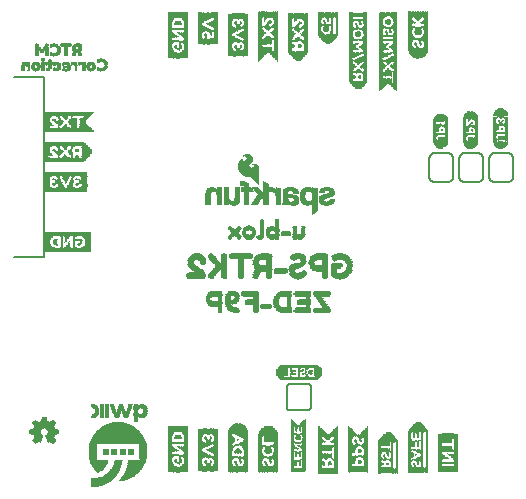
<source format=gbo>
G75*
%MOIN*%
%OFA0B0*%
%FSLAX25Y25*%
%IPPOS*%
%LPD*%
%AMOC8*
5,1,8,0,0,1.08239X$1,22.5*
%
%ADD10C,0.00800*%
%ADD11C,0.00299*%
%ADD12C,0.00600*%
%ADD13R,0.00157X0.13858*%
%ADD14R,0.00157X0.14331*%
%ADD15R,0.00157X0.14646*%
%ADD16R,0.00157X0.14961*%
%ADD17R,0.00157X0.15118*%
%ADD18R,0.00157X0.15276*%
%ADD19R,0.00157X0.15433*%
%ADD20R,0.00157X0.02835*%
%ADD21R,0.00157X0.11969*%
%ADD22R,0.00157X0.02520*%
%ADD23R,0.00157X0.01102*%
%ADD24R,0.00157X0.03150*%
%ADD25R,0.00157X0.04567*%
%ADD26R,0.00157X0.02205*%
%ADD27R,0.00157X0.00787*%
%ADD28R,0.00157X0.02677*%
%ADD29R,0.00157X0.04409*%
%ADD30R,0.00157X0.02047*%
%ADD31R,0.00157X0.00630*%
%ADD32R,0.00157X0.01890*%
%ADD33R,0.00157X0.01732*%
%ADD34R,0.00157X0.01575*%
%ADD35R,0.00157X0.00945*%
%ADD36R,0.00157X0.02362*%
%ADD37R,0.00157X0.01260*%
%ADD38R,0.00157X0.01417*%
%ADD39R,0.00157X0.04252*%
%ADD40R,0.00157X0.00315*%
%ADD41R,0.00157X0.04094*%
%ADD42R,0.00157X0.00472*%
%ADD43R,0.00157X0.03937*%
%ADD44R,0.00157X0.03307*%
%ADD45R,0.00157X0.03780*%
%ADD46R,0.00157X0.03465*%
%ADD47R,0.00157X0.02992*%
%ADD48R,0.00157X0.12913*%
%ADD49R,0.00157X0.13386*%
%ADD50R,0.00157X0.13701*%
%ADD51R,0.00157X0.14016*%
%ADD52R,0.00157X0.14173*%
%ADD53R,0.00157X0.14488*%
%ADD54R,0.00157X0.07087*%
%ADD55R,0.00157X0.04882*%
%ADD56R,0.00157X0.05039*%
%ADD57R,0.00157X0.05197*%
%ADD58R,0.00157X0.03622*%
%ADD59R,0.00157X0.00157*%
%ADD60R,0.00157X0.11024*%
%ADD61R,0.00157X0.12756*%
%ADD62R,0.01181X0.00236*%
%ADD63R,0.00945X0.00236*%
%ADD64R,0.01654X0.00236*%
%ADD65R,0.01417X0.00236*%
%ADD66R,0.00472X0.00236*%
%ADD67R,0.02126X0.00236*%
%ADD68R,0.00709X0.00236*%
%ADD69R,0.03543X0.00236*%
%ADD70R,0.02835X0.00236*%
%ADD71R,0.04016X0.00236*%
%ADD72R,0.03307X0.00236*%
%ADD73R,0.03780X0.00236*%
%ADD74R,0.01890X0.00236*%
%ADD75R,0.04252X0.00236*%
%ADD76R,0.04488X0.00236*%
%ADD77R,0.03071X0.00236*%
%ADD78R,0.02598X0.00236*%
%ADD79R,0.02362X0.00236*%
%ADD80R,0.00236X0.00236*%
%ADD81R,0.01654X0.00079*%
%ADD82R,0.03228X0.00079*%
%ADD83R,0.03858X0.00079*%
%ADD84R,0.04646X0.00079*%
%ADD85R,0.05276X0.00079*%
%ADD86R,0.05748X0.00079*%
%ADD87R,0.06299X0.00079*%
%ADD88R,0.06693X0.00079*%
%ADD89R,0.07165X0.00079*%
%ADD90R,0.07480X0.00079*%
%ADD91R,0.07795X0.00079*%
%ADD92R,0.08268X0.00079*%
%ADD93R,0.08504X0.00079*%
%ADD94R,0.08898X0.00079*%
%ADD95R,0.09213X0.00079*%
%ADD96R,0.09449X0.00079*%
%ADD97R,0.09764X0.00079*%
%ADD98R,0.10000X0.00079*%
%ADD99R,0.10236X0.00079*%
%ADD100R,0.10551X0.00079*%
%ADD101R,0.10709X0.00079*%
%ADD102R,0.11024X0.00079*%
%ADD103R,0.11181X0.00079*%
%ADD104R,0.11417X0.00079*%
%ADD105R,0.11654X0.00079*%
%ADD106R,0.11811X0.00079*%
%ADD107R,0.12047X0.00079*%
%ADD108R,0.12283X0.00079*%
%ADD109R,0.12441X0.00079*%
%ADD110R,0.12598X0.00079*%
%ADD111R,0.12835X0.00079*%
%ADD112R,0.12992X0.00079*%
%ADD113R,0.13150X0.00079*%
%ADD114R,0.13307X0.00079*%
%ADD115R,0.13465X0.00079*%
%ADD116R,0.13622X0.00079*%
%ADD117R,0.13858X0.00079*%
%ADD118R,0.13937X0.00079*%
%ADD119R,0.14094X0.00079*%
%ADD120R,0.14252X0.00079*%
%ADD121R,0.14409X0.00079*%
%ADD122R,0.14567X0.00079*%
%ADD123R,0.14724X0.00079*%
%ADD124R,0.14882X0.00079*%
%ADD125R,0.14961X0.00079*%
%ADD126R,0.15118X0.00079*%
%ADD127R,0.15197X0.00079*%
%ADD128R,0.15354X0.00079*%
%ADD129R,0.15512X0.00079*%
%ADD130R,0.15591X0.00079*%
%ADD131R,0.15669X0.00079*%
%ADD132R,0.15827X0.00079*%
%ADD133R,0.15984X0.00079*%
%ADD134R,0.16063X0.00079*%
%ADD135R,0.16142X0.00079*%
%ADD136R,0.16220X0.00079*%
%ADD137R,0.16378X0.00079*%
%ADD138R,0.16457X0.00079*%
%ADD139R,0.16535X0.00079*%
%ADD140R,0.16693X0.00079*%
%ADD141R,0.16772X0.00079*%
%ADD142R,0.16850X0.00079*%
%ADD143R,0.16929X0.00079*%
%ADD144R,0.17008X0.00079*%
%ADD145R,0.17087X0.00079*%
%ADD146R,0.17244X0.00079*%
%ADD147R,0.17323X0.00079*%
%ADD148R,0.17480X0.00079*%
%ADD149R,0.17559X0.00079*%
%ADD150R,0.17717X0.00079*%
%ADD151R,0.17795X0.00079*%
%ADD152R,0.17874X0.00079*%
%ADD153R,0.17953X0.00079*%
%ADD154R,0.18031X0.00079*%
%ADD155R,0.18110X0.00079*%
%ADD156R,0.18189X0.00079*%
%ADD157R,0.18268X0.00079*%
%ADD158R,0.18346X0.00079*%
%ADD159R,0.18425X0.00079*%
%ADD160R,0.18504X0.00079*%
%ADD161R,0.18583X0.00079*%
%ADD162R,0.18661X0.00079*%
%ADD163R,0.02362X0.00079*%
%ADD164R,0.02520X0.00079*%
%ADD165R,0.02441X0.00079*%
%ADD166R,0.02283X0.00079*%
%ADD167R,0.02598X0.00079*%
%ADD168R,0.02677X0.00079*%
%ADD169R,0.02756X0.00079*%
%ADD170R,0.01811X0.00079*%
%ADD171R,0.01890X0.00079*%
%ADD172R,0.01969X0.00079*%
%ADD173R,0.02835X0.00079*%
%ADD174R,0.02205X0.00079*%
%ADD175R,0.05827X0.00079*%
%ADD176R,0.06220X0.00079*%
%ADD177R,0.06142X0.00079*%
%ADD178R,0.06063X0.00079*%
%ADD179R,0.05984X0.00079*%
%ADD180R,0.05906X0.00079*%
%ADD181R,0.05669X0.00079*%
%ADD182R,0.05512X0.00079*%
%ADD183R,0.05591X0.00079*%
%ADD184R,0.05433X0.00079*%
%ADD185R,0.05354X0.00079*%
%ADD186R,0.05197X0.00079*%
%ADD187R,0.05118X0.00079*%
%ADD188R,0.04961X0.00079*%
%ADD189R,0.04803X0.00079*%
%ADD190R,0.04724X0.00079*%
%ADD191R,0.04488X0.00079*%
%ADD192R,0.02913X0.00079*%
%ADD193R,0.04331X0.00079*%
%ADD194R,0.04252X0.00079*%
%ADD195R,0.04094X0.00079*%
%ADD196R,0.04016X0.00079*%
%ADD197R,0.03937X0.00079*%
%ADD198R,0.03780X0.00079*%
%ADD199R,0.03622X0.00079*%
%ADD200R,0.02992X0.00079*%
%ADD201R,0.03543X0.00079*%
%ADD202R,0.03386X0.00079*%
%ADD203R,0.05039X0.00079*%
%ADD204R,0.03150X0.00079*%
%ADD205R,0.03071X0.00079*%
%ADD206R,0.02126X0.00079*%
%ADD207R,0.04882X0.00079*%
%ADD208R,0.01732X0.00079*%
%ADD209R,0.01496X0.00079*%
%ADD210R,0.01260X0.00079*%
%ADD211R,0.01102X0.00079*%
%ADD212R,0.03307X0.00079*%
%ADD213R,0.00866X0.00079*%
%ADD214R,0.00551X0.00079*%
%ADD215R,0.04567X0.00079*%
%ADD216R,0.00079X0.00079*%
%ADD217R,0.03465X0.00079*%
%ADD218R,0.04409X0.00079*%
%ADD219R,0.03701X0.00079*%
%ADD220R,0.04173X0.00079*%
%ADD221R,0.00236X0.00079*%
%ADD222R,0.07244X0.00079*%
%ADD223R,0.07087X0.00079*%
%ADD224R,0.07008X0.00079*%
%ADD225R,0.06929X0.00079*%
%ADD226R,0.06850X0.00079*%
%ADD227R,0.01575X0.00079*%
%ADD228R,0.01181X0.00079*%
%ADD229R,0.06614X0.00079*%
%ADD230R,0.00472X0.00079*%
%ADD231R,0.06535X0.00079*%
%ADD232R,0.06378X0.00079*%
%ADD233R,0.01063X0.00079*%
%ADD234R,0.01378X0.00079*%
%ADD235R,0.01457X0.00079*%
%ADD236R,0.01417X0.00079*%
%ADD237R,0.00827X0.00079*%
%ADD238R,0.01299X0.00079*%
%ADD239R,0.01142X0.00079*%
%ADD240R,0.02598X0.00118*%
%ADD241R,0.01457X0.00118*%
%ADD242R,0.01378X0.00118*%
%ADD243R,0.01575X0.00118*%
%ADD244R,0.01732X0.00118*%
%ADD245R,0.04213X0.00079*%
%ADD246R,0.02047X0.00079*%
%ADD247R,0.01929X0.00079*%
%ADD248R,0.01614X0.00079*%
%ADD249R,0.01772X0.00079*%
%ADD250R,0.01693X0.00079*%
%ADD251R,0.01535X0.00079*%
%ADD252R,0.01535X0.00118*%
%ADD253R,0.01693X0.00118*%
%ADD254R,0.01299X0.00118*%
%ADD255R,0.02205X0.00118*%
%ADD256R,0.01220X0.00118*%
%ADD257R,0.01220X0.00079*%
%ADD258R,0.01339X0.00079*%
%ADD259R,0.01260X0.00118*%
%ADD260R,0.01063X0.00118*%
%ADD261R,0.01142X0.00118*%
%ADD262R,0.02402X0.00079*%
%ADD263R,0.02008X0.00079*%
%ADD264R,0.04331X0.00118*%
%ADD265R,0.01772X0.00118*%
%ADD266R,0.01969X0.00118*%
%ADD267R,0.04134X0.00079*%
%ADD268R,0.00984X0.00079*%
%ADD269R,0.00748X0.00079*%
%ADD270R,0.00157X0.11181*%
%ADD271R,0.00157X0.11496*%
%ADD272R,0.00157X0.11654*%
%ADD273R,0.00157X0.13071*%
%ADD274R,0.00157X0.13228*%
%ADD275R,0.00157X0.11811*%
%ADD276R,0.00157X0.14803*%
%ADD277R,0.00157X0.15906*%
%ADD278R,0.00157X0.16063*%
%ADD279R,0.00157X0.16220*%
%ADD280R,0.00157X0.16378*%
%ADD281R,0.00157X0.09921*%
%ADD282R,0.00118X0.08858*%
%ADD283R,0.00118X0.09567*%
%ADD284R,0.00079X0.10039*%
%ADD285R,0.00157X0.10512*%
%ADD286R,0.00118X0.10748*%
%ADD287R,0.00118X0.10984*%
%ADD288R,0.00079X0.11220*%
%ADD289R,0.00118X0.07913*%
%ADD290R,0.00118X0.02953*%
%ADD291R,0.00157X0.03543*%
%ADD292R,0.00157X0.01535*%
%ADD293R,0.00118X0.03543*%
%ADD294R,0.00118X0.00472*%
%ADD295R,0.00118X0.01063*%
%ADD296R,0.00118X0.02598*%
%ADD297R,0.00118X0.00354*%
%ADD298R,0.00118X0.00827*%
%ADD299R,0.00118X0.00591*%
%ADD300R,0.00157X0.03661*%
%ADD301R,0.00157X0.00354*%
%ADD302R,0.00157X0.02598*%
%ADD303R,0.00118X0.03661*%
%ADD304R,0.00118X0.00709*%
%ADD305R,0.00118X0.02480*%
%ADD306R,0.00118X0.03780*%
%ADD307R,0.00118X0.00236*%
%ADD308R,0.00157X0.00236*%
%ADD309R,0.00157X0.00827*%
%ADD310R,0.00118X0.00945*%
%ADD311R,0.00157X0.01654*%
%ADD312R,0.00157X0.02717*%
%ADD313R,0.00118X0.01417*%
%ADD314R,0.00118X0.02717*%
%ADD315R,0.00118X0.02835*%
%ADD316R,0.00118X0.01299*%
%ADD317R,0.00157X0.01181*%
%ADD318R,0.00157X0.03071*%
%ADD319R,0.00118X0.01181*%
%ADD320R,0.00118X0.03189*%
%ADD321R,0.00118X0.02008*%
%ADD322R,0.00118X0.03425*%
%ADD323R,0.00118X0.02244*%
%ADD324R,0.00118X0.01890*%
%ADD325R,0.00118X0.02126*%
%ADD326R,0.00157X0.02126*%
%ADD327R,0.00118X0.11220*%
%ADD328R,0.00118X0.10512*%
%ADD329R,0.00118X0.10039*%
%ADD330R,0.00118X0.17598*%
%ADD331R,0.00118X0.17480*%
%ADD332R,0.00079X0.17362*%
%ADD333R,0.00157X0.17244*%
%ADD334R,0.00118X0.17126*%
%ADD335R,0.00118X0.17008*%
%ADD336R,0.00079X0.16890*%
%ADD337R,0.00118X0.05197*%
%ADD338R,0.00157X0.01299*%
%ADD339R,0.00157X0.00709*%
%ADD340R,0.00157X0.01063*%
%ADD341R,0.00118X0.02362*%
%ADD342R,0.00157X0.00591*%
%ADD343R,0.00157X0.02244*%
%ADD344R,0.00157X0.00118*%
%ADD345R,0.00118X0.00118*%
%ADD346R,0.00157X0.02008*%
%ADD347R,0.00118X0.01535*%
%ADD348R,0.00118X0.01772*%
%ADD349R,0.00118X0.16890*%
%ADD350R,0.00118X0.17244*%
%ADD351R,0.00118X0.17362*%
%ADD352R,0.00157X0.15748*%
%ADD353R,0.00157X0.15591*%
%ADD354R,0.00118X0.08622*%
%ADD355R,0.00079X0.09094*%
%ADD356R,0.00157X0.09567*%
%ADD357R,0.00118X0.09803*%
%ADD358R,0.00079X0.10276*%
%ADD359R,0.00157X0.02480*%
%ADD360R,0.00118X0.10276*%
%ADD361R,0.00118X0.09094*%
%ADD362R,0.00079X0.01181*%
%ADD363R,0.00079X0.07913*%
%ADD364R,0.00157X0.07913*%
%ADD365R,0.00118X0.01654*%
%ADD366R,0.00079X0.01772*%
%ADD367R,0.00118X0.06142*%
%ADD368R,0.11693X0.00118*%
%ADD369R,0.12402X0.00118*%
%ADD370R,0.12874X0.00079*%
%ADD371R,0.13346X0.00157*%
%ADD372R,0.13583X0.00118*%
%ADD373R,0.13819X0.00118*%
%ADD374R,0.14055X0.00079*%
%ADD375R,0.05669X0.00118*%
%ADD376R,0.08031X0.00118*%
%ADD377R,0.02244X0.00157*%
%ADD378R,0.01535X0.00157*%
%ADD379R,0.00827X0.00157*%
%ADD380R,0.00354X0.00157*%
%ADD381R,0.03661X0.00157*%
%ADD382R,0.02244X0.00118*%
%ADD383R,0.01181X0.00118*%
%ADD384R,0.00709X0.00118*%
%ADD385R,0.00236X0.00118*%
%ADD386R,0.03661X0.00118*%
%ADD387R,0.02362X0.00118*%
%ADD388R,0.00945X0.00118*%
%ADD389R,0.00591X0.00118*%
%ADD390R,0.02480X0.00157*%
%ADD391R,0.00591X0.00157*%
%ADD392R,0.00236X0.00157*%
%ADD393R,0.03780X0.00157*%
%ADD394R,0.02480X0.00118*%
%ADD395R,0.00472X0.00118*%
%ADD396R,0.00354X0.00118*%
%ADD397R,0.03780X0.00118*%
%ADD398R,0.01890X0.00118*%
%ADD399R,0.03898X0.00118*%
%ADD400R,0.02598X0.00157*%
%ADD401R,0.01063X0.00157*%
%ADD402R,0.01772X0.00157*%
%ADD403R,0.01890X0.00157*%
%ADD404R,0.03898X0.00157*%
%ADD405R,0.01181X0.00157*%
%ADD406R,0.00709X0.00157*%
%ADD407R,0.00827X0.00118*%
%ADD408R,0.02126X0.00118*%
%ADD409R,0.01299X0.00157*%
%ADD410R,0.02126X0.00157*%
%ADD411R,0.14055X0.00118*%
%ADD412R,0.13346X0.00118*%
%ADD413R,0.12874X0.00118*%
%ADD414R,0.00157X0.10551*%
%ADD415R,0.00157X0.07874*%
%ADD416R,0.00157X0.08031*%
%ADD417R,0.00157X0.08346*%
%ADD418R,0.00157X0.08504*%
%ADD419R,0.00157X0.09606*%
%ADD420R,0.00157X0.09764*%
%ADD421R,0.00157X0.10079*%
%ADD422R,0.00157X0.08661*%
%ADD423R,0.00157X0.23425*%
%ADD424R,0.00118X0.23543*%
%ADD425R,0.00157X0.23819*%
%ADD426R,0.00118X0.23976*%
%ADD427R,0.00157X0.24094*%
%ADD428R,0.00118X0.24252*%
%ADD429R,0.00157X0.13898*%
%ADD430R,0.00118X0.04961*%
%ADD431R,0.00118X0.02205*%
%ADD432R,0.00118X0.06063*%
%ADD433R,0.00118X0.02756*%
%ADD434R,0.00118X0.03701*%
%ADD435R,0.00157X0.01772*%
%ADD436R,0.00157X0.01929*%
%ADD437R,0.00157X0.00433*%
%ADD438R,0.00157X0.01811*%
%ADD439R,0.00157X0.00984*%
%ADD440R,0.00157X0.01496*%
%ADD441R,0.00118X0.01929*%
%ADD442R,0.00118X0.00433*%
%ADD443R,0.00118X0.02047*%
%ADD444R,0.00118X0.01102*%
%ADD445R,0.00118X0.01496*%
%ADD446R,0.00157X0.00551*%
%ADD447R,0.00157X0.01378*%
%ADD448R,0.00118X0.00394*%
%ADD449R,0.00118X0.01260*%
%ADD450R,0.00118X0.00551*%
%ADD451R,0.00118X0.00984*%
%ADD452R,0.00157X0.02323*%
%ADD453R,0.00157X0.00669*%
%ADD454R,0.00118X0.00669*%
%ADD455R,0.00157X0.00394*%
%ADD456R,0.00118X0.00157*%
%ADD457R,0.00118X0.01811*%
%ADD458R,0.00118X0.02087*%
%ADD459R,0.00157X0.02756*%
%ADD460R,0.00118X0.02874*%
%ADD461R,0.00157X0.02874*%
%ADD462R,0.00118X0.00276*%
%ADD463R,0.00157X0.00276*%
%ADD464R,0.00118X0.01378*%
%ADD465R,0.00118X0.01220*%
%ADD466R,0.00157X0.01220*%
%ADD467R,0.00157X0.08268*%
%ADD468R,0.00118X0.08425*%
%ADD469R,0.00118X0.15433*%
%ADD470R,0.00157X0.26299*%
%ADD471R,0.00118X0.26181*%
%ADD472R,0.00157X0.26024*%
%ADD473R,0.00118X0.25906*%
%ADD474R,0.00157X0.25748*%
%ADD475R,0.00118X0.25630*%
%ADD476R,0.00157X0.14055*%
%ADD477R,0.00118X0.05787*%
%ADD478R,0.00118X0.06772*%
%ADD479R,0.00118X0.03031*%
%ADD480R,0.00118X0.02323*%
%ADD481R,0.00118X0.02638*%
%ADD482R,0.00118X0.02913*%
%ADD483R,0.00157X0.03031*%
%ADD484R,0.00118X0.03307*%
%ADD485R,0.00157X0.09370*%
%ADD486R,0.00118X0.15551*%
%ADD487C,0.00300*%
%ADD488R,0.02205X0.00315*%
%ADD489R,0.03150X0.00315*%
%ADD490R,0.02835X0.00315*%
%ADD491R,0.06929X0.00315*%
%ADD492R,0.00630X0.00315*%
%ADD493R,0.00945X0.00315*%
%ADD494R,0.01890X0.00315*%
%ADD495R,0.03780X0.00315*%
%ADD496R,0.04724X0.00315*%
%ADD497R,0.04409X0.00315*%
%ADD498R,0.07874X0.00315*%
%ADD499R,0.01575X0.00315*%
%ADD500R,0.05039X0.00315*%
%ADD501R,0.05354X0.00315*%
%ADD502R,0.08189X0.00315*%
%ADD503R,0.04094X0.00315*%
%ADD504R,0.05669X0.00315*%
%ADD505R,0.02520X0.00315*%
%ADD506R,0.05984X0.00315*%
%ADD507R,0.06299X0.00315*%
%ADD508R,0.07559X0.00315*%
%ADD509R,0.06614X0.00315*%
%ADD510R,0.00315X0.00315*%
%ADD511R,0.03465X0.00315*%
%ADD512R,0.01260X0.00315*%
%ADD513R,0.14331X0.00157*%
%ADD514R,0.02835X0.00157*%
%ADD515R,0.07087X0.00157*%
%ADD516R,0.02362X0.00157*%
%ADD517R,0.01102X0.00157*%
%ADD518R,0.02205X0.00157*%
%ADD519R,0.00787X0.00157*%
%ADD520R,0.02047X0.00157*%
%ADD521R,0.00630X0.00157*%
%ADD522R,0.00472X0.00157*%
%ADD523R,0.00315X0.00157*%
%ADD524R,0.01732X0.00157*%
%ADD525R,0.01575X0.00157*%
%ADD526R,0.01417X0.00157*%
%ADD527R,0.01260X0.00157*%
%ADD528R,0.00945X0.00157*%
%ADD529R,0.03465X0.00157*%
%ADD530R,0.02992X0.00157*%
%ADD531R,0.02520X0.00157*%
%ADD532R,0.15276X0.00157*%
%ADD533R,0.03307X0.00157*%
%ADD534R,0.11024X0.00157*%
%ADD535R,0.02677X0.00157*%
%ADD536R,0.03150X0.00157*%
%ADD537R,0.04409X0.00276*%
%ADD538R,0.02480X0.00276*%
%ADD539R,0.01654X0.00276*%
%ADD540R,0.05512X0.00315*%
%ADD541R,0.04134X0.00315*%
%ADD542R,0.02756X0.00315*%
%ADD543R,0.05787X0.00276*%
%ADD544R,0.05512X0.00276*%
%ADD545R,0.04685X0.00276*%
%ADD546R,0.03583X0.00276*%
%ADD547R,0.05787X0.00236*%
%ADD548R,0.04961X0.00236*%
%ADD549R,0.04134X0.00236*%
%ADD550R,0.05787X0.00315*%
%ADD551R,0.05236X0.00315*%
%ADD552R,0.05236X0.00276*%
%ADD553R,0.01929X0.00276*%
%ADD554R,0.02205X0.00276*%
%ADD555R,0.02205X0.00236*%
%ADD556R,0.02480X0.00236*%
%ADD557R,0.01929X0.00236*%
%ADD558R,0.01654X0.00315*%
%ADD559R,0.01929X0.00315*%
%ADD560R,0.03858X0.00276*%
%ADD561R,0.04134X0.00276*%
%ADD562R,0.04961X0.00276*%
%ADD563R,0.04685X0.00315*%
%ADD564R,0.03858X0.00315*%
%ADD565R,0.03307X0.00276*%
%ADD566R,0.00276X0.00276*%
%ADD567R,0.05236X0.00236*%
%ADD568R,0.03858X0.00236*%
%ADD569R,0.02756X0.00276*%
%ADD570R,0.05512X0.00236*%
%ADD571R,0.01378X0.00236*%
%ADD572R,0.01102X0.00236*%
%ADD573R,0.03937X0.00157*%
%ADD574R,0.03622X0.00157*%
%ADD575R,0.04567X0.00157*%
%ADD576R,0.00157X0.16535*%
%ADD577R,0.00157X0.06614*%
%ADD578R,0.00157X0.05669*%
%ADD579R,0.16535X0.00157*%
%ADD580R,0.16378X0.00157*%
%ADD581R,0.16220X0.00157*%
%ADD582R,0.16063X0.00157*%
%ADD583R,0.15906X0.00157*%
%ADD584R,0.15748X0.00157*%
%ADD585R,0.15591X0.00157*%
%ADD586R,0.06614X0.00157*%
%ADD587R,0.13228X0.00157*%
%ADD588R,0.13386X0.00157*%
%ADD589R,0.13701X0.00157*%
%ADD590R,0.13858X0.00157*%
%ADD591R,0.14016X0.00157*%
%ADD592R,0.14173X0.00157*%
%ADD593R,0.05669X0.00157*%
D10*
X0186300Y0155000D02*
X0196300Y0155000D01*
X0196300Y0215000D01*
X0186300Y0215000D01*
D11*
X0195683Y0101793D02*
X0196943Y0101793D01*
X0197180Y0100415D01*
X0197219Y0100415D01*
X0197298Y0100375D01*
X0197376Y0100375D01*
X0197416Y0100336D01*
X0197494Y0100336D01*
X0197573Y0100297D01*
X0197613Y0100297D01*
X0197691Y0100257D01*
X0197731Y0100218D01*
X0197809Y0100218D01*
X0197849Y0100179D01*
X0197928Y0100139D01*
X0197967Y0100100D01*
X0198046Y0100100D01*
X0198085Y0100061D01*
X0198164Y0100021D01*
X0199306Y0100809D01*
X0200172Y0099942D01*
X0199384Y0098801D01*
X0199424Y0098761D01*
X0199424Y0098683D01*
X0199463Y0098643D01*
X0199502Y0098564D01*
X0199542Y0098525D01*
X0199542Y0098446D01*
X0199581Y0098407D01*
X0199620Y0098328D01*
X0199620Y0098289D01*
X0199699Y0098131D01*
X0199699Y0098092D01*
X0199739Y0098013D01*
X0199739Y0097974D01*
X0199778Y0097895D01*
X0199778Y0097816D01*
X0201156Y0097580D01*
X0201156Y0096320D01*
X0199778Y0096084D01*
X0199778Y0096045D01*
X0199739Y0095966D01*
X0199739Y0095887D01*
X0199699Y0095848D01*
X0199699Y0095769D01*
X0199660Y0095730D01*
X0199620Y0095651D01*
X0199620Y0095572D01*
X0199581Y0095533D01*
X0199581Y0095454D01*
X0199542Y0095415D01*
X0199502Y0095336D01*
X0199463Y0095297D01*
X0199424Y0095218D01*
X0199424Y0095179D01*
X0199384Y0095100D01*
X0200172Y0093998D01*
X0199306Y0093092D01*
X0198164Y0093879D01*
X0198124Y0093879D01*
X0198085Y0093840D01*
X0198046Y0093840D01*
X0198006Y0093801D01*
X0197967Y0093801D01*
X0197928Y0093761D01*
X0197888Y0093761D01*
X0197849Y0093722D01*
X0197809Y0093722D01*
X0197770Y0093683D01*
X0197731Y0093683D01*
X0197691Y0093643D01*
X0197613Y0093643D01*
X0197573Y0093604D01*
X0196786Y0095730D01*
X0196904Y0095769D01*
X0197061Y0095848D01*
X0197140Y0095927D01*
X0197219Y0095966D01*
X0197298Y0096045D01*
X0197337Y0096123D01*
X0197416Y0096202D01*
X0197494Y0096360D01*
X0197534Y0096478D01*
X0197613Y0096635D01*
X0197613Y0096753D01*
X0197652Y0096872D01*
X0197652Y0097108D01*
X0197494Y0097580D01*
X0197337Y0097816D01*
X0197258Y0097895D01*
X0197140Y0097974D01*
X0197061Y0098053D01*
X0196943Y0098131D01*
X0196825Y0098171D01*
X0196707Y0098249D01*
X0196589Y0098249D01*
X0196431Y0098289D01*
X0196156Y0098289D01*
X0196038Y0098249D01*
X0195920Y0098249D01*
X0195802Y0098171D01*
X0195683Y0098131D01*
X0195447Y0097974D01*
X0195290Y0097816D01*
X0195132Y0097580D01*
X0195093Y0097462D01*
X0195014Y0097344D01*
X0195014Y0097226D01*
X0194975Y0097108D01*
X0194975Y0096753D01*
X0195014Y0096635D01*
X0195014Y0096557D01*
X0195054Y0096478D01*
X0195093Y0096360D01*
X0195132Y0096281D01*
X0195211Y0096202D01*
X0195250Y0096123D01*
X0195408Y0095966D01*
X0195487Y0095927D01*
X0195565Y0095848D01*
X0195802Y0095730D01*
X0195014Y0093604D01*
X0195014Y0093643D01*
X0194935Y0093643D01*
X0194896Y0093683D01*
X0194857Y0093683D01*
X0194817Y0093722D01*
X0194778Y0093722D01*
X0194739Y0093761D01*
X0194660Y0093761D01*
X0194620Y0093801D01*
X0194581Y0093801D01*
X0194502Y0093879D01*
X0194463Y0093879D01*
X0193321Y0093092D01*
X0192416Y0093998D01*
X0193243Y0095100D01*
X0193203Y0095179D01*
X0193164Y0095218D01*
X0193124Y0095297D01*
X0193124Y0095336D01*
X0193085Y0095415D01*
X0193046Y0095454D01*
X0193006Y0095533D01*
X0193006Y0095572D01*
X0192928Y0095730D01*
X0192928Y0095769D01*
X0192888Y0095848D01*
X0192888Y0095887D01*
X0192849Y0095966D01*
X0192849Y0096045D01*
X0192809Y0096084D01*
X0191431Y0096320D01*
X0191431Y0097580D01*
X0192849Y0097816D01*
X0192849Y0097974D01*
X0192888Y0098013D01*
X0192888Y0098092D01*
X0192928Y0098131D01*
X0192967Y0098210D01*
X0192967Y0098289D01*
X0193006Y0098328D01*
X0193006Y0098407D01*
X0193046Y0098446D01*
X0193085Y0098525D01*
X0193124Y0098564D01*
X0193124Y0098643D01*
X0193164Y0098683D01*
X0193203Y0098761D01*
X0193243Y0098801D01*
X0192416Y0099942D01*
X0193321Y0100809D01*
X0194463Y0100021D01*
X0194502Y0100061D01*
X0194581Y0100100D01*
X0194620Y0100100D01*
X0194699Y0100139D01*
X0194739Y0100179D01*
X0194817Y0100218D01*
X0194857Y0100218D01*
X0194935Y0100257D01*
X0194975Y0100297D01*
X0195054Y0100297D01*
X0195132Y0100336D01*
X0195172Y0100336D01*
X0195250Y0100375D01*
X0195290Y0100375D01*
X0195369Y0100415D01*
X0195447Y0100415D01*
X0195683Y0101793D01*
X0195633Y0101497D02*
X0196994Y0101497D01*
X0197045Y0101200D02*
X0195582Y0101200D01*
X0195531Y0100902D02*
X0197096Y0100902D01*
X0197147Y0100604D02*
X0195480Y0100604D01*
X0195073Y0100307D02*
X0197554Y0100307D01*
X0198578Y0100307D02*
X0199808Y0100307D01*
X0200105Y0100009D02*
X0192485Y0100009D01*
X0192583Y0099711D02*
X0200012Y0099711D01*
X0199807Y0099413D02*
X0192799Y0099413D01*
X0193014Y0099116D02*
X0199601Y0099116D01*
X0199396Y0098818D02*
X0193230Y0098818D01*
X0193083Y0098520D02*
X0199542Y0098520D01*
X0199654Y0098222D02*
X0196748Y0098222D01*
X0197214Y0097925D02*
X0199763Y0097925D01*
X0200883Y0097627D02*
X0197463Y0097627D01*
X0197578Y0097329D02*
X0201156Y0097329D01*
X0201156Y0097032D02*
X0197652Y0097032D01*
X0197613Y0096734D02*
X0201156Y0096734D01*
X0201156Y0096436D02*
X0197520Y0096436D01*
X0197352Y0096138D02*
X0200095Y0096138D01*
X0199699Y0095841D02*
X0197047Y0095841D01*
X0196855Y0095543D02*
X0199591Y0095543D01*
X0199437Y0095245D02*
X0196965Y0095245D01*
X0197076Y0094948D02*
X0199493Y0094948D01*
X0199706Y0094650D02*
X0197186Y0094650D01*
X0197296Y0094352D02*
X0199918Y0094352D01*
X0200131Y0094054D02*
X0197406Y0094054D01*
X0197517Y0093757D02*
X0197884Y0093757D01*
X0198342Y0093757D02*
X0199941Y0093757D01*
X0199656Y0093459D02*
X0198774Y0093459D01*
X0199205Y0093161D02*
X0199372Y0093161D01*
X0195402Y0094650D02*
X0192905Y0094650D01*
X0193128Y0094948D02*
X0195512Y0094948D01*
X0195622Y0095245D02*
X0193150Y0095245D01*
X0193006Y0095543D02*
X0195732Y0095543D01*
X0195580Y0095841D02*
X0192892Y0095841D01*
X0192493Y0096138D02*
X0195243Y0096138D01*
X0195067Y0096436D02*
X0191431Y0096436D01*
X0191431Y0096734D02*
X0194981Y0096734D01*
X0194975Y0097032D02*
X0191431Y0097032D01*
X0191431Y0097329D02*
X0195014Y0097329D01*
X0195164Y0097627D02*
X0191712Y0097627D01*
X0192849Y0097925D02*
X0195398Y0097925D01*
X0195879Y0098222D02*
X0192967Y0098222D01*
X0192796Y0100307D02*
X0194049Y0100307D01*
X0193617Y0100604D02*
X0193108Y0100604D01*
X0199009Y0100604D02*
X0199510Y0100604D01*
X0195291Y0094352D02*
X0192682Y0094352D01*
X0192458Y0094054D02*
X0195181Y0094054D01*
X0195071Y0093757D02*
X0194743Y0093757D01*
X0194285Y0093757D02*
X0192657Y0093757D01*
X0192954Y0093459D02*
X0193853Y0093459D01*
X0193422Y0093161D02*
X0193252Y0093161D01*
D12*
X0277300Y0105100D02*
X0277300Y0111900D01*
X0277302Y0111960D01*
X0277307Y0112021D01*
X0277316Y0112080D01*
X0277329Y0112139D01*
X0277345Y0112198D01*
X0277365Y0112255D01*
X0277388Y0112310D01*
X0277415Y0112365D01*
X0277444Y0112417D01*
X0277477Y0112468D01*
X0277513Y0112517D01*
X0277551Y0112563D01*
X0277593Y0112607D01*
X0277637Y0112649D01*
X0277683Y0112687D01*
X0277732Y0112723D01*
X0277783Y0112756D01*
X0277835Y0112785D01*
X0277890Y0112812D01*
X0277945Y0112835D01*
X0278002Y0112855D01*
X0278061Y0112871D01*
X0278120Y0112884D01*
X0278179Y0112893D01*
X0278240Y0112898D01*
X0278300Y0112900D01*
X0284300Y0112900D01*
X0284360Y0112898D01*
X0284421Y0112893D01*
X0284480Y0112884D01*
X0284539Y0112871D01*
X0284598Y0112855D01*
X0284655Y0112835D01*
X0284710Y0112812D01*
X0284765Y0112785D01*
X0284817Y0112756D01*
X0284868Y0112723D01*
X0284917Y0112687D01*
X0284963Y0112649D01*
X0285007Y0112607D01*
X0285049Y0112563D01*
X0285087Y0112517D01*
X0285123Y0112468D01*
X0285156Y0112417D01*
X0285185Y0112365D01*
X0285212Y0112310D01*
X0285235Y0112255D01*
X0285255Y0112198D01*
X0285271Y0112139D01*
X0285284Y0112080D01*
X0285293Y0112021D01*
X0285298Y0111960D01*
X0285300Y0111900D01*
X0285300Y0105100D01*
X0285298Y0105040D01*
X0285293Y0104979D01*
X0285284Y0104920D01*
X0285271Y0104861D01*
X0285255Y0104802D01*
X0285235Y0104745D01*
X0285212Y0104690D01*
X0285185Y0104635D01*
X0285156Y0104583D01*
X0285123Y0104532D01*
X0285087Y0104483D01*
X0285049Y0104437D01*
X0285007Y0104393D01*
X0284963Y0104351D01*
X0284917Y0104313D01*
X0284868Y0104277D01*
X0284817Y0104244D01*
X0284765Y0104215D01*
X0284710Y0104188D01*
X0284655Y0104165D01*
X0284598Y0104145D01*
X0284539Y0104129D01*
X0284480Y0104116D01*
X0284421Y0104107D01*
X0284360Y0104102D01*
X0284300Y0104100D01*
X0278300Y0104100D01*
X0278240Y0104102D01*
X0278179Y0104107D01*
X0278120Y0104116D01*
X0278061Y0104129D01*
X0278002Y0104145D01*
X0277945Y0104165D01*
X0277890Y0104188D01*
X0277835Y0104215D01*
X0277783Y0104244D01*
X0277732Y0104277D01*
X0277683Y0104313D01*
X0277637Y0104351D01*
X0277593Y0104393D01*
X0277551Y0104437D01*
X0277513Y0104483D01*
X0277477Y0104532D01*
X0277444Y0104583D01*
X0277415Y0104635D01*
X0277388Y0104690D01*
X0277365Y0104745D01*
X0277345Y0104802D01*
X0277329Y0104861D01*
X0277316Y0104920D01*
X0277307Y0104979D01*
X0277302Y0105040D01*
X0277300Y0105100D01*
X0326600Y0180200D02*
X0331000Y0180200D01*
X0331083Y0180202D01*
X0331166Y0180208D01*
X0331249Y0180217D01*
X0331331Y0180231D01*
X0331412Y0180248D01*
X0331493Y0180269D01*
X0331572Y0180293D01*
X0331650Y0180322D01*
X0331727Y0180353D01*
X0331802Y0180389D01*
X0331876Y0180427D01*
X0331948Y0180470D01*
X0332017Y0180515D01*
X0332085Y0180564D01*
X0332150Y0180615D01*
X0332213Y0180670D01*
X0332273Y0180727D01*
X0332330Y0180787D01*
X0332385Y0180850D01*
X0332436Y0180915D01*
X0332485Y0180983D01*
X0332530Y0181052D01*
X0332573Y0181124D01*
X0332611Y0181198D01*
X0332647Y0181273D01*
X0332678Y0181350D01*
X0332707Y0181428D01*
X0332731Y0181507D01*
X0332752Y0181588D01*
X0332769Y0181669D01*
X0332783Y0181751D01*
X0332792Y0181834D01*
X0332798Y0181917D01*
X0332800Y0182000D01*
X0332800Y0188000D01*
X0332798Y0188083D01*
X0332792Y0188166D01*
X0332783Y0188249D01*
X0332769Y0188331D01*
X0332752Y0188412D01*
X0332731Y0188493D01*
X0332707Y0188572D01*
X0332678Y0188650D01*
X0332647Y0188727D01*
X0332611Y0188802D01*
X0332573Y0188876D01*
X0332530Y0188948D01*
X0332485Y0189017D01*
X0332436Y0189085D01*
X0332385Y0189150D01*
X0332330Y0189213D01*
X0332273Y0189273D01*
X0332213Y0189330D01*
X0332150Y0189385D01*
X0332085Y0189436D01*
X0332017Y0189485D01*
X0331948Y0189530D01*
X0331876Y0189573D01*
X0331802Y0189611D01*
X0331727Y0189647D01*
X0331650Y0189678D01*
X0331572Y0189707D01*
X0331493Y0189731D01*
X0331412Y0189752D01*
X0331331Y0189769D01*
X0331249Y0189783D01*
X0331166Y0189792D01*
X0331083Y0189798D01*
X0331000Y0189800D01*
X0326600Y0189800D01*
X0326517Y0189798D01*
X0326434Y0189792D01*
X0326351Y0189783D01*
X0326269Y0189769D01*
X0326188Y0189752D01*
X0326107Y0189731D01*
X0326028Y0189707D01*
X0325950Y0189678D01*
X0325873Y0189647D01*
X0325798Y0189611D01*
X0325724Y0189573D01*
X0325652Y0189530D01*
X0325583Y0189485D01*
X0325515Y0189436D01*
X0325450Y0189385D01*
X0325387Y0189330D01*
X0325327Y0189273D01*
X0325270Y0189213D01*
X0325215Y0189150D01*
X0325164Y0189085D01*
X0325115Y0189017D01*
X0325070Y0188948D01*
X0325027Y0188876D01*
X0324989Y0188802D01*
X0324953Y0188727D01*
X0324922Y0188650D01*
X0324893Y0188572D01*
X0324869Y0188493D01*
X0324848Y0188412D01*
X0324831Y0188331D01*
X0324817Y0188249D01*
X0324808Y0188166D01*
X0324802Y0188083D01*
X0324800Y0188000D01*
X0324800Y0182000D01*
X0324802Y0181917D01*
X0324808Y0181834D01*
X0324817Y0181751D01*
X0324831Y0181669D01*
X0324848Y0181588D01*
X0324869Y0181507D01*
X0324893Y0181428D01*
X0324922Y0181350D01*
X0324953Y0181273D01*
X0324989Y0181198D01*
X0325027Y0181124D01*
X0325070Y0181052D01*
X0325115Y0180983D01*
X0325164Y0180915D01*
X0325215Y0180850D01*
X0325270Y0180787D01*
X0325327Y0180727D01*
X0325387Y0180670D01*
X0325450Y0180615D01*
X0325515Y0180564D01*
X0325583Y0180515D01*
X0325652Y0180470D01*
X0325724Y0180427D01*
X0325798Y0180389D01*
X0325873Y0180353D01*
X0325950Y0180322D01*
X0326028Y0180293D01*
X0326107Y0180269D01*
X0326188Y0180248D01*
X0326269Y0180231D01*
X0326351Y0180217D01*
X0326434Y0180208D01*
X0326517Y0180202D01*
X0326600Y0180200D01*
X0334800Y0182000D02*
X0334800Y0188000D01*
X0334802Y0188083D01*
X0334808Y0188166D01*
X0334817Y0188249D01*
X0334831Y0188331D01*
X0334848Y0188412D01*
X0334869Y0188493D01*
X0334893Y0188572D01*
X0334922Y0188650D01*
X0334953Y0188727D01*
X0334989Y0188802D01*
X0335027Y0188876D01*
X0335070Y0188948D01*
X0335115Y0189017D01*
X0335164Y0189085D01*
X0335215Y0189150D01*
X0335270Y0189213D01*
X0335327Y0189273D01*
X0335387Y0189330D01*
X0335450Y0189385D01*
X0335515Y0189436D01*
X0335583Y0189485D01*
X0335652Y0189530D01*
X0335724Y0189573D01*
X0335798Y0189611D01*
X0335873Y0189647D01*
X0335950Y0189678D01*
X0336028Y0189707D01*
X0336107Y0189731D01*
X0336188Y0189752D01*
X0336269Y0189769D01*
X0336351Y0189783D01*
X0336434Y0189792D01*
X0336517Y0189798D01*
X0336600Y0189800D01*
X0341000Y0189800D01*
X0341083Y0189798D01*
X0341166Y0189792D01*
X0341249Y0189783D01*
X0341331Y0189769D01*
X0341412Y0189752D01*
X0341493Y0189731D01*
X0341572Y0189707D01*
X0341650Y0189678D01*
X0341727Y0189647D01*
X0341802Y0189611D01*
X0341876Y0189573D01*
X0341948Y0189530D01*
X0342017Y0189485D01*
X0342085Y0189436D01*
X0342150Y0189385D01*
X0342213Y0189330D01*
X0342273Y0189273D01*
X0342330Y0189213D01*
X0342385Y0189150D01*
X0342436Y0189085D01*
X0342485Y0189017D01*
X0342530Y0188948D01*
X0342573Y0188876D01*
X0342611Y0188802D01*
X0342647Y0188727D01*
X0342678Y0188650D01*
X0342707Y0188572D01*
X0342731Y0188493D01*
X0342752Y0188412D01*
X0342769Y0188331D01*
X0342783Y0188249D01*
X0342792Y0188166D01*
X0342798Y0188083D01*
X0342800Y0188000D01*
X0342800Y0182000D01*
X0342798Y0181917D01*
X0342792Y0181834D01*
X0342783Y0181751D01*
X0342769Y0181669D01*
X0342752Y0181588D01*
X0342731Y0181507D01*
X0342707Y0181428D01*
X0342678Y0181350D01*
X0342647Y0181273D01*
X0342611Y0181198D01*
X0342573Y0181124D01*
X0342530Y0181052D01*
X0342485Y0180983D01*
X0342436Y0180915D01*
X0342385Y0180850D01*
X0342330Y0180787D01*
X0342273Y0180727D01*
X0342213Y0180670D01*
X0342150Y0180615D01*
X0342085Y0180564D01*
X0342017Y0180515D01*
X0341948Y0180470D01*
X0341876Y0180427D01*
X0341802Y0180389D01*
X0341727Y0180353D01*
X0341650Y0180322D01*
X0341572Y0180293D01*
X0341493Y0180269D01*
X0341412Y0180248D01*
X0341331Y0180231D01*
X0341249Y0180217D01*
X0341166Y0180208D01*
X0341083Y0180202D01*
X0341000Y0180200D01*
X0336600Y0180200D01*
X0336517Y0180202D01*
X0336434Y0180208D01*
X0336351Y0180217D01*
X0336269Y0180231D01*
X0336188Y0180248D01*
X0336107Y0180269D01*
X0336028Y0180293D01*
X0335950Y0180322D01*
X0335873Y0180353D01*
X0335798Y0180389D01*
X0335724Y0180427D01*
X0335652Y0180470D01*
X0335583Y0180515D01*
X0335515Y0180564D01*
X0335450Y0180615D01*
X0335387Y0180670D01*
X0335327Y0180727D01*
X0335270Y0180787D01*
X0335215Y0180850D01*
X0335164Y0180915D01*
X0335115Y0180983D01*
X0335070Y0181052D01*
X0335027Y0181124D01*
X0334989Y0181198D01*
X0334953Y0181273D01*
X0334922Y0181350D01*
X0334893Y0181428D01*
X0334869Y0181507D01*
X0334848Y0181588D01*
X0334831Y0181669D01*
X0334817Y0181751D01*
X0334808Y0181834D01*
X0334802Y0181917D01*
X0334800Y0182000D01*
X0344800Y0182000D02*
X0344800Y0188000D01*
X0344802Y0188083D01*
X0344808Y0188166D01*
X0344817Y0188249D01*
X0344831Y0188331D01*
X0344848Y0188412D01*
X0344869Y0188493D01*
X0344893Y0188572D01*
X0344922Y0188650D01*
X0344953Y0188727D01*
X0344989Y0188802D01*
X0345027Y0188876D01*
X0345070Y0188948D01*
X0345115Y0189017D01*
X0345164Y0189085D01*
X0345215Y0189150D01*
X0345270Y0189213D01*
X0345327Y0189273D01*
X0345387Y0189330D01*
X0345450Y0189385D01*
X0345515Y0189436D01*
X0345583Y0189485D01*
X0345652Y0189530D01*
X0345724Y0189573D01*
X0345798Y0189611D01*
X0345873Y0189647D01*
X0345950Y0189678D01*
X0346028Y0189707D01*
X0346107Y0189731D01*
X0346188Y0189752D01*
X0346269Y0189769D01*
X0346351Y0189783D01*
X0346434Y0189792D01*
X0346517Y0189798D01*
X0346600Y0189800D01*
X0351000Y0189800D01*
X0351083Y0189798D01*
X0351166Y0189792D01*
X0351249Y0189783D01*
X0351331Y0189769D01*
X0351412Y0189752D01*
X0351493Y0189731D01*
X0351572Y0189707D01*
X0351650Y0189678D01*
X0351727Y0189647D01*
X0351802Y0189611D01*
X0351876Y0189573D01*
X0351948Y0189530D01*
X0352017Y0189485D01*
X0352085Y0189436D01*
X0352150Y0189385D01*
X0352213Y0189330D01*
X0352273Y0189273D01*
X0352330Y0189213D01*
X0352385Y0189150D01*
X0352436Y0189085D01*
X0352485Y0189017D01*
X0352530Y0188948D01*
X0352573Y0188876D01*
X0352611Y0188802D01*
X0352647Y0188727D01*
X0352678Y0188650D01*
X0352707Y0188572D01*
X0352731Y0188493D01*
X0352752Y0188412D01*
X0352769Y0188331D01*
X0352783Y0188249D01*
X0352792Y0188166D01*
X0352798Y0188083D01*
X0352800Y0188000D01*
X0352800Y0182000D01*
X0352798Y0181917D01*
X0352792Y0181834D01*
X0352783Y0181751D01*
X0352769Y0181669D01*
X0352752Y0181588D01*
X0352731Y0181507D01*
X0352707Y0181428D01*
X0352678Y0181350D01*
X0352647Y0181273D01*
X0352611Y0181198D01*
X0352573Y0181124D01*
X0352530Y0181052D01*
X0352485Y0180983D01*
X0352436Y0180915D01*
X0352385Y0180850D01*
X0352330Y0180787D01*
X0352273Y0180727D01*
X0352213Y0180670D01*
X0352150Y0180615D01*
X0352085Y0180564D01*
X0352017Y0180515D01*
X0351948Y0180470D01*
X0351876Y0180427D01*
X0351802Y0180389D01*
X0351727Y0180353D01*
X0351650Y0180322D01*
X0351572Y0180293D01*
X0351493Y0180269D01*
X0351412Y0180248D01*
X0351331Y0180231D01*
X0351249Y0180217D01*
X0351166Y0180208D01*
X0351083Y0180202D01*
X0351000Y0180200D01*
X0346600Y0180200D01*
X0346517Y0180202D01*
X0346434Y0180208D01*
X0346351Y0180217D01*
X0346269Y0180231D01*
X0346188Y0180248D01*
X0346107Y0180269D01*
X0346028Y0180293D01*
X0345950Y0180322D01*
X0345873Y0180353D01*
X0345798Y0180389D01*
X0345724Y0180427D01*
X0345652Y0180470D01*
X0345583Y0180515D01*
X0345515Y0180564D01*
X0345450Y0180615D01*
X0345387Y0180670D01*
X0345327Y0180727D01*
X0345270Y0180787D01*
X0345215Y0180850D01*
X0345164Y0180915D01*
X0345115Y0180983D01*
X0345070Y0181052D01*
X0345027Y0181124D01*
X0344989Y0181198D01*
X0344953Y0181273D01*
X0344922Y0181350D01*
X0344893Y0181428D01*
X0344869Y0181507D01*
X0344848Y0181588D01*
X0344831Y0181669D01*
X0344817Y0181751D01*
X0344808Y0181834D01*
X0344802Y0181917D01*
X0344800Y0182000D01*
D13*
X0283977Y0229449D03*
X0278623Y0229449D03*
X0264450Y0090319D03*
X0258150Y0090319D03*
D14*
X0258308Y0090555D03*
X0254450Y0090713D03*
X0254292Y0090713D03*
X0254135Y0090713D03*
X0253977Y0090713D03*
X0253820Y0090713D03*
X0253662Y0090713D03*
X0253505Y0090713D03*
X0249095Y0090713D03*
X0248938Y0090713D03*
X0248780Y0090713D03*
X0248623Y0090713D03*
X0248465Y0090713D03*
X0248308Y0090713D03*
X0248150Y0090713D03*
X0264292Y0090555D03*
X0268938Y0090555D03*
X0273662Y0090555D03*
X0299095Y0090555D03*
X0303505Y0090555D03*
X0318308Y0090343D03*
X0324292Y0090343D03*
X0323977Y0229740D03*
X0318623Y0229740D03*
X0283505Y0229213D03*
X0279095Y0229213D03*
X0264450Y0229213D03*
X0264292Y0229213D03*
X0264135Y0229213D03*
X0263977Y0229213D03*
X0263820Y0229213D03*
X0263662Y0229213D03*
X0263505Y0229213D03*
X0259095Y0229213D03*
X0258938Y0229213D03*
X0258780Y0229213D03*
X0258623Y0229213D03*
X0258465Y0229213D03*
X0258308Y0229213D03*
X0258150Y0229213D03*
D15*
X0318938Y0229583D03*
X0323662Y0229583D03*
X0324135Y0090500D03*
X0318465Y0090500D03*
X0303820Y0090713D03*
X0298780Y0090713D03*
X0264135Y0090713D03*
X0258465Y0090713D03*
D16*
X0258623Y0090870D03*
X0263977Y0090870D03*
X0289095Y0090370D03*
X0293505Y0090370D03*
X0298465Y0090870D03*
X0304135Y0090870D03*
X0318780Y0090657D03*
D17*
X0304292Y0090949D03*
X0298308Y0090949D03*
X0293662Y0090449D03*
X0288938Y0090449D03*
X0263820Y0090949D03*
X0258780Y0090949D03*
D18*
X0258938Y0091028D03*
X0263662Y0091028D03*
X0244450Y0091028D03*
X0244292Y0091028D03*
X0244135Y0091028D03*
X0243977Y0091028D03*
X0243820Y0091028D03*
X0243662Y0091028D03*
X0243505Y0091028D03*
X0239095Y0091028D03*
X0238938Y0091028D03*
X0238780Y0091028D03*
X0238623Y0091028D03*
X0238465Y0091028D03*
X0238308Y0091028D03*
X0238150Y0091028D03*
X0288780Y0090528D03*
X0293820Y0090528D03*
X0298150Y0091028D03*
X0304450Y0091028D03*
X0244450Y0229028D03*
X0244292Y0229028D03*
X0244135Y0229028D03*
X0243977Y0229028D03*
X0243820Y0229028D03*
X0243662Y0229028D03*
X0243505Y0229028D03*
X0239095Y0229028D03*
X0238938Y0229028D03*
X0238780Y0229028D03*
X0238623Y0229028D03*
X0238465Y0229028D03*
X0238308Y0229028D03*
X0238150Y0229028D03*
D19*
X0299371Y0228965D03*
X0309371Y0229016D03*
X0293977Y0090606D03*
X0288623Y0090606D03*
X0263505Y0091106D03*
X0259095Y0091106D03*
D20*
X0260985Y0084807D03*
X0263347Y0084807D03*
X0273347Y0084807D03*
X0271772Y0090949D03*
X0271615Y0090949D03*
X0271457Y0090949D03*
X0271300Y0090949D03*
X0271143Y0090949D03*
X0270985Y0090949D03*
X0270828Y0090949D03*
X0270670Y0090949D03*
X0269253Y0096618D03*
X0269410Y0096776D03*
X0269568Y0096776D03*
X0259568Y0097720D03*
X0259410Y0097720D03*
X0253347Y0096461D03*
X0239410Y0097248D03*
X0242087Y0087799D03*
X0239410Y0084807D03*
X0250985Y0084965D03*
X0251143Y0084965D03*
X0251300Y0084965D03*
X0251457Y0084965D03*
X0251615Y0084965D03*
X0251772Y0084965D03*
X0253347Y0084965D03*
X0299568Y0091264D03*
X0300670Y0092839D03*
X0308938Y0093571D03*
X0311300Y0089949D03*
X0340217Y0201866D03*
X0282402Y0222362D03*
X0280198Y0222362D03*
X0270040Y0223622D03*
X0270985Y0227402D03*
X0271457Y0227402D03*
X0271615Y0227402D03*
X0271143Y0231969D03*
X0270355Y0235433D03*
X0263347Y0234961D03*
X0253347Y0232819D03*
X0250513Y0235181D03*
X0250355Y0235181D03*
X0239410Y0235248D03*
X0249253Y0231087D03*
X0242087Y0225799D03*
X0239410Y0222807D03*
X0260985Y0223465D03*
X0261143Y0223465D03*
X0261300Y0223465D03*
X0261457Y0223465D03*
X0261615Y0223465D03*
X0261772Y0223465D03*
X0263347Y0223465D03*
X0280355Y0234961D03*
X0290670Y0231457D03*
X0290198Y0227992D03*
X0290355Y0227835D03*
X0290513Y0227835D03*
X0320670Y0230449D03*
X0320828Y0230449D03*
X0320985Y0230449D03*
X0321143Y0230449D03*
X0321300Y0230449D03*
X0321457Y0230449D03*
X0321615Y0230449D03*
X0321772Y0230449D03*
X0321615Y0235488D03*
X0320828Y0235488D03*
D21*
X0263347Y0092996D03*
D22*
X0269253Y0088587D03*
X0269253Y0084650D03*
X0263190Y0084650D03*
X0249253Y0084807D03*
X0249410Y0089059D03*
X0249410Y0092366D03*
X0249253Y0096618D03*
X0242875Y0097406D03*
X0239568Y0097406D03*
X0239568Y0084650D03*
X0242875Y0084650D03*
X0289253Y0096433D03*
X0299883Y0091106D03*
X0300040Y0091106D03*
X0300198Y0091106D03*
X0320355Y0084437D03*
X0282717Y0222520D03*
X0279883Y0222520D03*
X0272245Y0223780D03*
X0270355Y0223780D03*
X0270670Y0227244D03*
X0271930Y0227244D03*
X0273347Y0229764D03*
X0270985Y0231969D03*
X0280985Y0231496D03*
X0283347Y0229291D03*
X0289095Y0228937D03*
X0289725Y0228307D03*
X0289883Y0228150D03*
X0290828Y0231457D03*
X0290985Y0231457D03*
X0283190Y0235118D03*
X0280513Y0235118D03*
X0259410Y0230866D03*
X0259410Y0227559D03*
X0259253Y0223307D03*
X0242875Y0222650D03*
X0239568Y0222650D03*
X0253190Y0232819D03*
X0251143Y0235339D03*
X0250985Y0235339D03*
X0242875Y0235406D03*
X0239568Y0235406D03*
X0259253Y0235118D03*
X0319253Y0228087D03*
X0320513Y0235646D03*
X0321930Y0235646D03*
D23*
X0323190Y0231472D03*
X0322245Y0230055D03*
X0322717Y0228008D03*
X0322560Y0227850D03*
X0322245Y0227693D03*
X0321615Y0227378D03*
X0320355Y0226118D03*
X0319725Y0228008D03*
X0312678Y0231772D03*
X0311576Y0231220D03*
X0311024Y0229016D03*
X0302678Y0231051D03*
X0301024Y0231602D03*
X0301576Y0233807D03*
X0281615Y0232992D03*
X0281772Y0230945D03*
X0280355Y0231260D03*
X0281772Y0227638D03*
X0280513Y0227323D03*
X0279883Y0225433D03*
X0279725Y0225433D03*
X0279568Y0225433D03*
X0281457Y0225433D03*
X0281615Y0225433D03*
X0281772Y0225433D03*
X0281930Y0225433D03*
X0282087Y0225433D03*
X0272560Y0229685D03*
X0271772Y0231417D03*
X0270355Y0231732D03*
X0271772Y0233465D03*
X0271930Y0233465D03*
X0263190Y0231732D03*
X0261930Y0232992D03*
X0262087Y0233150D03*
X0260513Y0233150D03*
X0260355Y0233150D03*
X0261615Y0229213D03*
X0261772Y0229213D03*
X0261615Y0227165D03*
X0263190Y0226693D03*
X0262087Y0225276D03*
X0261930Y0225118D03*
X0260513Y0225276D03*
X0260355Y0225276D03*
X0250355Y0228961D03*
X0242402Y0229343D03*
X0240040Y0228870D03*
X0242245Y0225248D03*
X0241615Y0224618D03*
X0242087Y0232965D03*
X0240355Y0232965D03*
X0300473Y0220421D03*
X0301300Y0222783D03*
X0311024Y0222677D03*
X0302954Y0216445D03*
X0301851Y0215185D03*
X0301576Y0215185D03*
X0299922Y0215185D03*
X0300355Y0095909D03*
X0301457Y0095437D03*
X0300355Y0093862D03*
X0301143Y0092445D03*
X0302875Y0092130D03*
X0302087Y0090398D03*
X0301615Y0090398D03*
X0301457Y0090398D03*
X0303032Y0088350D03*
X0301457Y0086776D03*
X0308938Y0087823D03*
X0309095Y0086248D03*
X0312087Y0087508D03*
X0320985Y0090500D03*
X0321143Y0090500D03*
X0330040Y0088350D03*
X0332402Y0088823D03*
X0291457Y0086276D03*
X0290040Y0086276D03*
X0289883Y0086276D03*
X0272717Y0088508D03*
X0272560Y0088350D03*
X0272245Y0088193D03*
X0271615Y0087878D03*
X0270355Y0086618D03*
X0269725Y0088508D03*
X0272245Y0090555D03*
X0273190Y0091972D03*
X0263190Y0088035D03*
X0260355Y0086618D03*
X0253190Y0088193D03*
X0251615Y0088665D03*
X0252087Y0086776D03*
X0251930Y0086618D03*
X0250513Y0086776D03*
X0250355Y0086776D03*
X0242245Y0087248D03*
X0241615Y0086618D03*
X0240040Y0090870D03*
X0242402Y0091343D03*
X0242087Y0094965D03*
X0240355Y0094965D03*
X0250355Y0094650D03*
X0250513Y0094650D03*
X0251930Y0094492D03*
X0252087Y0094650D03*
X0253190Y0093232D03*
X0251772Y0090713D03*
X0251615Y0090713D03*
X0259410Y0091657D03*
D24*
X0263190Y0092366D03*
X0259883Y0097720D03*
X0239253Y0084965D03*
X0299253Y0095988D03*
X0309253Y0093728D03*
X0311930Y0094988D03*
X0321930Y0098295D03*
X0329410Y0094728D03*
X0329568Y0094728D03*
X0329725Y0094728D03*
X0329883Y0094728D03*
X0330040Y0094728D03*
X0330198Y0094728D03*
X0330355Y0094728D03*
X0330513Y0094728D03*
X0330670Y0094728D03*
X0330828Y0094728D03*
X0330985Y0094728D03*
X0331143Y0094728D03*
X0331300Y0094728D03*
X0331457Y0094728D03*
X0331615Y0094728D03*
X0331772Y0094728D03*
X0331930Y0094728D03*
X0332087Y0094728D03*
X0332245Y0094728D03*
X0332402Y0094728D03*
X0320198Y0084752D03*
X0320040Y0223047D03*
X0319883Y0223205D03*
X0319725Y0223205D03*
X0319568Y0223362D03*
X0290828Y0227677D03*
X0290355Y0231772D03*
X0291143Y0235079D03*
X0270198Y0235276D03*
X0249883Y0235024D03*
X0249725Y0235024D03*
X0269725Y0223465D03*
X0280670Y0222205D03*
X0281930Y0222205D03*
X0239253Y0222965D03*
X0321143Y0235331D03*
X0321300Y0235331D03*
D25*
X0320040Y0097114D03*
X0311457Y0094437D03*
X0311300Y0094437D03*
X0311143Y0094437D03*
X0310985Y0094437D03*
X0310828Y0094437D03*
X0263190Y0096854D03*
X0262875Y0097012D03*
X0262560Y0097169D03*
X0262087Y0097327D03*
D26*
X0259410Y0094256D03*
X0262875Y0092524D03*
X0261930Y0087484D03*
X0261300Y0084492D03*
X0263032Y0084492D03*
X0271300Y0084492D03*
X0273032Y0084492D03*
X0271930Y0087484D03*
X0253032Y0084650D03*
X0251930Y0084650D03*
X0249410Y0084650D03*
X0249568Y0089059D03*
X0249568Y0092366D03*
X0251143Y0093154D03*
X0251300Y0093154D03*
X0251300Y0096776D03*
X0253032Y0096776D03*
X0249410Y0096776D03*
X0242560Y0097563D03*
X0239883Y0097563D03*
X0239883Y0084492D03*
X0242560Y0084492D03*
X0242717Y0084492D03*
X0289410Y0096433D03*
X0299568Y0096146D03*
X0301772Y0094886D03*
X0300828Y0092681D03*
X0319095Y0092941D03*
X0319253Y0092941D03*
X0319410Y0092941D03*
X0319568Y0092941D03*
X0319725Y0092941D03*
X0319883Y0092941D03*
X0320040Y0092941D03*
X0321143Y0092941D03*
X0321300Y0092941D03*
X0319568Y0097823D03*
X0329253Y0091264D03*
X0320513Y0084280D03*
X0312127Y0213465D03*
X0310473Y0213465D03*
X0310749Y0216496D03*
X0300198Y0225264D03*
X0299922Y0225264D03*
X0299646Y0225264D03*
X0291143Y0231457D03*
X0283190Y0229291D03*
X0282875Y0235276D03*
X0280828Y0235276D03*
X0272875Y0235748D03*
X0270985Y0235748D03*
X0270828Y0235748D03*
X0263032Y0235276D03*
X0261300Y0235276D03*
X0259410Y0235276D03*
X0253347Y0235496D03*
X0251772Y0235496D03*
X0251615Y0235496D03*
X0252875Y0232819D03*
X0253032Y0232819D03*
X0252087Y0229984D03*
X0251930Y0229984D03*
X0249568Y0231244D03*
X0249253Y0227150D03*
X0242717Y0222492D03*
X0242560Y0222492D03*
X0239883Y0222492D03*
X0259410Y0223150D03*
X0261930Y0223150D03*
X0263032Y0223150D03*
X0270670Y0223937D03*
X0271930Y0223937D03*
X0272245Y0227087D03*
X0270355Y0227087D03*
X0269253Y0226929D03*
X0273190Y0229764D03*
X0261300Y0231654D03*
X0261143Y0231654D03*
X0259568Y0230866D03*
X0259568Y0227559D03*
X0279410Y0222835D03*
X0279568Y0222677D03*
X0283032Y0222677D03*
X0283190Y0222835D03*
X0290828Y0235551D03*
X0292245Y0235551D03*
X0320198Y0235803D03*
X0322245Y0235803D03*
X0323347Y0235803D03*
X0321930Y0226984D03*
X0242560Y0235563D03*
X0239883Y0235563D03*
D27*
X0239253Y0231075D03*
X0240355Y0228713D03*
X0240513Y0228713D03*
X0241930Y0229500D03*
X0242245Y0226823D03*
X0243032Y0226823D03*
X0240198Y0225248D03*
X0250198Y0228961D03*
X0252402Y0230535D03*
X0260198Y0233150D03*
X0262245Y0233150D03*
X0263032Y0231732D03*
X0262245Y0231417D03*
X0262087Y0231417D03*
X0261457Y0229213D03*
X0261300Y0229213D03*
X0261930Y0227165D03*
X0263032Y0226693D03*
X0262245Y0225276D03*
X0260198Y0225276D03*
X0270198Y0229685D03*
X0270198Y0231732D03*
X0272087Y0231575D03*
X0272402Y0231732D03*
X0273032Y0232047D03*
X0272245Y0233465D03*
X0272402Y0229685D03*
X0279253Y0231417D03*
X0280198Y0231260D03*
X0282087Y0231102D03*
X0282245Y0231260D03*
X0282402Y0229213D03*
X0282087Y0227480D03*
X0282245Y0227323D03*
X0283032Y0226850D03*
X0280198Y0227165D03*
X0279253Y0227165D03*
X0289725Y0231063D03*
X0289883Y0232323D03*
X0289095Y0232480D03*
X0289725Y0233740D03*
X0291457Y0231063D03*
X0319883Y0233362D03*
X0322717Y0233362D03*
X0322087Y0231472D03*
X0320198Y0230055D03*
X0320040Y0228008D03*
X0319883Y0228008D03*
X0321457Y0227535D03*
X0300670Y0095752D03*
X0300985Y0095594D03*
X0301143Y0095594D03*
X0300198Y0093862D03*
X0301300Y0092287D03*
X0302717Y0092130D03*
X0302245Y0093862D03*
X0292717Y0093677D03*
X0289883Y0093677D03*
X0293190Y0087535D03*
X0300828Y0088508D03*
X0302717Y0088508D03*
X0309725Y0088925D03*
X0310513Y0087823D03*
X0311457Y0088925D03*
X0311930Y0087508D03*
X0311457Y0086091D03*
X0310670Y0086091D03*
X0309725Y0086091D03*
X0309568Y0086091D03*
X0319725Y0086091D03*
X0321457Y0086091D03*
X0330513Y0088193D03*
X0331930Y0088980D03*
X0332087Y0088980D03*
X0320513Y0090657D03*
X0320355Y0090657D03*
X0320355Y0093650D03*
X0320513Y0093650D03*
X0320670Y0093650D03*
X0320828Y0093650D03*
X0272087Y0091972D03*
X0270198Y0090555D03*
X0270040Y0088508D03*
X0269883Y0088508D03*
X0271457Y0088035D03*
X0263032Y0088193D03*
X0262402Y0088193D03*
X0261457Y0088193D03*
X0259568Y0088193D03*
X0261300Y0092602D03*
X0261457Y0092602D03*
X0253032Y0093232D03*
X0252245Y0092917D03*
X0252087Y0092917D03*
X0252245Y0094650D03*
X0250198Y0094650D03*
X0251300Y0090713D03*
X0251457Y0090713D03*
X0251930Y0088665D03*
X0253032Y0088193D03*
X0252245Y0086776D03*
X0250198Y0086776D03*
X0243032Y0088823D03*
X0242245Y0088823D03*
X0240513Y0090713D03*
X0240355Y0090713D03*
X0241930Y0091500D03*
X0239253Y0093075D03*
X0240198Y0087248D03*
D28*
X0243032Y0084728D03*
X0259253Y0084728D03*
X0263032Y0092445D03*
X0270513Y0091028D03*
X0271930Y0091028D03*
X0270985Y0084728D03*
X0293347Y0096354D03*
X0299410Y0096067D03*
X0301930Y0094807D03*
X0303190Y0096067D03*
X0299725Y0091185D03*
X0299725Y0087563D03*
X0299568Y0087563D03*
X0299410Y0087563D03*
X0299883Y0087563D03*
X0300040Y0087563D03*
X0300198Y0087563D03*
X0311143Y0090028D03*
X0321300Y0087035D03*
X0243032Y0097327D03*
X0243032Y0222728D03*
X0270198Y0223701D03*
X0272402Y0223701D03*
X0271772Y0227323D03*
X0270828Y0227323D03*
X0280040Y0222441D03*
X0282560Y0222441D03*
X0290040Y0228071D03*
X0288938Y0229173D03*
X0290985Y0235315D03*
X0273190Y0235512D03*
X0270513Y0235512D03*
X0250828Y0235260D03*
X0250670Y0235260D03*
X0243032Y0235327D03*
X0320513Y0230528D03*
X0321930Y0230528D03*
X0321772Y0235567D03*
X0320670Y0235567D03*
D29*
X0319883Y0097035D03*
X0311615Y0094516D03*
X0310670Y0094358D03*
X0263032Y0096933D03*
X0262717Y0097091D03*
X0262402Y0097248D03*
X0262245Y0097248D03*
X0261930Y0097406D03*
X0261772Y0097406D03*
D30*
X0259568Y0094177D03*
X0262717Y0092602D03*
X0252875Y0090713D03*
X0252717Y0090713D03*
X0251615Y0093232D03*
X0251457Y0093232D03*
X0249725Y0092287D03*
X0249725Y0089138D03*
X0249568Y0084571D03*
X0252875Y0084571D03*
X0259568Y0084413D03*
X0259725Y0084413D03*
X0260513Y0084413D03*
X0261457Y0084413D03*
X0261615Y0084413D03*
X0262717Y0084413D03*
X0262875Y0084413D03*
X0269568Y0084413D03*
X0270513Y0084413D03*
X0271457Y0084413D03*
X0272717Y0084413D03*
X0272875Y0084413D03*
X0289253Y0083913D03*
X0299253Y0084413D03*
X0310040Y0088295D03*
X0310198Y0088138D03*
X0308938Y0090500D03*
X0313190Y0094437D03*
X0319410Y0097744D03*
X0321457Y0093020D03*
X0318938Y0089083D03*
X0320985Y0087193D03*
X0322245Y0087823D03*
X0322087Y0084201D03*
X0320670Y0084201D03*
X0319095Y0084201D03*
X0291300Y0095094D03*
X0291143Y0095094D03*
X0289568Y0096354D03*
X0293032Y0096354D03*
X0299725Y0096067D03*
X0302875Y0096067D03*
X0289253Y0091315D03*
X0252875Y0096854D03*
X0251457Y0096854D03*
X0249568Y0096854D03*
X0242402Y0097642D03*
X0240198Y0097642D03*
X0240040Y0097642D03*
X0240040Y0084413D03*
X0240198Y0084413D03*
X0242402Y0084413D03*
X0299922Y0212783D03*
X0302678Y0212783D03*
X0311851Y0216417D03*
X0311300Y0220276D03*
X0301300Y0220224D03*
X0309922Y0225236D03*
X0310198Y0225236D03*
X0293032Y0228228D03*
X0280828Y0231417D03*
X0279410Y0229213D03*
X0272402Y0227008D03*
X0270198Y0227008D03*
X0269410Y0229685D03*
X0270828Y0231890D03*
X0262875Y0229213D03*
X0262717Y0229213D03*
X0261615Y0231732D03*
X0261457Y0231732D03*
X0259725Y0230787D03*
X0259725Y0227638D03*
X0253190Y0227071D03*
X0253032Y0227071D03*
X0250828Y0227071D03*
X0250355Y0227071D03*
X0249410Y0227071D03*
X0252245Y0229906D03*
X0249725Y0231165D03*
X0251930Y0235575D03*
X0252087Y0235575D03*
X0259568Y0235354D03*
X0261457Y0235354D03*
X0262875Y0235354D03*
X0271143Y0235827D03*
X0272560Y0235827D03*
X0272717Y0235827D03*
X0280985Y0235354D03*
X0281143Y0235354D03*
X0282560Y0235354D03*
X0282717Y0235354D03*
X0289095Y0235630D03*
X0291457Y0235630D03*
X0292087Y0235630D03*
X0309922Y0235709D03*
X0312678Y0235709D03*
X0319253Y0235882D03*
X0320040Y0235882D03*
X0322402Y0235882D03*
X0323190Y0235882D03*
X0279253Y0222913D03*
X0273190Y0222598D03*
X0271772Y0224016D03*
X0271615Y0224016D03*
X0271457Y0224016D03*
X0271300Y0224016D03*
X0271143Y0224016D03*
X0270985Y0224016D03*
X0270828Y0224016D03*
X0262875Y0223071D03*
X0259568Y0223071D03*
X0242402Y0222413D03*
X0240198Y0222413D03*
X0240040Y0222413D03*
X0240040Y0235642D03*
X0240198Y0235642D03*
X0242402Y0235642D03*
D31*
X0240198Y0232728D03*
X0239410Y0231154D03*
X0240670Y0228634D03*
X0241772Y0229579D03*
X0243190Y0231154D03*
X0242875Y0226902D03*
X0242717Y0226902D03*
X0242560Y0226902D03*
X0242402Y0226902D03*
X0241615Y0226902D03*
X0239568Y0226902D03*
X0250828Y0229039D03*
X0253190Y0230614D03*
X0251300Y0232819D03*
X0251143Y0232819D03*
X0262402Y0231496D03*
X0262560Y0231496D03*
X0262875Y0231654D03*
X0262245Y0227087D03*
X0262087Y0227087D03*
X0262560Y0226929D03*
X0262875Y0226772D03*
X0269253Y0231811D03*
X0270040Y0231811D03*
X0272245Y0231654D03*
X0272560Y0231811D03*
X0272717Y0231969D03*
X0272875Y0231969D03*
X0280040Y0231339D03*
X0280198Y0229291D03*
X0282402Y0227244D03*
X0282560Y0227087D03*
X0282875Y0226929D03*
X0282560Y0231339D03*
X0282402Y0231339D03*
X0282717Y0231496D03*
X0282875Y0231654D03*
X0282245Y0233071D03*
X0291300Y0232244D03*
X0291457Y0233819D03*
X0320040Y0233283D03*
X0320355Y0231551D03*
X0322245Y0231551D03*
X0323032Y0231551D03*
X0322560Y0233283D03*
X0320355Y0227929D03*
X0320198Y0227929D03*
X0322402Y0226197D03*
X0300828Y0095673D03*
X0302402Y0093783D03*
X0302560Y0092209D03*
X0301457Y0092366D03*
X0301143Y0088587D03*
X0300985Y0088587D03*
X0302402Y0088587D03*
X0302560Y0088587D03*
X0309883Y0087587D03*
X0310670Y0087744D03*
X0311772Y0087587D03*
X0312245Y0089949D03*
X0318938Y0090894D03*
X0320040Y0090736D03*
X0320198Y0090736D03*
X0320355Y0087587D03*
X0320513Y0087587D03*
X0329253Y0086539D03*
X0329410Y0086539D03*
X0330670Y0088114D03*
X0331772Y0089059D03*
X0332560Y0090634D03*
X0333032Y0086539D03*
X0333190Y0086539D03*
X0293032Y0087614D03*
X0292560Y0093598D03*
X0290040Y0093598D03*
X0273032Y0092051D03*
X0272245Y0092051D03*
X0270355Y0092051D03*
X0270355Y0088429D03*
X0270198Y0088429D03*
X0272402Y0086697D03*
X0262875Y0088272D03*
X0262717Y0088272D03*
X0262560Y0088272D03*
X0261300Y0088272D03*
X0259725Y0088272D03*
X0260198Y0090004D03*
X0259883Y0091894D03*
X0259725Y0091894D03*
X0260040Y0092051D03*
X0260670Y0092366D03*
X0260985Y0092524D03*
X0261143Y0092524D03*
X0260985Y0094256D03*
X0252875Y0093154D03*
X0252560Y0092996D03*
X0252402Y0092996D03*
X0252245Y0088587D03*
X0252087Y0088587D03*
X0252560Y0088429D03*
X0252875Y0088272D03*
X0262402Y0086697D03*
X0242875Y0088902D03*
X0242717Y0088902D03*
X0242560Y0088902D03*
X0242402Y0088902D03*
X0241615Y0088902D03*
X0240670Y0090634D03*
X0241772Y0091579D03*
X0243190Y0093154D03*
X0240198Y0094728D03*
X0239410Y0093154D03*
X0239568Y0088902D03*
D32*
X0239253Y0091106D03*
X0243190Y0091106D03*
X0242245Y0097720D03*
X0242087Y0097720D03*
X0240513Y0097720D03*
X0240355Y0097720D03*
X0249725Y0096933D03*
X0250985Y0096933D03*
X0251143Y0096933D03*
X0251615Y0096933D03*
X0251772Y0096933D03*
X0252560Y0096933D03*
X0252717Y0096933D03*
X0251772Y0093311D03*
X0252560Y0090791D03*
X0259725Y0094256D03*
X0261772Y0087642D03*
X0261772Y0084335D03*
X0261930Y0084335D03*
X0262087Y0084335D03*
X0262245Y0084335D03*
X0262402Y0084335D03*
X0262560Y0084335D03*
X0260355Y0084335D03*
X0260198Y0084335D03*
X0260040Y0084335D03*
X0259883Y0084335D03*
X0252717Y0084492D03*
X0252560Y0084492D03*
X0252402Y0084492D03*
X0252245Y0084492D03*
X0252087Y0084492D03*
X0250670Y0084492D03*
X0249725Y0084492D03*
X0242245Y0084335D03*
X0242087Y0084335D03*
X0241930Y0084335D03*
X0240670Y0084335D03*
X0240513Y0084335D03*
X0240355Y0084335D03*
X0269410Y0088587D03*
X0271772Y0087642D03*
X0271772Y0084335D03*
X0271615Y0084335D03*
X0271930Y0084335D03*
X0272087Y0084335D03*
X0272245Y0084335D03*
X0272402Y0084335D03*
X0272560Y0084335D03*
X0270355Y0084335D03*
X0270198Y0084335D03*
X0269883Y0084335D03*
X0269725Y0084335D03*
X0280355Y0086606D03*
X0280828Y0086606D03*
X0281772Y0086606D03*
X0281772Y0089323D03*
X0280828Y0089323D03*
X0289253Y0088717D03*
X0290513Y0088559D03*
X0290670Y0088559D03*
X0290828Y0088559D03*
X0289410Y0091394D03*
X0290985Y0095173D03*
X0291457Y0095173D03*
X0292875Y0096276D03*
X0289725Y0096276D03*
X0302717Y0095988D03*
X0303190Y0092051D03*
X0303190Y0084335D03*
X0303032Y0084335D03*
X0302875Y0084335D03*
X0302717Y0084335D03*
X0302560Y0084335D03*
X0302402Y0084335D03*
X0302245Y0084335D03*
X0302087Y0084335D03*
X0301930Y0084335D03*
X0301772Y0084335D03*
X0301615Y0084335D03*
X0301457Y0084335D03*
X0301300Y0084335D03*
X0301143Y0084335D03*
X0300985Y0084335D03*
X0300828Y0084335D03*
X0300670Y0084335D03*
X0300513Y0084335D03*
X0300355Y0084335D03*
X0300198Y0084335D03*
X0300040Y0084335D03*
X0299883Y0084335D03*
X0299725Y0084335D03*
X0299568Y0084335D03*
X0299410Y0084335D03*
X0293190Y0083835D03*
X0293032Y0083835D03*
X0292875Y0083835D03*
X0292717Y0083835D03*
X0292560Y0083835D03*
X0292402Y0083835D03*
X0292245Y0083835D03*
X0292087Y0083835D03*
X0291930Y0083835D03*
X0291772Y0083835D03*
X0291615Y0083835D03*
X0291457Y0083835D03*
X0291300Y0083835D03*
X0291143Y0083835D03*
X0290985Y0083835D03*
X0290828Y0083835D03*
X0290670Y0083835D03*
X0290513Y0083835D03*
X0290355Y0083835D03*
X0290198Y0083835D03*
X0290040Y0083835D03*
X0289883Y0083835D03*
X0289725Y0083835D03*
X0289568Y0083835D03*
X0289410Y0083835D03*
X0308938Y0083965D03*
X0309095Y0083965D03*
X0309253Y0083965D03*
X0309410Y0083965D03*
X0309568Y0083965D03*
X0309725Y0083965D03*
X0309883Y0083965D03*
X0310040Y0083965D03*
X0310198Y0083965D03*
X0310355Y0083965D03*
X0310513Y0083965D03*
X0310670Y0083965D03*
X0310828Y0083965D03*
X0310985Y0083965D03*
X0311143Y0083965D03*
X0311300Y0083965D03*
X0311457Y0083965D03*
X0311615Y0083965D03*
X0311772Y0083965D03*
X0311930Y0083965D03*
X0312087Y0083965D03*
X0312245Y0083965D03*
X0319253Y0084122D03*
X0319883Y0084122D03*
X0320828Y0084122D03*
X0321772Y0084122D03*
X0321930Y0084122D03*
X0329253Y0084492D03*
X0329410Y0084492D03*
X0333190Y0084492D03*
X0333190Y0088587D03*
X0332402Y0091264D03*
X0332245Y0091264D03*
X0332087Y0091264D03*
X0331930Y0091264D03*
X0331772Y0091264D03*
X0331615Y0091264D03*
X0331457Y0091264D03*
X0331300Y0091264D03*
X0331143Y0091264D03*
X0330985Y0091264D03*
X0330828Y0091264D03*
X0330670Y0091264D03*
X0330513Y0091264D03*
X0330355Y0091264D03*
X0330198Y0091264D03*
X0330040Y0091264D03*
X0329883Y0091264D03*
X0329725Y0091264D03*
X0329568Y0091264D03*
X0329410Y0091264D03*
X0329253Y0088587D03*
X0322245Y0090264D03*
X0313347Y0094358D03*
X0319253Y0097665D03*
X0323190Y0097823D03*
X0337383Y0197850D03*
X0337855Y0197850D03*
X0347855Y0198323D03*
X0321772Y0227142D03*
X0319410Y0228087D03*
X0319410Y0235961D03*
X0319568Y0235961D03*
X0319725Y0235961D03*
X0319883Y0235961D03*
X0322560Y0235961D03*
X0322717Y0235961D03*
X0322875Y0235961D03*
X0323032Y0235961D03*
X0293190Y0228307D03*
X0283032Y0229291D03*
X0283347Y0231811D03*
X0279568Y0229291D03*
X0273032Y0229764D03*
X0270040Y0226929D03*
X0269883Y0226929D03*
X0269410Y0226929D03*
X0262560Y0229291D03*
X0261772Y0231811D03*
X0252717Y0232819D03*
X0252560Y0232819D03*
X0252402Y0235654D03*
X0252245Y0235654D03*
X0253190Y0235654D03*
X0259725Y0235433D03*
X0260985Y0235433D03*
X0261143Y0235433D03*
X0261615Y0235433D03*
X0261772Y0235433D03*
X0262560Y0235433D03*
X0262717Y0235433D03*
X0269253Y0235906D03*
X0271300Y0235906D03*
X0271457Y0235906D03*
X0271615Y0235906D03*
X0271772Y0235906D03*
X0271930Y0235906D03*
X0272087Y0235906D03*
X0272245Y0235906D03*
X0272402Y0235906D03*
X0281300Y0235433D03*
X0281457Y0235433D03*
X0281615Y0235433D03*
X0282087Y0235433D03*
X0282245Y0235433D03*
X0282402Y0235433D03*
X0289253Y0235709D03*
X0290670Y0235709D03*
X0291615Y0235709D03*
X0291772Y0235709D03*
X0291930Y0235709D03*
X0273032Y0222677D03*
X0262717Y0222992D03*
X0262560Y0222992D03*
X0262402Y0222992D03*
X0262245Y0222992D03*
X0262087Y0222992D03*
X0260670Y0222992D03*
X0259725Y0222992D03*
X0252875Y0226992D03*
X0252717Y0226992D03*
X0252560Y0226992D03*
X0252402Y0226992D03*
X0252245Y0226992D03*
X0252087Y0226992D03*
X0251930Y0226992D03*
X0250198Y0226992D03*
X0249883Y0231244D03*
X0243190Y0229106D03*
X0239253Y0229106D03*
X0240355Y0235720D03*
X0240513Y0235720D03*
X0242087Y0235720D03*
X0242245Y0235720D03*
X0242245Y0222335D03*
X0242087Y0222335D03*
X0241930Y0222335D03*
X0240670Y0222335D03*
X0240513Y0222335D03*
X0240355Y0222335D03*
D33*
X0240828Y0222256D03*
X0240985Y0222256D03*
X0241143Y0222256D03*
X0241300Y0222256D03*
X0241457Y0222256D03*
X0241615Y0222256D03*
X0241772Y0222256D03*
X0239410Y0229028D03*
X0249568Y0226913D03*
X0249725Y0226913D03*
X0250040Y0226913D03*
X0250985Y0226913D03*
X0251143Y0226913D03*
X0251300Y0226913D03*
X0251457Y0226913D03*
X0251615Y0226913D03*
X0251772Y0226913D03*
X0250040Y0231165D03*
X0252402Y0232898D03*
X0252560Y0235732D03*
X0252717Y0235732D03*
X0253032Y0235732D03*
X0259883Y0235512D03*
X0260040Y0235512D03*
X0260198Y0235512D03*
X0260355Y0235512D03*
X0260513Y0235512D03*
X0260670Y0235512D03*
X0260828Y0235512D03*
X0261930Y0235512D03*
X0262087Y0235512D03*
X0262245Y0235512D03*
X0262402Y0235512D03*
X0269410Y0235984D03*
X0269568Y0235984D03*
X0269725Y0235984D03*
X0269883Y0235984D03*
X0270040Y0235984D03*
X0273347Y0232205D03*
X0270670Y0231732D03*
X0269568Y0229685D03*
X0269568Y0226850D03*
X0269725Y0226850D03*
X0262402Y0229213D03*
X0260040Y0230787D03*
X0259883Y0230787D03*
X0259883Y0227638D03*
X0260040Y0227638D03*
X0260040Y0222913D03*
X0259883Y0222913D03*
X0260198Y0222913D03*
X0260355Y0222913D03*
X0260513Y0222913D03*
X0272875Y0222756D03*
X0280670Y0231417D03*
X0280040Y0235512D03*
X0279410Y0235512D03*
X0279253Y0235512D03*
X0281772Y0235512D03*
X0281930Y0235512D03*
X0289410Y0235787D03*
X0289568Y0235787D03*
X0290355Y0235787D03*
X0290513Y0235787D03*
X0293032Y0235787D03*
X0293820Y0235787D03*
X0293347Y0228386D03*
X0323032Y0228165D03*
X0241930Y0235799D03*
X0241772Y0235799D03*
X0241615Y0235799D03*
X0241457Y0235799D03*
X0241300Y0235799D03*
X0241143Y0235799D03*
X0240985Y0235799D03*
X0240828Y0235799D03*
X0240670Y0235799D03*
X0240670Y0097799D03*
X0240828Y0097799D03*
X0240985Y0097799D03*
X0241143Y0097799D03*
X0241300Y0097799D03*
X0241457Y0097799D03*
X0241615Y0097799D03*
X0241772Y0097799D03*
X0241930Y0097799D03*
X0249883Y0097012D03*
X0250040Y0097012D03*
X0250198Y0097012D03*
X0250355Y0097012D03*
X0250513Y0097012D03*
X0250670Y0097012D03*
X0250828Y0097012D03*
X0251930Y0097012D03*
X0252087Y0097012D03*
X0252245Y0097012D03*
X0252402Y0097012D03*
X0259883Y0094177D03*
X0259253Y0091500D03*
X0261143Y0090398D03*
X0261300Y0090398D03*
X0261457Y0090398D03*
X0262560Y0092602D03*
X0252402Y0090713D03*
X0250040Y0092287D03*
X0249883Y0092287D03*
X0249883Y0089138D03*
X0250040Y0089138D03*
X0250040Y0084413D03*
X0249883Y0084413D03*
X0250198Y0084413D03*
X0250355Y0084413D03*
X0250513Y0084413D03*
X0241772Y0084256D03*
X0241615Y0084256D03*
X0241457Y0084256D03*
X0241300Y0084256D03*
X0241143Y0084256D03*
X0240985Y0084256D03*
X0240828Y0084256D03*
X0239410Y0091028D03*
X0270040Y0084256D03*
X0273032Y0088665D03*
X0289568Y0091315D03*
X0289725Y0091315D03*
X0289883Y0091315D03*
X0290040Y0091315D03*
X0290198Y0091315D03*
X0290355Y0091315D03*
X0290513Y0091315D03*
X0290670Y0091315D03*
X0290828Y0091315D03*
X0290985Y0091315D03*
X0291143Y0091315D03*
X0291300Y0091315D03*
X0291457Y0091315D03*
X0291615Y0091315D03*
X0291772Y0091315D03*
X0291930Y0091315D03*
X0292087Y0091315D03*
X0292245Y0091315D03*
X0292402Y0091315D03*
X0292402Y0088638D03*
X0291143Y0088638D03*
X0290985Y0088638D03*
X0290355Y0088638D03*
X0290198Y0088638D03*
X0290040Y0088638D03*
X0300355Y0088035D03*
X0300355Y0091657D03*
X0302245Y0095594D03*
X0302402Y0095752D03*
X0302560Y0095909D03*
X0299883Y0096067D03*
X0292717Y0096197D03*
X0291615Y0095252D03*
X0290828Y0095252D03*
X0290670Y0095409D03*
X0290513Y0095567D03*
X0290355Y0095724D03*
X0290198Y0095882D03*
X0290040Y0096039D03*
X0289883Y0096197D03*
X0310828Y0090500D03*
X0312245Y0087508D03*
X0319095Y0089083D03*
X0319253Y0089083D03*
X0322087Y0087823D03*
X0329568Y0084413D03*
X0329725Y0084413D03*
X0329883Y0084413D03*
X0330040Y0084413D03*
X0330198Y0084413D03*
X0330355Y0084413D03*
X0330513Y0084413D03*
X0330670Y0084413D03*
X0330828Y0084413D03*
X0330985Y0084413D03*
X0331143Y0084413D03*
X0331300Y0084413D03*
X0331457Y0084413D03*
X0331615Y0084413D03*
X0331772Y0084413D03*
X0331930Y0084413D03*
X0332087Y0084413D03*
X0332245Y0084413D03*
X0332402Y0084413D03*
X0332560Y0084413D03*
X0332717Y0084413D03*
X0332875Y0084413D03*
X0333032Y0084413D03*
X0323820Y0084043D03*
X0323032Y0084043D03*
X0321615Y0084043D03*
X0321457Y0084043D03*
X0321300Y0084043D03*
X0321143Y0084043D03*
X0320985Y0084043D03*
X0319725Y0084043D03*
X0319568Y0084043D03*
X0319410Y0084043D03*
X0313820Y0083886D03*
X0313032Y0083886D03*
X0313505Y0094280D03*
X0319095Y0097587D03*
X0323347Y0097744D03*
X0332560Y0095437D03*
X0333190Y0095437D03*
D34*
X0333032Y0095516D03*
X0332875Y0095516D03*
X0332717Y0095516D03*
X0323820Y0097350D03*
X0323505Y0097665D03*
X0318938Y0097508D03*
X0313820Y0094043D03*
X0313662Y0094201D03*
X0311457Y0090579D03*
X0309095Y0090579D03*
X0300985Y0092524D03*
X0301615Y0095201D03*
X0300040Y0095988D03*
X0292560Y0096118D03*
X0292402Y0095961D03*
X0292245Y0095803D03*
X0292087Y0095646D03*
X0291930Y0095488D03*
X0291772Y0095331D03*
X0291772Y0088717D03*
X0291615Y0088717D03*
X0291457Y0088717D03*
X0291300Y0088717D03*
X0291930Y0088717D03*
X0292087Y0088717D03*
X0292245Y0088717D03*
X0289883Y0088717D03*
X0289725Y0088717D03*
X0289568Y0088717D03*
X0289410Y0088717D03*
X0289253Y0086354D03*
X0272087Y0090634D03*
X0269568Y0088587D03*
X0261772Y0090319D03*
X0261615Y0090319D03*
X0260985Y0090319D03*
X0260828Y0090319D03*
X0260670Y0090319D03*
X0262245Y0092681D03*
X0262402Y0092681D03*
X0260040Y0094256D03*
X0252245Y0090791D03*
X0250670Y0092524D03*
X0250355Y0092366D03*
X0250198Y0092366D03*
X0250198Y0089059D03*
X0250355Y0089059D03*
X0251300Y0088587D03*
X0243032Y0091106D03*
X0241615Y0095201D03*
X0241457Y0095201D03*
X0241300Y0095201D03*
X0241143Y0095201D03*
X0240985Y0095201D03*
X0240828Y0087012D03*
X0240670Y0087012D03*
X0313190Y0083807D03*
X0313347Y0083807D03*
X0313505Y0083807D03*
X0313662Y0083807D03*
X0323190Y0083965D03*
X0323347Y0083965D03*
X0323505Y0083965D03*
X0323662Y0083965D03*
X0321930Y0087902D03*
X0321930Y0090264D03*
X0322087Y0090264D03*
X0329410Y0088587D03*
X0333032Y0088587D03*
X0272717Y0222835D03*
X0272560Y0222992D03*
X0280828Y0227402D03*
X0280985Y0227559D03*
X0281143Y0227717D03*
X0281300Y0227717D03*
X0281457Y0227717D03*
X0282875Y0229291D03*
X0281457Y0230866D03*
X0279725Y0229291D03*
X0272875Y0229764D03*
X0271457Y0231339D03*
X0269725Y0229764D03*
X0262245Y0229291D03*
X0260670Y0231024D03*
X0260355Y0230866D03*
X0260198Y0230866D03*
X0260198Y0227559D03*
X0260355Y0227559D03*
X0261300Y0227087D03*
X0251772Y0230457D03*
X0250198Y0231244D03*
X0252245Y0232819D03*
X0252875Y0235811D03*
X0241615Y0233201D03*
X0241457Y0233201D03*
X0241300Y0233201D03*
X0241143Y0233201D03*
X0240985Y0233201D03*
X0243032Y0229106D03*
X0249883Y0226835D03*
X0240828Y0225012D03*
X0240670Y0225012D03*
X0279568Y0235591D03*
X0279725Y0235591D03*
X0279883Y0235591D03*
X0288938Y0232402D03*
X0292245Y0232402D03*
X0293190Y0235866D03*
X0293347Y0235866D03*
X0293505Y0235866D03*
X0293662Y0235866D03*
X0290198Y0235866D03*
X0290040Y0235866D03*
X0289883Y0235866D03*
X0289725Y0235866D03*
X0293505Y0228465D03*
X0319568Y0228087D03*
X0322087Y0230134D03*
D35*
X0322402Y0227772D03*
X0322245Y0226197D03*
X0320198Y0226197D03*
X0312954Y0228819D03*
X0312402Y0231575D03*
X0319410Y0231551D03*
X0319568Y0233441D03*
X0319725Y0233441D03*
X0322875Y0233441D03*
X0312127Y0225236D03*
X0311300Y0222756D03*
X0312402Y0218622D03*
X0302402Y0218571D03*
X0302127Y0225185D03*
X0302678Y0227665D03*
X0299922Y0230972D03*
X0300473Y0232626D03*
X0292087Y0232402D03*
X0289883Y0233661D03*
X0283032Y0231654D03*
X0281930Y0231024D03*
X0282560Y0229291D03*
X0281930Y0227559D03*
X0280355Y0227244D03*
X0280198Y0225354D03*
X0280040Y0225354D03*
X0282245Y0225354D03*
X0280040Y0229291D03*
X0281457Y0232913D03*
X0281772Y0233071D03*
X0281930Y0233071D03*
X0282087Y0233071D03*
X0272087Y0233543D03*
X0271615Y0233386D03*
X0271457Y0233386D03*
X0271930Y0231496D03*
X0270040Y0229764D03*
X0261772Y0227087D03*
X0251615Y0232819D03*
X0251457Y0232819D03*
X0242245Y0232886D03*
X0242245Y0229421D03*
X0242087Y0229421D03*
X0240198Y0228791D03*
X0239410Y0226902D03*
X0240985Y0224539D03*
X0241143Y0224539D03*
X0241300Y0224539D03*
X0241457Y0224539D03*
X0327383Y0195843D03*
X0328800Y0199031D03*
X0339272Y0197378D03*
X0348328Y0200331D03*
X0349272Y0197850D03*
X0281300Y0098654D03*
X0289568Y0093756D03*
X0289725Y0093756D03*
X0292875Y0093756D03*
X0300513Y0095831D03*
X0301300Y0095516D03*
X0302245Y0090319D03*
X0302875Y0088429D03*
X0302245Y0086697D03*
X0300670Y0088429D03*
X0292245Y0086197D03*
X0290198Y0086197D03*
X0282245Y0091803D03*
X0272402Y0088272D03*
X0272245Y0086697D03*
X0270198Y0086697D03*
X0262245Y0086697D03*
X0262245Y0088114D03*
X0262245Y0090004D03*
X0261772Y0092681D03*
X0261615Y0092681D03*
X0259568Y0091736D03*
X0259410Y0088114D03*
X0260198Y0086697D03*
X0251772Y0088587D03*
X0242245Y0091421D03*
X0242087Y0091421D03*
X0240198Y0090791D03*
X0239410Y0088902D03*
X0240985Y0086539D03*
X0241143Y0086539D03*
X0241300Y0086539D03*
X0241457Y0086539D03*
X0242245Y0094886D03*
X0269410Y0092051D03*
X0309253Y0086169D03*
X0309410Y0086169D03*
X0310828Y0086169D03*
X0310985Y0086169D03*
X0311143Y0086169D03*
X0311300Y0086169D03*
X0309883Y0088846D03*
X0318938Y0087114D03*
X0319883Y0086012D03*
X0320670Y0087587D03*
X0320670Y0090579D03*
X0320828Y0090579D03*
X0320985Y0093571D03*
X0320198Y0093571D03*
X0330198Y0088272D03*
X0330355Y0088272D03*
X0332245Y0088902D03*
D36*
X0322245Y0084358D03*
X0321143Y0087035D03*
X0318938Y0084358D03*
X0310985Y0090185D03*
X0313032Y0094437D03*
X0318938Y0093020D03*
X0323032Y0097744D03*
X0303032Y0096067D03*
X0293190Y0096354D03*
X0273190Y0088665D03*
X0272087Y0087406D03*
X0271143Y0084571D03*
X0269410Y0084571D03*
X0273190Y0084571D03*
X0262087Y0087406D03*
X0261143Y0084571D03*
X0259410Y0084571D03*
X0253190Y0084728D03*
X0253190Y0090713D03*
X0253032Y0090713D03*
X0250985Y0093075D03*
X0253190Y0096697D03*
X0259253Y0094177D03*
X0242717Y0097484D03*
X0239725Y0097484D03*
X0239725Y0084571D03*
X0327383Y0192890D03*
X0327855Y0192654D03*
X0337383Y0192772D03*
X0337855Y0192535D03*
X0348328Y0192417D03*
X0348800Y0192417D03*
X0349272Y0192417D03*
X0337855Y0202339D03*
X0329745Y0201512D03*
X0327855Y0201512D03*
X0348328Y0203402D03*
X0348800Y0203402D03*
X0349272Y0203402D03*
X0312954Y0225236D03*
X0309646Y0225236D03*
X0302954Y0225185D03*
X0289568Y0228386D03*
X0289410Y0228543D03*
X0289253Y0228701D03*
X0279253Y0229213D03*
X0272087Y0227165D03*
X0270513Y0227165D03*
X0269253Y0229685D03*
X0263190Y0229213D03*
X0263032Y0229213D03*
X0260985Y0231575D03*
X0263190Y0235197D03*
X0270670Y0235669D03*
X0273032Y0235669D03*
X0280670Y0235197D03*
X0283032Y0235197D03*
X0288938Y0235472D03*
X0272087Y0223858D03*
X0270513Y0223858D03*
X0263190Y0223228D03*
X0279725Y0222598D03*
X0282875Y0222598D03*
X0251457Y0235417D03*
X0251300Y0235417D03*
X0242717Y0235484D03*
X0239725Y0235484D03*
X0249410Y0231165D03*
X0239725Y0222571D03*
X0320355Y0235724D03*
X0322087Y0235724D03*
X0323190Y0228165D03*
X0322087Y0226906D03*
D37*
X0322875Y0228087D03*
X0320513Y0226039D03*
X0319253Y0231394D03*
X0319410Y0233441D03*
X0323032Y0233441D03*
X0310473Y0233504D03*
X0300473Y0229319D03*
X0293820Y0228622D03*
X0291300Y0231142D03*
X0283190Y0231654D03*
X0281615Y0230866D03*
X0280513Y0231339D03*
X0279883Y0229291D03*
X0281615Y0227717D03*
X0283190Y0226772D03*
X0282717Y0229291D03*
X0273190Y0232126D03*
X0271615Y0231339D03*
X0269883Y0229764D03*
X0261930Y0229291D03*
X0260828Y0227402D03*
X0261143Y0227244D03*
X0261457Y0227087D03*
X0260670Y0225197D03*
X0261930Y0231496D03*
X0260670Y0233071D03*
X0251930Y0232819D03*
X0251772Y0232819D03*
X0250828Y0231087D03*
X0250670Y0231087D03*
X0250985Y0230929D03*
X0251143Y0230929D03*
X0251300Y0230772D03*
X0251457Y0230772D03*
X0242560Y0229264D03*
X0243190Y0226744D03*
X0240355Y0225169D03*
X0239253Y0226744D03*
X0239725Y0228949D03*
X0239883Y0228949D03*
X0240513Y0233043D03*
X0241930Y0233043D03*
X0301024Y0222705D03*
X0309922Y0218622D03*
X0301576Y0217193D03*
X0300749Y0216917D03*
X0299646Y0215264D03*
X0300198Y0095988D03*
X0293032Y0093756D03*
X0289410Y0093756D03*
X0300513Y0088272D03*
X0301615Y0086854D03*
X0301772Y0086854D03*
X0301930Y0086854D03*
X0302087Y0086854D03*
X0308938Y0086169D03*
X0310355Y0087902D03*
X0310355Y0090736D03*
X0310198Y0090736D03*
X0310040Y0090736D03*
X0309883Y0090736D03*
X0309725Y0090736D03*
X0309568Y0090736D03*
X0309410Y0090736D03*
X0310513Y0090736D03*
X0301930Y0090476D03*
X0301772Y0090476D03*
X0292087Y0086354D03*
X0291930Y0086354D03*
X0291772Y0086354D03*
X0291615Y0086354D03*
X0289725Y0086354D03*
X0289568Y0086354D03*
X0289410Y0086354D03*
X0272875Y0088587D03*
X0270513Y0086539D03*
X0261615Y0087957D03*
X0260513Y0086539D03*
X0260355Y0090161D03*
X0262087Y0090161D03*
X0262087Y0092681D03*
X0261930Y0092681D03*
X0269253Y0091894D03*
X0251930Y0092996D03*
X0250670Y0094571D03*
X0251930Y0090791D03*
X0250828Y0088902D03*
X0251143Y0088744D03*
X0251457Y0088587D03*
X0250670Y0086697D03*
X0243190Y0088744D03*
X0242560Y0091264D03*
X0239883Y0090949D03*
X0239725Y0090949D03*
X0239253Y0088744D03*
X0240355Y0087169D03*
X0240513Y0095043D03*
X0241930Y0095043D03*
X0320828Y0087429D03*
X0321300Y0090421D03*
X0321457Y0090421D03*
X0329883Y0088429D03*
X0332560Y0088744D03*
X0332717Y0088744D03*
D38*
X0332875Y0088665D03*
X0329725Y0088508D03*
X0329568Y0088508D03*
X0321772Y0087823D03*
X0321615Y0087823D03*
X0321457Y0087665D03*
X0319568Y0089083D03*
X0319410Y0089083D03*
X0321615Y0090343D03*
X0321772Y0090343D03*
X0323662Y0097587D03*
X0311615Y0090657D03*
X0310670Y0090657D03*
X0309253Y0090657D03*
X0303032Y0092130D03*
X0300513Y0091972D03*
X0300513Y0093705D03*
X0293190Y0093835D03*
X0289253Y0093835D03*
X0282717Y0091685D03*
X0282717Y0084244D03*
X0282245Y0084244D03*
X0281772Y0084244D03*
X0281300Y0084244D03*
X0280828Y0084244D03*
X0280355Y0084244D03*
X0279883Y0084244D03*
X0270355Y0090555D03*
X0261930Y0090240D03*
X0260513Y0090240D03*
X0259253Y0088035D03*
X0252087Y0090713D03*
X0250985Y0088823D03*
X0250670Y0088980D03*
X0250513Y0088980D03*
X0250513Y0092445D03*
X0242875Y0091185D03*
X0242717Y0091185D03*
X0239568Y0091028D03*
X0240513Y0087091D03*
X0240670Y0095122D03*
X0240828Y0095122D03*
X0241772Y0095122D03*
X0303190Y0088193D03*
X0350808Y0192890D03*
X0350808Y0202929D03*
X0293662Y0228543D03*
X0289883Y0231063D03*
X0280670Y0227323D03*
X0279410Y0225433D03*
X0279253Y0225433D03*
X0272717Y0229685D03*
X0270513Y0231732D03*
X0262087Y0229213D03*
X0260985Y0227323D03*
X0260670Y0227480D03*
X0260513Y0227480D03*
X0260513Y0230945D03*
X0252087Y0232898D03*
X0250513Y0231165D03*
X0250355Y0231165D03*
X0251615Y0230535D03*
X0242875Y0229185D03*
X0242717Y0229185D03*
X0239568Y0229028D03*
X0240513Y0225091D03*
X0240670Y0233122D03*
X0240828Y0233122D03*
X0241772Y0233122D03*
X0319253Y0233520D03*
X0320355Y0230055D03*
X0323190Y0233520D03*
D39*
X0320985Y0223441D03*
X0261615Y0097484D03*
X0261457Y0097484D03*
X0310355Y0094280D03*
X0310513Y0094280D03*
D40*
X0311772Y0090106D03*
X0312087Y0089949D03*
X0311615Y0087587D03*
X0311457Y0087587D03*
X0311300Y0087587D03*
X0311143Y0087587D03*
X0310985Y0087587D03*
X0309725Y0087587D03*
X0309568Y0087587D03*
X0309410Y0087587D03*
X0309253Y0087744D03*
X0302087Y0092209D03*
X0301930Y0092209D03*
X0293032Y0092024D03*
X0292875Y0092024D03*
X0292717Y0092024D03*
X0292087Y0093441D03*
X0290355Y0093441D03*
X0292560Y0087929D03*
X0292717Y0087772D03*
X0272717Y0092209D03*
X0272560Y0092209D03*
X0269883Y0092209D03*
X0269725Y0092209D03*
X0270985Y0088272D03*
X0260513Y0088429D03*
X0252402Y0086854D03*
X0241143Y0090476D03*
X0240985Y0090476D03*
X0241300Y0091736D03*
X0252402Y0094728D03*
X0261300Y0094256D03*
X0261457Y0094256D03*
X0319095Y0090894D03*
X0319253Y0090894D03*
X0319410Y0090894D03*
X0319568Y0090894D03*
X0319725Y0087429D03*
X0319883Y0087429D03*
X0319253Y0087272D03*
X0321615Y0093886D03*
X0321772Y0093886D03*
X0321930Y0093886D03*
X0322087Y0093886D03*
X0331300Y0089217D03*
X0331457Y0089217D03*
X0331143Y0087957D03*
X0262402Y0225354D03*
X0269410Y0231811D03*
X0269568Y0231811D03*
X0269725Y0231811D03*
X0269883Y0231811D03*
X0262402Y0233228D03*
X0250985Y0232819D03*
X0250828Y0232819D03*
X0241300Y0229736D03*
X0241143Y0228476D03*
X0240985Y0228476D03*
X0279410Y0227244D03*
X0280355Y0229291D03*
X0282087Y0229291D03*
X0279883Y0231339D03*
X0279568Y0231339D03*
X0289410Y0232402D03*
X0289568Y0232402D03*
X0291615Y0232402D03*
X0319725Y0231709D03*
X0319883Y0231709D03*
X0320355Y0233126D03*
X0322087Y0233126D03*
X0322560Y0231709D03*
X0322717Y0231709D03*
X0320985Y0227772D03*
D41*
X0292245Y0228465D03*
X0319725Y0097035D03*
X0310198Y0094201D03*
X0261300Y0097563D03*
X0261143Y0097563D03*
D42*
X0261143Y0094177D03*
X0260828Y0092445D03*
X0260513Y0092287D03*
X0260355Y0092287D03*
X0260198Y0092130D03*
X0260198Y0088350D03*
X0260355Y0088350D03*
X0260040Y0088350D03*
X0259883Y0088350D03*
X0260670Y0088350D03*
X0260828Y0088350D03*
X0260985Y0088350D03*
X0261143Y0088350D03*
X0252717Y0088350D03*
X0252402Y0088508D03*
X0251143Y0090713D03*
X0250985Y0090713D03*
X0252717Y0093075D03*
X0243032Y0093075D03*
X0242875Y0093075D03*
X0242717Y0093075D03*
X0242560Y0093075D03*
X0242402Y0093075D03*
X0242245Y0093075D03*
X0242087Y0093075D03*
X0241930Y0093075D03*
X0241772Y0093075D03*
X0241615Y0093075D03*
X0241457Y0093075D03*
X0241300Y0093075D03*
X0241143Y0093075D03*
X0240985Y0093075D03*
X0240828Y0093075D03*
X0240670Y0093075D03*
X0240513Y0093075D03*
X0240355Y0093075D03*
X0240198Y0093075D03*
X0240040Y0093075D03*
X0239883Y0093075D03*
X0239725Y0093075D03*
X0239568Y0093075D03*
X0241457Y0091657D03*
X0241615Y0091657D03*
X0240828Y0090555D03*
X0240828Y0088980D03*
X0240985Y0088980D03*
X0241143Y0088980D03*
X0241300Y0088980D03*
X0241457Y0088980D03*
X0240670Y0088980D03*
X0240513Y0088980D03*
X0240355Y0088980D03*
X0240198Y0088980D03*
X0240040Y0088980D03*
X0239883Y0088980D03*
X0239725Y0088980D03*
X0269568Y0092130D03*
X0270040Y0092130D03*
X0270198Y0092130D03*
X0272402Y0092130D03*
X0272875Y0092130D03*
X0271300Y0088193D03*
X0271143Y0088193D03*
X0270828Y0088350D03*
X0270670Y0088350D03*
X0270513Y0088350D03*
X0280828Y0091331D03*
X0282717Y0090150D03*
X0290198Y0093520D03*
X0292245Y0093520D03*
X0292402Y0093520D03*
X0292560Y0091945D03*
X0293190Y0092102D03*
X0292875Y0087693D03*
X0301300Y0088665D03*
X0301457Y0088665D03*
X0301615Y0088665D03*
X0301772Y0088665D03*
X0301930Y0088665D03*
X0302087Y0088665D03*
X0302245Y0088665D03*
X0302245Y0092130D03*
X0302402Y0092130D03*
X0301772Y0092287D03*
X0301615Y0092287D03*
X0309095Y0087823D03*
X0310828Y0087665D03*
X0319095Y0087193D03*
X0320040Y0087508D03*
X0320198Y0087508D03*
X0320355Y0089083D03*
X0320513Y0089083D03*
X0319883Y0090815D03*
X0319725Y0090815D03*
X0322245Y0093965D03*
X0332717Y0090555D03*
X0332875Y0090555D03*
X0333032Y0090555D03*
X0333190Y0090555D03*
X0331615Y0089138D03*
X0330985Y0088035D03*
X0330828Y0088035D03*
X0330828Y0086618D03*
X0330985Y0086618D03*
X0331143Y0086618D03*
X0331300Y0086618D03*
X0331457Y0086618D03*
X0331615Y0086618D03*
X0331772Y0086618D03*
X0331930Y0086618D03*
X0332087Y0086618D03*
X0332245Y0086618D03*
X0332402Y0086618D03*
X0332560Y0086618D03*
X0332717Y0086618D03*
X0332875Y0086618D03*
X0330670Y0086618D03*
X0330513Y0086618D03*
X0330355Y0086618D03*
X0330198Y0086618D03*
X0330040Y0086618D03*
X0329883Y0086618D03*
X0329725Y0086618D03*
X0329568Y0086618D03*
X0347383Y0194189D03*
X0347855Y0196433D03*
X0350217Y0196433D03*
X0349745Y0199150D03*
X0339745Y0198677D03*
X0340217Y0195961D03*
X0337855Y0195961D03*
X0330217Y0196079D03*
X0327855Y0195961D03*
X0321300Y0227693D03*
X0321143Y0227693D03*
X0320828Y0227850D03*
X0320670Y0227850D03*
X0320513Y0227850D03*
X0320198Y0231630D03*
X0320040Y0231630D03*
X0319568Y0231630D03*
X0320198Y0233205D03*
X0322245Y0233205D03*
X0322402Y0233205D03*
X0322402Y0231630D03*
X0322875Y0231630D03*
X0291930Y0232480D03*
X0291772Y0232480D03*
X0291457Y0232323D03*
X0289725Y0232323D03*
X0289253Y0232480D03*
X0282245Y0229213D03*
X0282717Y0227008D03*
X0280040Y0227165D03*
X0279883Y0227165D03*
X0279410Y0231417D03*
X0273190Y0227638D03*
X0272560Y0227638D03*
X0272245Y0229685D03*
X0270355Y0229685D03*
X0262717Y0231575D03*
X0261143Y0229213D03*
X0260985Y0229213D03*
X0262402Y0227008D03*
X0262717Y0226850D03*
X0253032Y0230535D03*
X0252875Y0230535D03*
X0252717Y0230535D03*
X0252560Y0230535D03*
X0243032Y0231075D03*
X0242875Y0231075D03*
X0242717Y0231075D03*
X0242560Y0231075D03*
X0242402Y0231075D03*
X0242245Y0231075D03*
X0242087Y0231075D03*
X0241930Y0231075D03*
X0241772Y0231075D03*
X0241615Y0231075D03*
X0241457Y0231075D03*
X0241300Y0231075D03*
X0241143Y0231075D03*
X0240985Y0231075D03*
X0240828Y0231075D03*
X0240670Y0231075D03*
X0240513Y0231075D03*
X0240355Y0231075D03*
X0240198Y0231075D03*
X0240040Y0231075D03*
X0239883Y0231075D03*
X0239725Y0231075D03*
X0239568Y0231075D03*
X0241457Y0229657D03*
X0241615Y0229657D03*
X0240828Y0228555D03*
X0240828Y0226980D03*
X0240985Y0226980D03*
X0241143Y0226980D03*
X0241300Y0226980D03*
X0241457Y0226980D03*
X0240670Y0226980D03*
X0240513Y0226980D03*
X0240355Y0226980D03*
X0240198Y0226980D03*
X0240040Y0226980D03*
X0239883Y0226980D03*
X0239725Y0226980D03*
D43*
X0321143Y0223283D03*
X0323347Y0232417D03*
X0320985Y0098059D03*
X0310040Y0094122D03*
X0260985Y0097642D03*
X0260828Y0097642D03*
D44*
X0260040Y0097799D03*
X0273347Y0088665D03*
X0270828Y0085043D03*
X0260828Y0085043D03*
X0243347Y0085043D03*
X0239253Y0097012D03*
X0303347Y0095909D03*
X0309410Y0093807D03*
X0311772Y0095067D03*
X0321615Y0098374D03*
X0321772Y0098374D03*
X0329253Y0094650D03*
X0320040Y0084831D03*
X0320198Y0223126D03*
X0320355Y0223126D03*
X0322245Y0223126D03*
X0322402Y0223126D03*
X0322560Y0223126D03*
X0322717Y0223283D03*
X0322875Y0223283D03*
X0323032Y0223441D03*
X0323347Y0228165D03*
X0291300Y0227756D03*
X0291143Y0227756D03*
X0290985Y0227756D03*
X0281300Y0231575D03*
X0271300Y0232047D03*
X0269568Y0223386D03*
X0280828Y0222126D03*
X0280985Y0222126D03*
X0281143Y0222126D03*
X0281300Y0222126D03*
X0281457Y0222126D03*
X0281615Y0222126D03*
X0281772Y0222126D03*
X0250670Y0227701D03*
X0243347Y0223043D03*
X0239253Y0235012D03*
X0249410Y0234945D03*
X0249568Y0234945D03*
X0291300Y0235000D03*
D45*
X0290040Y0232244D03*
X0290198Y0232087D03*
X0292087Y0228307D03*
X0269253Y0223307D03*
X0321300Y0223205D03*
X0323347Y0223835D03*
X0328328Y0193244D03*
X0328800Y0193244D03*
X0329272Y0193244D03*
X0338328Y0193126D03*
X0338800Y0193126D03*
X0339272Y0193126D03*
X0320828Y0098138D03*
X0309883Y0094043D03*
X0260670Y0097720D03*
X0260513Y0097720D03*
X0260670Y0085280D03*
D46*
X0250828Y0085280D03*
X0260198Y0097720D03*
X0260355Y0097720D03*
X0299253Y0091421D03*
X0309568Y0093886D03*
X0320198Y0097823D03*
X0320355Y0097980D03*
X0320513Y0097980D03*
X0321615Y0223047D03*
X0321772Y0223047D03*
X0321930Y0223047D03*
X0322087Y0223047D03*
X0323190Y0223520D03*
X0319410Y0223520D03*
X0319253Y0223677D03*
X0291615Y0227835D03*
X0291457Y0227835D03*
X0269410Y0223307D03*
X0260828Y0223780D03*
X0250513Y0227780D03*
X0249253Y0234866D03*
D47*
X0250040Y0235102D03*
X0250198Y0235102D03*
X0243190Y0235169D03*
X0259253Y0230945D03*
X0260828Y0231890D03*
X0259253Y0227480D03*
X0269883Y0223543D03*
X0271143Y0227480D03*
X0271300Y0227480D03*
X0281143Y0231575D03*
X0280198Y0234882D03*
X0283347Y0234882D03*
X0290513Y0231535D03*
X0290670Y0227756D03*
X0282245Y0222283D03*
X0282087Y0222283D03*
X0280513Y0222283D03*
X0280355Y0222283D03*
X0273347Y0235354D03*
X0241930Y0225720D03*
X0241772Y0225720D03*
X0243190Y0222886D03*
X0320985Y0235409D03*
X0321457Y0235409D03*
X0322087Y0098217D03*
X0322245Y0098217D03*
X0312245Y0094909D03*
X0312087Y0094909D03*
X0309095Y0093650D03*
X0302087Y0094807D03*
X0299410Y0091343D03*
X0299253Y0087563D03*
X0269883Y0096854D03*
X0269725Y0096854D03*
X0259725Y0097799D03*
X0259253Y0097484D03*
X0250828Y0093390D03*
X0249253Y0092445D03*
X0249253Y0088980D03*
X0243190Y0084886D03*
X0241930Y0087720D03*
X0241772Y0087720D03*
X0243190Y0097169D03*
D48*
X0268150Y0089846D03*
X0274450Y0089846D03*
X0312717Y0089476D03*
D49*
X0274292Y0090083D03*
X0268308Y0090083D03*
X0278308Y0229685D03*
X0284292Y0229685D03*
D50*
X0284135Y0229528D03*
X0278465Y0229528D03*
X0318308Y0230055D03*
X0324292Y0230055D03*
X0274135Y0090240D03*
X0268465Y0090240D03*
D51*
X0268623Y0090398D03*
X0273977Y0090398D03*
X0278780Y0229370D03*
X0283820Y0229370D03*
X0318465Y0229898D03*
X0324135Y0229898D03*
D52*
X0283662Y0229291D03*
X0278938Y0229291D03*
X0273820Y0090476D03*
X0268780Y0090476D03*
X0318150Y0090264D03*
X0324450Y0090264D03*
D53*
X0303662Y0090634D03*
X0298938Y0090634D03*
X0273505Y0090634D03*
X0269095Y0090634D03*
X0318780Y0229661D03*
X0323820Y0229661D03*
D54*
X0263347Y0229213D03*
X0273347Y0094492D03*
X0253347Y0090713D03*
D55*
X0272717Y0095909D03*
X0272875Y0095909D03*
X0273032Y0095752D03*
X0273190Y0095752D03*
X0320828Y0223756D03*
D56*
X0321457Y0097508D03*
X0272560Y0095988D03*
X0272402Y0095988D03*
X0272245Y0095988D03*
X0270355Y0095988D03*
X0270198Y0095988D03*
X0270040Y0095988D03*
D57*
X0270513Y0096067D03*
X0270670Y0096067D03*
X0270828Y0096067D03*
X0270985Y0096067D03*
X0271143Y0096067D03*
X0271300Y0096067D03*
X0271457Y0096067D03*
X0271615Y0096067D03*
X0271772Y0096067D03*
X0271930Y0096067D03*
X0272087Y0096067D03*
X0321143Y0097429D03*
X0321300Y0097429D03*
X0320670Y0223913D03*
X0253347Y0228646D03*
D58*
X0291772Y0227913D03*
X0291930Y0228071D03*
X0320513Y0223126D03*
X0321457Y0223126D03*
X0320670Y0098059D03*
X0309725Y0093965D03*
X0270670Y0085201D03*
D59*
X0250828Y0090713D03*
X0250670Y0090713D03*
X0241300Y0090398D03*
X0241143Y0091815D03*
X0290513Y0093362D03*
X0291930Y0093362D03*
X0311930Y0090028D03*
X0319410Y0087350D03*
X0319568Y0087350D03*
X0320670Y0089083D03*
X0320828Y0089083D03*
X0331143Y0089295D03*
X0331300Y0087878D03*
X0204902Y0160000D03*
X0203485Y0159843D03*
X0203587Y0179370D03*
X0203587Y0179528D03*
X0205635Y0188268D03*
X0205635Y0188425D03*
X0201383Y0188425D03*
X0203615Y0199213D03*
X0203615Y0200787D03*
X0205662Y0201417D03*
X0205662Y0201575D03*
X0205662Y0201732D03*
X0212087Y0216795D03*
X0215394Y0216795D03*
X0205788Y0218843D03*
X0199961Y0218055D03*
X0193662Y0216795D03*
X0193981Y0226047D03*
X0197446Y0226047D03*
X0241143Y0229815D03*
X0241300Y0228398D03*
X0260670Y0229213D03*
X0260828Y0229213D03*
X0270513Y0229685D03*
X0272087Y0229685D03*
X0272717Y0227638D03*
X0272875Y0227638D03*
X0273032Y0227638D03*
X0279568Y0227165D03*
X0279725Y0227165D03*
X0279725Y0231417D03*
X0301576Y0225185D03*
X0311576Y0225236D03*
X0320513Y0233047D03*
X0321930Y0233047D03*
D60*
X0313229Y0216772D03*
X0243347Y0231154D03*
X0243347Y0093154D03*
X0308150Y0088531D03*
X0314450Y0088531D03*
D61*
X0312875Y0089398D03*
X0328150Y0089925D03*
X0328308Y0089925D03*
X0328465Y0089925D03*
X0328623Y0089925D03*
X0328780Y0089925D03*
X0328938Y0089925D03*
X0329095Y0089925D03*
X0333347Y0089925D03*
X0333505Y0089925D03*
X0333662Y0089925D03*
X0333820Y0089925D03*
X0333977Y0089925D03*
X0334135Y0089925D03*
X0334292Y0089925D03*
X0334450Y0089925D03*
D62*
X0279969Y0160929D03*
X0279969Y0165181D03*
X0282804Y0165181D03*
X0274064Y0167307D03*
X0274064Y0160929D03*
X0258473Y0161165D03*
X0258473Y0164945D03*
D63*
X0261426Y0165181D03*
X0261426Y0160929D03*
X0268985Y0167307D03*
D64*
X0271229Y0163528D03*
X0270993Y0163291D03*
X0270993Y0163055D03*
X0270993Y0162819D03*
X0271229Y0162583D03*
X0274064Y0162819D03*
X0274064Y0163055D03*
X0274064Y0163291D03*
X0274064Y0165181D03*
X0274064Y0165417D03*
X0274064Y0165654D03*
X0274064Y0165890D03*
X0274064Y0166126D03*
X0274064Y0166362D03*
X0274064Y0166598D03*
X0274064Y0166835D03*
X0274064Y0167071D03*
X0279969Y0164709D03*
X0279969Y0164472D03*
X0279969Y0164236D03*
X0279969Y0164000D03*
X0279969Y0163764D03*
X0279969Y0163528D03*
X0279969Y0163291D03*
X0279969Y0163055D03*
X0279969Y0162819D03*
X0279969Y0162583D03*
X0282804Y0162583D03*
X0282804Y0162819D03*
X0282804Y0163055D03*
X0282804Y0163291D03*
X0282804Y0163528D03*
X0282804Y0163764D03*
X0282804Y0164000D03*
X0282804Y0164236D03*
X0282804Y0164472D03*
X0268394Y0160929D03*
X0266269Y0162583D03*
X0266269Y0162819D03*
X0266269Y0163055D03*
X0266269Y0163291D03*
X0266269Y0163528D03*
X0263198Y0163528D03*
X0263198Y0163291D03*
X0263198Y0163055D03*
X0263198Y0162819D03*
X0261308Y0161402D03*
X0258473Y0161402D03*
X0258473Y0164709D03*
X0261308Y0164709D03*
X0260820Y0141654D03*
X0255032Y0141654D03*
X0255032Y0137244D03*
X0278182Y0141654D03*
X0284520Y0141654D03*
D65*
X0281741Y0160929D03*
X0282922Y0164709D03*
X0282922Y0164945D03*
X0279851Y0164945D03*
X0272292Y0165181D03*
X0268985Y0165181D03*
X0268985Y0164945D03*
X0268985Y0164709D03*
X0268985Y0164472D03*
X0268985Y0164236D03*
X0268985Y0164000D03*
X0268985Y0163764D03*
X0268985Y0163528D03*
X0268985Y0163291D03*
X0268985Y0163055D03*
X0268985Y0162819D03*
X0268985Y0162583D03*
X0268985Y0162346D03*
X0272292Y0160929D03*
X0261426Y0161165D03*
X0261426Y0164945D03*
X0268985Y0165417D03*
X0268985Y0165654D03*
X0268985Y0165890D03*
X0268985Y0166126D03*
X0268985Y0166362D03*
X0268985Y0166598D03*
X0268985Y0166835D03*
X0268985Y0167071D03*
D66*
X0264733Y0165417D03*
D67*
X0264851Y0165181D03*
X0261308Y0164472D03*
X0261072Y0164236D03*
X0261072Y0161874D03*
X0261308Y0161638D03*
X0258709Y0161874D03*
X0258709Y0164236D03*
X0268631Y0162110D03*
X0268394Y0161165D03*
D68*
X0258473Y0160929D03*
X0258473Y0165181D03*
D69*
X0259891Y0163764D03*
X0259891Y0162346D03*
X0273119Y0161165D03*
X0273119Y0164945D03*
X0280914Y0161165D03*
D70*
X0277017Y0163291D03*
X0264733Y0164945D03*
X0264733Y0161165D03*
D71*
X0259891Y0162110D03*
X0259891Y0164000D03*
X0272883Y0164472D03*
X0272883Y0164709D03*
X0272883Y0161402D03*
X0281150Y0161402D03*
X0281150Y0161638D03*
D72*
X0277017Y0162346D03*
X0277017Y0162583D03*
X0277017Y0162819D03*
X0277017Y0163055D03*
X0264733Y0161402D03*
X0264733Y0164709D03*
D73*
X0264733Y0164472D03*
X0264733Y0161638D03*
D74*
X0264733Y0160929D03*
X0263552Y0162346D03*
X0263316Y0162583D03*
X0263552Y0163764D03*
X0266150Y0163764D03*
X0266150Y0162346D03*
X0258591Y0161638D03*
X0258591Y0164472D03*
X0273946Y0163528D03*
X0273946Y0162583D03*
D75*
X0272765Y0161874D03*
X0272765Y0161638D03*
X0272765Y0164236D03*
X0264733Y0164236D03*
X0264733Y0164000D03*
X0264733Y0162110D03*
X0264733Y0161874D03*
X0281269Y0161874D03*
X0281269Y0162110D03*
D76*
X0281387Y0162346D03*
X0272646Y0162346D03*
X0272646Y0162110D03*
X0272646Y0163764D03*
X0272646Y0164000D03*
D77*
X0276898Y0162110D03*
X0259891Y0162583D03*
X0259891Y0163528D03*
D78*
X0259891Y0163291D03*
X0259891Y0162819D03*
D79*
X0260009Y0163055D03*
X0268513Y0161874D03*
X0268513Y0161638D03*
X0268513Y0161402D03*
D80*
X0264851Y0160693D03*
D81*
X0230001Y0104441D03*
X0230001Y0102709D03*
X0221064Y0099795D03*
X0213111Y0105425D03*
D82*
X0221064Y0099717D03*
X0214765Y0084362D03*
X0219725Y0083417D03*
X0219804Y0083496D03*
X0223898Y0081370D03*
D83*
X0218544Y0082157D03*
X0214056Y0078929D03*
X0221064Y0099638D03*
D84*
X0221064Y0099559D03*
X0214843Y0085307D03*
X0217520Y0081449D03*
X0214450Y0079244D03*
X0225709Y0083260D03*
X0225788Y0083339D03*
D85*
X0226576Y0084677D03*
X0226654Y0084835D03*
X0226733Y0084992D03*
X0216969Y0081213D03*
X0214765Y0079559D03*
X0221064Y0099480D03*
D86*
X0221064Y0099402D03*
X0227363Y0086803D03*
X0227284Y0086646D03*
X0227284Y0086567D03*
X0227284Y0086488D03*
X0214843Y0086409D03*
D87*
X0215276Y0080189D03*
X0221024Y0099323D03*
D88*
X0221064Y0099244D03*
X0215473Y0080504D03*
D89*
X0215709Y0080898D03*
X0221064Y0099165D03*
D90*
X0221064Y0099087D03*
D91*
X0221064Y0099008D03*
D92*
X0221064Y0098929D03*
D93*
X0221024Y0098850D03*
D94*
X0221064Y0098772D03*
D95*
X0221064Y0098693D03*
D96*
X0221024Y0098614D03*
D97*
X0221024Y0098535D03*
D98*
X0221064Y0098457D03*
D99*
X0221024Y0098378D03*
D100*
X0221024Y0098299D03*
D101*
X0221024Y0098220D03*
D102*
X0221024Y0098142D03*
D103*
X0221024Y0098063D03*
D104*
X0221064Y0097984D03*
D105*
X0221024Y0097906D03*
D106*
X0221024Y0097827D03*
D107*
X0221064Y0097748D03*
D108*
X0221024Y0097669D03*
D109*
X0221024Y0097591D03*
D110*
X0221024Y0097512D03*
D111*
X0221064Y0097433D03*
D112*
X0221064Y0097354D03*
D113*
X0221064Y0097276D03*
D114*
X0221064Y0097197D03*
D115*
X0221064Y0097118D03*
D116*
X0221064Y0097039D03*
D117*
X0221024Y0096961D03*
D118*
X0221064Y0096882D03*
D119*
X0221064Y0096803D03*
D120*
X0221064Y0096724D03*
D121*
X0221064Y0096646D03*
D122*
X0221064Y0096567D03*
D123*
X0221064Y0096488D03*
D124*
X0221064Y0096409D03*
D125*
X0221024Y0096331D03*
D126*
X0221024Y0096252D03*
D127*
X0221064Y0096173D03*
D128*
X0221064Y0096094D03*
D129*
X0221064Y0096016D03*
D130*
X0221024Y0095937D03*
D131*
X0221064Y0095858D03*
D132*
X0221064Y0095780D03*
D133*
X0221064Y0095701D03*
D134*
X0221024Y0095622D03*
D135*
X0221064Y0095543D03*
D136*
X0221024Y0095465D03*
D137*
X0221024Y0095386D03*
D138*
X0221064Y0095307D03*
D139*
X0221024Y0095228D03*
D140*
X0221024Y0095150D03*
D141*
X0221064Y0095071D03*
D142*
X0221024Y0094992D03*
D143*
X0221064Y0094913D03*
D144*
X0221024Y0094835D03*
D145*
X0221064Y0094756D03*
D146*
X0221064Y0094677D03*
X0221064Y0094598D03*
D147*
X0221024Y0094520D03*
D148*
X0221024Y0094441D03*
D149*
X0221064Y0094362D03*
X0221064Y0094283D03*
D150*
X0221064Y0094205D03*
D151*
X0221024Y0094126D03*
X0221024Y0094047D03*
D152*
X0221064Y0093969D03*
D153*
X0221024Y0093890D03*
D154*
X0221064Y0093811D03*
D155*
X0221024Y0093732D03*
X0221024Y0093654D03*
D156*
X0221064Y0093575D03*
D157*
X0221024Y0093496D03*
D158*
X0221064Y0093417D03*
X0221064Y0093339D03*
D159*
X0221024Y0093260D03*
D160*
X0221064Y0093181D03*
D161*
X0221024Y0093102D03*
X0221024Y0093024D03*
D162*
X0221064Y0092945D03*
X0221064Y0092866D03*
D163*
X0229213Y0092787D03*
X0229292Y0092709D03*
X0229371Y0092394D03*
X0229371Y0092315D03*
X0229371Y0092236D03*
X0229371Y0092157D03*
X0229371Y0087984D03*
X0229371Y0087906D03*
X0229371Y0087827D03*
X0229371Y0087748D03*
X0214646Y0083890D03*
X0213308Y0078535D03*
X0212914Y0087276D03*
X0222127Y0104008D03*
X0222127Y0104087D03*
D164*
X0229450Y0091685D03*
X0229450Y0091606D03*
X0229450Y0091528D03*
X0229450Y0091449D03*
X0229450Y0091370D03*
X0229450Y0091291D03*
X0229450Y0091213D03*
X0229450Y0091134D03*
X0229450Y0091055D03*
X0229450Y0090976D03*
X0229450Y0089165D03*
X0229450Y0089087D03*
X0229450Y0089008D03*
X0229450Y0088929D03*
X0229450Y0088850D03*
X0229450Y0088772D03*
X0229450Y0088693D03*
X0229450Y0088614D03*
X0229450Y0088535D03*
X0229450Y0088457D03*
X0214646Y0083969D03*
X0212835Y0087591D03*
X0212835Y0087669D03*
X0212835Y0087748D03*
X0212835Y0087827D03*
X0212835Y0092315D03*
X0212835Y0092394D03*
X0212835Y0092472D03*
X0212914Y0092787D03*
D165*
X0212875Y0092709D03*
X0212875Y0092630D03*
X0212875Y0092551D03*
X0212875Y0087512D03*
X0212875Y0087433D03*
X0212875Y0087354D03*
X0212954Y0087197D03*
X0229410Y0088063D03*
X0229410Y0088142D03*
X0229410Y0088220D03*
X0229410Y0088299D03*
X0229410Y0088378D03*
X0229410Y0091764D03*
X0229410Y0091843D03*
X0229410Y0091921D03*
X0229410Y0092000D03*
X0229410Y0092079D03*
X0229017Y0101803D03*
D166*
X0229017Y0101724D03*
X0229017Y0105425D03*
X0223702Y0102709D03*
X0222166Y0104165D03*
X0220631Y0102709D03*
X0229331Y0092630D03*
X0229331Y0092551D03*
X0229331Y0092472D03*
X0229331Y0087669D03*
X0229331Y0087591D03*
X0229331Y0087512D03*
X0229331Y0087433D03*
X0229253Y0087197D03*
X0223032Y0080819D03*
D167*
X0223190Y0080898D03*
X0214686Y0084047D03*
X0221221Y0086961D03*
X0221221Y0087039D03*
X0221221Y0087118D03*
X0229489Y0089244D03*
X0229489Y0089323D03*
X0229489Y0089402D03*
X0229489Y0089480D03*
X0229489Y0089559D03*
X0229489Y0089638D03*
X0229489Y0089717D03*
X0229489Y0089795D03*
X0229489Y0089874D03*
X0229489Y0089953D03*
X0229489Y0090031D03*
X0229489Y0090110D03*
X0229489Y0090189D03*
X0229489Y0090268D03*
X0229489Y0090346D03*
X0229489Y0090425D03*
X0229489Y0090504D03*
X0229489Y0090583D03*
X0229489Y0090661D03*
X0229489Y0090740D03*
X0229489Y0090819D03*
X0229489Y0090898D03*
X0212796Y0091843D03*
X0212796Y0091921D03*
X0212796Y0092000D03*
X0212796Y0092079D03*
X0212796Y0092157D03*
X0212796Y0092236D03*
X0212796Y0088299D03*
X0212796Y0088220D03*
X0212796Y0088142D03*
X0212796Y0088063D03*
X0212796Y0087984D03*
X0212796Y0087906D03*
D168*
X0212757Y0088378D03*
X0212757Y0088457D03*
X0212757Y0088535D03*
X0212757Y0088614D03*
X0212757Y0091449D03*
X0212757Y0091528D03*
X0212757Y0091606D03*
X0212757Y0091685D03*
X0212757Y0091764D03*
X0221182Y0086882D03*
X0221182Y0086803D03*
X0221182Y0086724D03*
X0221182Y0086646D03*
X0221103Y0086488D03*
X0221103Y0086409D03*
X0221103Y0086331D03*
X0221024Y0086094D03*
X0223308Y0080976D03*
X0213465Y0078614D03*
D169*
X0214686Y0084126D03*
X0212717Y0088693D03*
X0212717Y0088772D03*
X0212717Y0088850D03*
X0212717Y0088929D03*
X0212717Y0089008D03*
X0212717Y0089087D03*
X0212717Y0089165D03*
X0212717Y0089244D03*
X0212717Y0089323D03*
X0212717Y0089402D03*
X0212717Y0089480D03*
X0212717Y0089559D03*
X0212717Y0089638D03*
X0212717Y0089717D03*
X0212717Y0090425D03*
X0212717Y0090504D03*
X0212717Y0090583D03*
X0212717Y0090661D03*
X0212717Y0090740D03*
X0212717Y0090819D03*
X0212717Y0090898D03*
X0212717Y0090976D03*
X0212717Y0091055D03*
X0212717Y0091134D03*
X0212717Y0091213D03*
X0212717Y0091291D03*
X0212717Y0091370D03*
X0221143Y0086567D03*
X0221064Y0086252D03*
X0221064Y0086173D03*
X0220985Y0086016D03*
X0220985Y0085937D03*
X0220985Y0085858D03*
X0220906Y0085780D03*
X0220906Y0085701D03*
X0220906Y0085622D03*
X0220828Y0085465D03*
D170*
X0216969Y0089087D03*
X0216969Y0090898D03*
X0225394Y0090898D03*
X0225394Y0089087D03*
X0229843Y0102551D03*
X0229922Y0104520D03*
X0222166Y0104992D03*
X0213662Y0102551D03*
X0213190Y0101882D03*
X0213190Y0105228D03*
D171*
X0213229Y0105150D03*
X0213623Y0104598D03*
X0213229Y0101961D03*
X0222127Y0104835D03*
X0222127Y0104913D03*
X0228977Y0105583D03*
X0228977Y0101567D03*
X0225434Y0090819D03*
X0225434Y0090740D03*
X0225434Y0090661D03*
X0225434Y0090583D03*
X0225434Y0090504D03*
X0225434Y0090425D03*
X0225434Y0090346D03*
X0225434Y0090268D03*
X0225434Y0090189D03*
X0225434Y0090110D03*
X0225434Y0090031D03*
X0225434Y0089953D03*
X0225434Y0089874D03*
X0225434Y0089795D03*
X0225434Y0089717D03*
X0225434Y0089638D03*
X0225434Y0089559D03*
X0225434Y0089480D03*
X0225434Y0089402D03*
X0225434Y0089323D03*
X0225434Y0089244D03*
X0225434Y0089165D03*
X0222599Y0089165D03*
X0222599Y0089087D03*
X0222599Y0089244D03*
X0222599Y0089323D03*
X0222599Y0089402D03*
X0222599Y0089480D03*
X0222599Y0089559D03*
X0222599Y0089638D03*
X0222599Y0089717D03*
X0222599Y0089795D03*
X0222599Y0089874D03*
X0222599Y0089953D03*
X0222599Y0090031D03*
X0222599Y0090110D03*
X0222599Y0090189D03*
X0222599Y0090268D03*
X0222599Y0090346D03*
X0222599Y0090425D03*
X0222599Y0090504D03*
X0222599Y0090583D03*
X0222599Y0090661D03*
X0222599Y0090740D03*
X0222599Y0090819D03*
X0222599Y0090898D03*
X0219765Y0090898D03*
X0219765Y0089087D03*
X0216930Y0089165D03*
X0216930Y0089244D03*
X0216930Y0089323D03*
X0216930Y0089402D03*
X0216930Y0089480D03*
X0216930Y0089559D03*
X0216930Y0089638D03*
X0216930Y0089717D03*
X0216930Y0089795D03*
X0216930Y0089874D03*
X0216930Y0089953D03*
X0216930Y0090031D03*
X0216930Y0090110D03*
X0216930Y0090189D03*
X0216930Y0090268D03*
X0216930Y0090346D03*
X0216930Y0090425D03*
X0216930Y0090504D03*
X0216930Y0090583D03*
X0216930Y0090661D03*
X0216930Y0090740D03*
X0216930Y0090819D03*
X0214568Y0083732D03*
D172*
X0222717Y0080661D03*
X0219725Y0089165D03*
X0219725Y0089244D03*
X0219725Y0089323D03*
X0219725Y0089402D03*
X0219725Y0089480D03*
X0219725Y0089559D03*
X0219725Y0089638D03*
X0219725Y0089717D03*
X0219725Y0089795D03*
X0219725Y0089874D03*
X0219725Y0089953D03*
X0219725Y0090031D03*
X0219725Y0090110D03*
X0219725Y0090189D03*
X0219725Y0090268D03*
X0219725Y0090346D03*
X0219725Y0090425D03*
X0219725Y0090504D03*
X0219725Y0090583D03*
X0219725Y0090661D03*
X0219725Y0090740D03*
X0219725Y0090819D03*
X0222166Y0104756D03*
X0229843Y0104598D03*
X0213269Y0105071D03*
D173*
X0212678Y0090346D03*
X0212678Y0090268D03*
X0212678Y0090189D03*
X0212678Y0090110D03*
X0212678Y0090031D03*
X0212678Y0089953D03*
X0212678Y0089874D03*
X0212678Y0089795D03*
X0220867Y0085543D03*
X0220788Y0085386D03*
X0220788Y0085307D03*
X0220709Y0085228D03*
X0220709Y0085150D03*
X0220631Y0084992D03*
X0223465Y0081055D03*
D174*
X0229292Y0087276D03*
X0229292Y0087354D03*
X0223741Y0102551D03*
X0223741Y0102630D03*
X0222127Y0104362D03*
X0220591Y0102630D03*
X0220591Y0102551D03*
X0213387Y0102472D03*
X0213387Y0102394D03*
X0213387Y0104677D03*
X0213387Y0104756D03*
D175*
X0227402Y0087118D03*
X0227402Y0087039D03*
X0227402Y0086961D03*
X0227402Y0086882D03*
X0227324Y0086724D03*
X0214883Y0086488D03*
X0215040Y0079874D03*
D176*
X0214843Y0087039D03*
X0214843Y0087118D03*
D177*
X0214883Y0086961D03*
X0215198Y0080110D03*
D178*
X0215158Y0080031D03*
X0216418Y0081055D03*
X0214843Y0086882D03*
D179*
X0214883Y0086803D03*
X0214883Y0086724D03*
X0214883Y0086646D03*
X0215119Y0079953D03*
D180*
X0214843Y0086567D03*
D181*
X0214883Y0086331D03*
X0214883Y0086252D03*
X0227166Y0086252D03*
X0227166Y0086173D03*
X0227245Y0086331D03*
X0227245Y0086409D03*
X0214961Y0079795D03*
D182*
X0214883Y0086094D03*
X0214883Y0086173D03*
X0226930Y0085465D03*
X0227009Y0085622D03*
X0227009Y0085701D03*
X0227087Y0085858D03*
D183*
X0227048Y0085780D03*
X0227127Y0085937D03*
X0227127Y0086016D03*
X0227127Y0086094D03*
X0216733Y0081134D03*
X0214922Y0079717D03*
D184*
X0214843Y0079638D03*
X0214843Y0086016D03*
X0226891Y0085386D03*
X0226969Y0085543D03*
D185*
X0226851Y0085307D03*
X0226851Y0085228D03*
X0226772Y0085150D03*
X0226772Y0085071D03*
X0214883Y0085937D03*
D186*
X0214883Y0085858D03*
X0214883Y0085780D03*
X0226536Y0084598D03*
X0226615Y0084756D03*
X0226694Y0084913D03*
D187*
X0226497Y0084520D03*
X0226497Y0084441D03*
X0226418Y0084362D03*
X0214843Y0085701D03*
X0214686Y0079480D03*
D188*
X0214607Y0079402D03*
X0226182Y0083890D03*
X0226182Y0083969D03*
X0226261Y0084047D03*
X0214843Y0085543D03*
X0214843Y0085622D03*
D189*
X0214843Y0085465D03*
X0225946Y0083575D03*
X0226024Y0083654D03*
X0226103Y0083811D03*
X0214528Y0079323D03*
D190*
X0225828Y0083417D03*
X0225906Y0083496D03*
X0214883Y0085386D03*
D191*
X0214843Y0085228D03*
X0214843Y0085150D03*
X0225473Y0082945D03*
X0225552Y0083024D03*
X0228426Y0102315D03*
X0228426Y0102394D03*
X0228426Y0104835D03*
X0228426Y0104913D03*
D192*
X0220670Y0085071D03*
X0220591Y0084913D03*
X0220591Y0084835D03*
X0220513Y0084756D03*
X0220513Y0084677D03*
X0220434Y0084598D03*
X0223583Y0081134D03*
D193*
X0225237Y0082630D03*
X0225316Y0082709D03*
X0217914Y0081685D03*
X0214843Y0085071D03*
X0228347Y0105071D03*
X0228347Y0105150D03*
D194*
X0214804Y0084992D03*
X0218032Y0081764D03*
X0214253Y0079087D03*
X0225119Y0082472D03*
X0225198Y0082551D03*
D195*
X0225040Y0082394D03*
X0224961Y0082315D03*
X0224883Y0082236D03*
X0218269Y0081921D03*
X0214804Y0084913D03*
D196*
X0214843Y0084835D03*
X0218387Y0082000D03*
X0218465Y0082079D03*
X0214135Y0079008D03*
D197*
X0224725Y0082079D03*
X0224804Y0082157D03*
X0214804Y0084756D03*
D198*
X0214804Y0084677D03*
X0218662Y0082236D03*
X0218741Y0082315D03*
X0218820Y0082394D03*
X0224568Y0081921D03*
X0224646Y0082000D03*
D199*
X0219056Y0082630D03*
X0218977Y0082551D03*
X0218898Y0082472D03*
X0214804Y0084598D03*
D200*
X0214725Y0084205D03*
X0220237Y0084205D03*
X0220316Y0084283D03*
X0220316Y0084362D03*
X0220394Y0084441D03*
X0220394Y0084520D03*
X0223702Y0081213D03*
D201*
X0224292Y0081685D03*
X0214765Y0084520D03*
X0213898Y0078850D03*
D202*
X0219410Y0083024D03*
X0219489Y0083102D03*
X0224135Y0081528D03*
X0214765Y0084441D03*
D203*
X0217166Y0081291D03*
X0226300Y0084126D03*
X0226300Y0084205D03*
X0226379Y0084283D03*
D204*
X0223780Y0081291D03*
X0219922Y0083654D03*
X0219922Y0083732D03*
X0220001Y0083811D03*
X0219843Y0083575D03*
X0214725Y0084283D03*
D205*
X0220040Y0083890D03*
X0220119Y0083969D03*
X0220119Y0084047D03*
X0220198Y0084126D03*
X0213662Y0078693D03*
D206*
X0214607Y0083811D03*
X0222875Y0080740D03*
X0223702Y0102472D03*
X0222166Y0104441D03*
X0220631Y0102472D03*
X0227245Y0104598D03*
X0229017Y0105504D03*
X0213347Y0104913D03*
X0213347Y0104835D03*
X0213347Y0102315D03*
X0213347Y0102236D03*
D207*
X0217324Y0081370D03*
X0226064Y0083732D03*
D208*
X0212993Y0078457D03*
X0214568Y0083654D03*
X0222520Y0080583D03*
X0213150Y0101803D03*
X0222127Y0105071D03*
X0222127Y0105150D03*
X0222127Y0105228D03*
X0229961Y0102630D03*
D209*
X0228938Y0101488D03*
X0222166Y0105583D03*
X0214528Y0083575D03*
D210*
X0214489Y0083496D03*
X0219922Y0103024D03*
X0224331Y0102945D03*
X0224410Y0103220D03*
D211*
X0214410Y0083417D03*
D212*
X0213780Y0078772D03*
X0219528Y0083181D03*
X0219607Y0083260D03*
X0219686Y0083339D03*
X0224017Y0081449D03*
D213*
X0214371Y0083339D03*
D214*
X0214292Y0083260D03*
D215*
X0217639Y0081528D03*
X0225591Y0083102D03*
X0225670Y0083181D03*
X0228465Y0102472D03*
X0228465Y0104677D03*
X0228465Y0104756D03*
D216*
X0214292Y0083181D03*
D217*
X0219135Y0082709D03*
X0219213Y0082787D03*
X0219292Y0082866D03*
X0219371Y0082945D03*
X0224174Y0081606D03*
D218*
X0225355Y0082787D03*
X0225434Y0082866D03*
X0217796Y0081606D03*
X0214331Y0079165D03*
X0228387Y0102157D03*
X0228387Y0102236D03*
X0228387Y0104992D03*
D219*
X0224450Y0081843D03*
X0224371Y0081764D03*
D220*
X0218150Y0081843D03*
D221*
X0212875Y0081055D03*
D222*
X0215749Y0080976D03*
D223*
X0215670Y0080819D03*
D224*
X0215631Y0080740D03*
D225*
X0215591Y0080661D03*
D226*
X0215552Y0080583D03*
D227*
X0222363Y0080504D03*
X0230040Y0102787D03*
X0230040Y0104362D03*
X0228977Y0105661D03*
X0222127Y0105504D03*
X0222127Y0105425D03*
D228*
X0219961Y0102945D03*
X0222087Y0080425D03*
D229*
X0215434Y0080425D03*
D230*
X0221812Y0080346D03*
D231*
X0215394Y0080346D03*
D232*
X0215316Y0080268D03*
D233*
X0212816Y0101488D03*
X0222776Y0103929D03*
X0222934Y0103378D03*
X0228997Y0105740D03*
D234*
X0226950Y0105740D03*
X0225217Y0105661D03*
X0225139Y0105425D03*
X0225060Y0105228D03*
X0225060Y0105150D03*
X0225060Y0105071D03*
X0224981Y0104992D03*
X0224981Y0104913D03*
X0224981Y0104835D03*
X0224902Y0104677D03*
X0224902Y0104598D03*
X0224824Y0104441D03*
X0224824Y0104362D03*
X0224745Y0104165D03*
X0230217Y0103850D03*
X0230217Y0103299D03*
X0219272Y0105071D03*
X0219194Y0105228D03*
X0219115Y0105504D03*
X0219115Y0105583D03*
X0219036Y0105740D03*
X0217461Y0105740D03*
X0217461Y0105661D03*
X0217461Y0105583D03*
X0217461Y0105504D03*
X0217461Y0105425D03*
X0217461Y0105228D03*
X0217461Y0105150D03*
X0217461Y0105071D03*
X0217461Y0104992D03*
X0217461Y0104913D03*
X0217461Y0104835D03*
X0217461Y0104756D03*
X0217461Y0104677D03*
X0217461Y0104598D03*
X0217461Y0104520D03*
X0217461Y0104441D03*
X0217461Y0104362D03*
X0217461Y0104165D03*
X0217461Y0104087D03*
X0217461Y0104008D03*
X0217461Y0103929D03*
X0217461Y0103850D03*
X0217461Y0103772D03*
X0217461Y0103693D03*
X0217461Y0103614D03*
X0217461Y0103535D03*
X0217461Y0103457D03*
X0217461Y0103378D03*
X0217461Y0103299D03*
X0217461Y0103220D03*
X0217461Y0103024D03*
X0217461Y0102945D03*
X0217461Y0102866D03*
X0217461Y0102787D03*
X0217461Y0102709D03*
X0217461Y0102630D03*
X0217461Y0102551D03*
X0217461Y0102472D03*
X0217461Y0102394D03*
X0217461Y0102315D03*
X0217461Y0102236D03*
X0217461Y0102157D03*
X0217461Y0101961D03*
X0217461Y0101882D03*
X0217461Y0101803D03*
X0217461Y0101724D03*
X0217461Y0101646D03*
X0217461Y0101567D03*
X0217461Y0101488D03*
X0215769Y0101488D03*
X0215769Y0101567D03*
X0215769Y0101646D03*
X0215769Y0101724D03*
X0215769Y0101803D03*
X0215769Y0101882D03*
X0215769Y0101961D03*
X0215769Y0102157D03*
X0215769Y0102236D03*
X0215769Y0102315D03*
X0215769Y0102394D03*
X0215769Y0102472D03*
X0215769Y0102551D03*
X0215769Y0102630D03*
X0215769Y0102709D03*
X0215769Y0102787D03*
X0215769Y0102866D03*
X0215769Y0102945D03*
X0215769Y0103024D03*
X0215769Y0103220D03*
X0215769Y0103299D03*
X0215769Y0103378D03*
X0215769Y0103457D03*
X0215769Y0103535D03*
X0215769Y0103614D03*
X0215769Y0103693D03*
X0215769Y0103772D03*
X0215769Y0103850D03*
X0215769Y0103929D03*
X0215769Y0104008D03*
X0215769Y0104087D03*
X0215769Y0104165D03*
X0215769Y0104362D03*
X0215769Y0104441D03*
X0215769Y0104520D03*
X0215769Y0104598D03*
X0215769Y0104677D03*
X0215769Y0104756D03*
X0215769Y0104835D03*
X0215769Y0104913D03*
X0215769Y0104992D03*
X0215769Y0105071D03*
X0215769Y0105150D03*
X0215769Y0105228D03*
X0215769Y0105425D03*
X0215769Y0105504D03*
X0215769Y0105583D03*
X0215769Y0105661D03*
X0215769Y0105740D03*
X0214036Y0103850D03*
X0214036Y0103772D03*
X0214036Y0103299D03*
D235*
X0213997Y0103220D03*
X0214076Y0103378D03*
X0214076Y0103457D03*
X0214076Y0103535D03*
X0214076Y0103614D03*
X0214076Y0103693D03*
X0213997Y0103929D03*
X0213997Y0104008D03*
X0213997Y0104087D03*
X0213997Y0103024D03*
X0213918Y0102866D03*
X0213013Y0101646D03*
X0213013Y0105504D03*
X0220611Y0101567D03*
X0220611Y0101488D03*
X0223721Y0101488D03*
X0223721Y0101567D03*
X0226910Y0101567D03*
X0226910Y0101646D03*
X0226910Y0101724D03*
X0226910Y0101803D03*
X0226910Y0101488D03*
X0226910Y0101409D03*
X0226910Y0101331D03*
X0226910Y0101252D03*
X0226910Y0101173D03*
X0226910Y0101094D03*
X0226910Y0101016D03*
X0226910Y0100819D03*
X0226910Y0100740D03*
X0226910Y0100661D03*
X0226910Y0100583D03*
X0226910Y0100504D03*
X0226910Y0100425D03*
X0226910Y0100346D03*
X0226910Y0100268D03*
X0226910Y0100189D03*
X0226910Y0100110D03*
X0226910Y0100031D03*
X0226910Y0103378D03*
X0226910Y0103457D03*
X0226910Y0103535D03*
X0226910Y0103614D03*
X0226910Y0103693D03*
X0226910Y0103772D03*
X0226910Y0105425D03*
X0226910Y0105504D03*
X0226910Y0105583D03*
X0226910Y0105661D03*
X0225257Y0105740D03*
X0225178Y0105583D03*
X0225178Y0105504D03*
X0230178Y0104087D03*
X0230178Y0104008D03*
X0230178Y0103929D03*
X0230257Y0103772D03*
X0230257Y0103693D03*
X0230257Y0103614D03*
X0230257Y0103535D03*
X0230257Y0103457D03*
X0230257Y0103378D03*
X0230178Y0103220D03*
X0230178Y0103024D03*
D236*
X0222127Y0105661D03*
X0222127Y0105740D03*
D237*
X0212698Y0105740D03*
D238*
X0212934Y0105583D03*
X0212934Y0101567D03*
X0219548Y0104087D03*
X0219548Y0104165D03*
X0219469Y0104362D03*
X0219469Y0104441D03*
X0219469Y0104520D03*
X0219391Y0104598D03*
X0219391Y0104677D03*
X0219391Y0104756D03*
X0219312Y0104835D03*
X0219312Y0104913D03*
X0219312Y0104992D03*
X0219233Y0105150D03*
X0219154Y0105425D03*
X0219076Y0105661D03*
X0219627Y0103929D03*
X0219706Y0103693D03*
X0224548Y0103614D03*
X0224548Y0103535D03*
X0224627Y0103693D03*
X0224627Y0103772D03*
X0224627Y0103850D03*
X0224706Y0103929D03*
X0224706Y0104008D03*
X0224706Y0104087D03*
X0224863Y0104520D03*
X0224942Y0104756D03*
D239*
X0222816Y0103850D03*
X0222816Y0103772D03*
X0222816Y0103693D03*
X0222894Y0103614D03*
X0222894Y0103535D03*
X0222894Y0103457D03*
X0222973Y0103299D03*
X0222973Y0103220D03*
X0223052Y0103024D03*
X0223052Y0102945D03*
X0221359Y0103299D03*
X0221359Y0103378D03*
X0221359Y0103457D03*
X0221438Y0103614D03*
X0221438Y0103693D03*
X0221517Y0103850D03*
X0221517Y0103929D03*
X0221280Y0103024D03*
X0219863Y0103220D03*
X0212855Y0105661D03*
D240*
X0229017Y0105327D03*
X0287765Y0115890D03*
X0287765Y0116165D03*
X0287765Y0116283D03*
X0287765Y0116362D03*
X0287765Y0116638D03*
X0287765Y0116717D03*
X0287765Y0116835D03*
X0287765Y0117110D03*
D241*
X0230178Y0103122D03*
X0226910Y0100917D03*
X0213997Y0103122D03*
X0213918Y0104264D03*
X0226910Y0105327D03*
D242*
X0225139Y0105327D03*
X0219194Y0105327D03*
X0217461Y0105327D03*
X0217461Y0104264D03*
X0217461Y0103122D03*
X0217461Y0102059D03*
X0215769Y0102059D03*
X0215769Y0103122D03*
X0215769Y0104264D03*
X0215769Y0105327D03*
D243*
X0222127Y0105327D03*
D244*
X0213150Y0105327D03*
D245*
X0228288Y0105228D03*
X0228288Y0101961D03*
D246*
X0228977Y0101646D03*
X0222127Y0104520D03*
X0222127Y0104598D03*
X0222127Y0104677D03*
X0213308Y0104992D03*
X0213308Y0102157D03*
D247*
X0220611Y0102157D03*
X0220611Y0102236D03*
X0220611Y0102315D03*
X0223721Y0102315D03*
X0223721Y0102236D03*
X0223721Y0102157D03*
X0227146Y0102630D03*
X0227146Y0104520D03*
D248*
X0226989Y0104165D03*
X0226989Y0104087D03*
X0226989Y0103024D03*
X0226989Y0102945D03*
X0223721Y0101803D03*
X0223721Y0101724D03*
X0220611Y0101724D03*
X0220611Y0101803D03*
X0213839Y0102709D03*
X0213761Y0102630D03*
X0213839Y0104441D03*
X0213761Y0104520D03*
D249*
X0220611Y0101961D03*
X0220611Y0101882D03*
X0223721Y0101882D03*
X0223721Y0101961D03*
X0227068Y0102709D03*
X0227068Y0104441D03*
D250*
X0227028Y0104362D03*
X0227028Y0102866D03*
X0227028Y0102787D03*
D251*
X0226950Y0103220D03*
X0226950Y0103299D03*
X0226950Y0103850D03*
X0226950Y0103929D03*
X0226950Y0104008D03*
X0230139Y0104165D03*
X0230139Y0102945D03*
X0230139Y0102866D03*
X0223682Y0101646D03*
X0220650Y0101646D03*
X0213957Y0102945D03*
X0213879Y0102787D03*
X0213052Y0101724D03*
X0213957Y0104165D03*
X0213879Y0104362D03*
D252*
X0226950Y0103122D03*
X0230139Y0104264D03*
X0281918Y0116835D03*
D253*
X0227028Y0104264D03*
D254*
X0224784Y0104264D03*
X0283217Y0116165D03*
D255*
X0222127Y0104264D03*
D256*
X0219509Y0104264D03*
D257*
X0219587Y0104008D03*
X0219666Y0103850D03*
X0219666Y0103772D03*
X0219745Y0103614D03*
X0219745Y0103535D03*
X0219824Y0103457D03*
X0219824Y0103378D03*
X0219824Y0103299D03*
X0221241Y0102945D03*
X0221320Y0103220D03*
X0221398Y0103535D03*
X0221477Y0103772D03*
X0224509Y0103457D03*
X0224509Y0103378D03*
D258*
X0224450Y0103299D03*
X0224371Y0103024D03*
D259*
X0224410Y0103122D03*
X0219922Y0103122D03*
D260*
X0223013Y0103122D03*
X0281682Y0116717D03*
X0285225Y0116835D03*
D261*
X0221280Y0103122D03*
D262*
X0220572Y0102866D03*
X0220572Y0102787D03*
X0223761Y0102787D03*
X0223761Y0102866D03*
D263*
X0223761Y0102394D03*
X0220572Y0102394D03*
X0227186Y0102551D03*
D264*
X0228347Y0102059D03*
D265*
X0223721Y0102059D03*
X0220611Y0102059D03*
X0282036Y0117110D03*
X0284044Y0114945D03*
D266*
X0213269Y0102059D03*
D267*
X0228249Y0101882D03*
D268*
X0228957Y0101409D03*
D269*
X0212658Y0101409D03*
D270*
X0308308Y0088610D03*
X0314292Y0088610D03*
D271*
X0314135Y0088768D03*
X0308465Y0088768D03*
D272*
X0308623Y0088846D03*
X0313977Y0088846D03*
D273*
X0312560Y0089555D03*
D274*
X0312402Y0089634D03*
X0318150Y0230291D03*
X0324450Y0230291D03*
X0284450Y0229764D03*
X0278150Y0229764D03*
D275*
X0293347Y0088795D03*
X0308780Y0088925D03*
D276*
X0303977Y0090791D03*
X0298623Y0090791D03*
X0318623Y0090579D03*
X0323977Y0090579D03*
X0323505Y0229504D03*
X0319095Y0229504D03*
D277*
X0273820Y0228898D03*
X0268780Y0228898D03*
X0288150Y0090843D03*
X0294450Y0090843D03*
X0322875Y0091130D03*
D278*
X0322717Y0091209D03*
X0273977Y0228819D03*
X0268623Y0228819D03*
D279*
X0268465Y0228740D03*
X0274135Y0228740D03*
X0322560Y0091287D03*
D280*
X0322402Y0091366D03*
X0274292Y0228661D03*
X0268308Y0228661D03*
D281*
X0292560Y0231693D03*
X0303229Y0217272D03*
X0303347Y0088350D03*
D282*
X0336457Y0197437D03*
X0341143Y0197437D03*
D283*
X0341024Y0197437D03*
X0336576Y0197437D03*
X0326812Y0197083D03*
D284*
X0340926Y0197437D03*
D285*
X0340808Y0197437D03*
D286*
X0340670Y0197437D03*
X0336891Y0197437D03*
D287*
X0337009Y0197437D03*
X0340552Y0197437D03*
D288*
X0340454Y0197437D03*
D289*
X0340355Y0195665D03*
X0346457Y0197909D03*
X0346576Y0197909D03*
X0346694Y0197909D03*
X0346812Y0197909D03*
X0346891Y0197909D03*
X0347009Y0197909D03*
X0347127Y0197909D03*
X0350552Y0197909D03*
X0350670Y0197909D03*
X0351024Y0197909D03*
X0351143Y0197909D03*
X0331143Y0197083D03*
X0326457Y0197083D03*
D290*
X0338465Y0202161D03*
X0340355Y0201689D03*
D291*
X0340217Y0193362D03*
X0330217Y0193480D03*
D292*
X0340217Y0198618D03*
X0348328Y0194720D03*
X0348800Y0194720D03*
X0349272Y0194720D03*
X0349745Y0194720D03*
X0350217Y0199091D03*
X0300749Y0220362D03*
X0300473Y0222567D03*
X0302954Y0227803D03*
X0282717Y0099421D03*
X0279883Y0099421D03*
D293*
X0329883Y0193362D03*
X0330001Y0193362D03*
X0339883Y0193244D03*
X0340001Y0193244D03*
X0340080Y0193362D03*
D294*
X0337993Y0194661D03*
X0337993Y0195961D03*
X0338072Y0195961D03*
X0340080Y0195961D03*
X0347993Y0196433D03*
X0348072Y0196433D03*
X0347993Y0195134D03*
X0348072Y0194189D03*
X0350080Y0196433D03*
X0349607Y0199150D03*
X0349528Y0199150D03*
X0349410Y0199268D03*
X0349017Y0201630D03*
X0348662Y0201630D03*
X0347639Y0201630D03*
X0349883Y0201630D03*
X0329607Y0198795D03*
X0327717Y0195961D03*
X0282028Y0096055D03*
X0280493Y0096055D03*
X0280020Y0096055D03*
X0280572Y0093220D03*
X0280690Y0093220D03*
X0281910Y0093220D03*
X0282028Y0093220D03*
X0281635Y0092039D03*
X0279745Y0090150D03*
D295*
X0280020Y0091626D03*
X0282383Y0091744D03*
X0282501Y0091744D03*
X0282580Y0093516D03*
X0280572Y0094933D03*
X0280965Y0098594D03*
X0282107Y0099067D03*
X0327245Y0195783D03*
X0328583Y0198972D03*
X0330001Y0198854D03*
X0340080Y0198618D03*
X0348938Y0199563D03*
X0349017Y0199563D03*
X0350080Y0199091D03*
D296*
X0347245Y0198559D03*
X0340080Y0201984D03*
X0340001Y0202102D03*
X0339883Y0202102D03*
X0339607Y0202220D03*
X0339410Y0202339D03*
X0339135Y0202339D03*
X0339017Y0202339D03*
X0338938Y0202339D03*
X0338072Y0192654D03*
X0301989Y0212508D03*
X0300611Y0212508D03*
X0309509Y0235433D03*
X0280493Y0098299D03*
D297*
X0280217Y0096114D03*
X0280139Y0096114D03*
X0282107Y0096114D03*
X0282383Y0096114D03*
X0282501Y0096114D03*
X0281635Y0093161D03*
X0281517Y0093161D03*
X0281438Y0093161D03*
X0281162Y0093161D03*
X0281083Y0093161D03*
X0280965Y0093161D03*
X0281438Y0092098D03*
X0281517Y0092098D03*
X0280965Y0091272D03*
X0282107Y0090091D03*
X0282107Y0087374D03*
X0347520Y0194130D03*
X0347993Y0194130D03*
X0348190Y0196492D03*
X0348465Y0196492D03*
X0348583Y0196492D03*
X0348662Y0196492D03*
X0348938Y0196492D03*
X0349017Y0196492D03*
X0349135Y0196492D03*
X0349410Y0196492D03*
X0349528Y0196492D03*
X0349607Y0196492D03*
X0349883Y0196492D03*
X0350001Y0196492D03*
X0340001Y0196020D03*
X0339883Y0196020D03*
X0339607Y0196020D03*
X0339528Y0196020D03*
X0339410Y0196020D03*
X0339135Y0196020D03*
X0339017Y0196020D03*
X0338938Y0196020D03*
X0338662Y0196020D03*
X0338583Y0196020D03*
X0338465Y0196020D03*
X0338190Y0196020D03*
X0338938Y0198736D03*
X0339528Y0198618D03*
X0339607Y0198618D03*
X0347717Y0201689D03*
X0348465Y0201689D03*
X0348583Y0201689D03*
X0349135Y0201689D03*
X0349410Y0201689D03*
X0349528Y0201689D03*
X0349607Y0201689D03*
X0329528Y0198736D03*
X0329528Y0196020D03*
X0329607Y0196020D03*
X0329410Y0196020D03*
X0329135Y0196020D03*
X0329017Y0196020D03*
X0328938Y0196020D03*
X0328662Y0196020D03*
X0328583Y0196020D03*
X0328465Y0196020D03*
X0328190Y0196020D03*
X0328072Y0196020D03*
X0327993Y0196020D03*
X0327993Y0194720D03*
X0329883Y0196020D03*
X0330001Y0196020D03*
X0330080Y0196020D03*
D298*
X0329410Y0197437D03*
X0329135Y0197437D03*
X0329017Y0197437D03*
X0329883Y0198854D03*
X0338938Y0199799D03*
X0339135Y0199917D03*
X0339410Y0199917D03*
X0340001Y0198618D03*
X0339410Y0197319D03*
X0339017Y0197319D03*
X0338938Y0197319D03*
X0348190Y0198854D03*
X0348938Y0197791D03*
X0349017Y0197791D03*
X0349410Y0197791D03*
X0350001Y0199091D03*
X0348072Y0200390D03*
X0302816Y0216425D03*
X0301989Y0216976D03*
X0300335Y0215047D03*
X0300335Y0220441D03*
X0301989Y0222921D03*
X0301989Y0225244D03*
X0300611Y0225953D03*
X0302540Y0227606D03*
X0301162Y0231465D03*
X0300060Y0231031D03*
X0300335Y0232685D03*
X0301438Y0233945D03*
X0310335Y0230138D03*
X0311162Y0228878D03*
X0312265Y0231516D03*
X0311989Y0225177D03*
X0311713Y0222815D03*
X0310335Y0220492D03*
X0282028Y0094933D03*
X0280139Y0093398D03*
X0282107Y0091862D03*
X0281517Y0089854D03*
X0280965Y0089854D03*
X0280965Y0087138D03*
D299*
X0280690Y0091390D03*
X0280572Y0091390D03*
X0280493Y0093280D03*
X0282107Y0093280D03*
X0280493Y0094933D03*
X0280572Y0095996D03*
X0281910Y0095996D03*
X0282580Y0095996D03*
X0346457Y0193303D03*
X0347639Y0196374D03*
X0347717Y0196374D03*
X0351143Y0193303D03*
X0339883Y0198618D03*
X0339528Y0199917D03*
X0337717Y0195902D03*
X0337639Y0195902D03*
X0327639Y0195902D03*
X0346457Y0202516D03*
X0347520Y0201571D03*
X0348938Y0201571D03*
X0350001Y0201571D03*
X0351143Y0202516D03*
D300*
X0339745Y0193185D03*
X0329745Y0193303D03*
D301*
X0329745Y0196020D03*
X0329272Y0196020D03*
X0328800Y0196020D03*
X0328328Y0196020D03*
X0338328Y0196020D03*
X0338800Y0196020D03*
X0339272Y0196020D03*
X0339745Y0196020D03*
X0348328Y0196492D03*
X0348800Y0196492D03*
X0349272Y0196492D03*
X0349745Y0196492D03*
X0349745Y0201689D03*
X0349272Y0201689D03*
X0347855Y0201689D03*
X0282245Y0096114D03*
X0280355Y0096114D03*
X0280828Y0093161D03*
X0281300Y0093161D03*
X0281772Y0093161D03*
X0280355Y0090091D03*
X0279883Y0090209D03*
X0282717Y0087492D03*
D302*
X0339272Y0202339D03*
X0339745Y0202220D03*
X0311300Y0216693D03*
X0302127Y0212508D03*
X0300473Y0212508D03*
D303*
X0329528Y0193303D03*
X0329607Y0193303D03*
X0339528Y0193185D03*
X0339607Y0193185D03*
D304*
X0338072Y0194661D03*
X0337520Y0195843D03*
X0339528Y0197260D03*
X0339017Y0199858D03*
X0347993Y0200449D03*
X0349410Y0200449D03*
X0349528Y0200449D03*
X0350080Y0201512D03*
X0349883Y0199150D03*
X0349528Y0197732D03*
X0347520Y0196315D03*
X0348072Y0195134D03*
X0347245Y0194307D03*
X0329528Y0197378D03*
X0328938Y0197378D03*
X0327520Y0195843D03*
X0328072Y0194780D03*
X0312265Y0218622D03*
X0310335Y0218622D03*
X0302265Y0218571D03*
X0300335Y0218571D03*
X0302265Y0222980D03*
X0312816Y0228819D03*
X0311438Y0231299D03*
X0310335Y0233504D03*
X0302816Y0234004D03*
X0302265Y0234004D03*
X0299784Y0234004D03*
X0300611Y0231248D03*
X0300335Y0229319D03*
X0282383Y0093339D03*
X0282028Y0091921D03*
X0281910Y0091921D03*
X0280493Y0091449D03*
X0281083Y0089913D03*
X0281162Y0089913D03*
X0281438Y0089913D03*
X0281438Y0087197D03*
X0281517Y0087197D03*
X0281162Y0087197D03*
X0281083Y0087197D03*
X0280217Y0093339D03*
D305*
X0280572Y0098240D03*
X0282028Y0098240D03*
X0327245Y0193067D03*
X0328072Y0192713D03*
X0337245Y0192949D03*
X0337993Y0192594D03*
X0327993Y0198264D03*
X0327717Y0198264D03*
X0327639Y0198264D03*
X0327520Y0198264D03*
X0328190Y0201571D03*
X0328465Y0201571D03*
X0328583Y0201571D03*
X0328662Y0201571D03*
X0328938Y0201571D03*
X0329017Y0201571D03*
X0329135Y0201571D03*
X0329410Y0201571D03*
X0339528Y0202280D03*
X0311438Y0216634D03*
X0311162Y0216634D03*
X0302265Y0212567D03*
X0300335Y0212567D03*
X0299509Y0225244D03*
D306*
X0328190Y0193244D03*
X0328465Y0193244D03*
X0328583Y0193244D03*
X0328662Y0193244D03*
X0328938Y0193244D03*
X0329017Y0193244D03*
X0329135Y0193244D03*
X0329410Y0193244D03*
X0338190Y0193126D03*
X0338465Y0193126D03*
X0338583Y0193126D03*
X0338662Y0193126D03*
X0338938Y0193126D03*
X0339017Y0193126D03*
X0339135Y0193126D03*
X0339410Y0193126D03*
D307*
X0347639Y0194071D03*
X0347717Y0194071D03*
X0339410Y0198677D03*
X0339135Y0198677D03*
X0339017Y0198677D03*
X0347993Y0201748D03*
X0348072Y0201748D03*
X0348190Y0201748D03*
X0349607Y0200449D03*
X0329410Y0198677D03*
X0329135Y0198795D03*
X0329017Y0198795D03*
X0281162Y0091213D03*
X0281083Y0091213D03*
X0280217Y0090150D03*
X0280139Y0090150D03*
X0280020Y0090150D03*
X0282383Y0090150D03*
X0282501Y0090150D03*
X0282580Y0090150D03*
X0282580Y0087433D03*
X0282501Y0087433D03*
X0282383Y0087433D03*
D308*
X0282245Y0087433D03*
X0282245Y0090150D03*
X0281300Y0092157D03*
X0347855Y0194071D03*
X0339272Y0198677D03*
X0348328Y0201748D03*
D309*
X0350217Y0201453D03*
X0348328Y0198972D03*
X0347383Y0196256D03*
X0339272Y0199917D03*
X0337383Y0195783D03*
X0329272Y0197437D03*
X0300473Y0216858D03*
X0300198Y0218630D03*
X0301851Y0222921D03*
X0300473Y0224575D03*
X0300473Y0225953D03*
X0299922Y0227606D03*
X0302127Y0229260D03*
X0302127Y0232685D03*
X0302127Y0233945D03*
X0299646Y0233945D03*
X0312127Y0233445D03*
X0312127Y0230138D03*
X0309646Y0228878D03*
X0310473Y0225846D03*
X0310473Y0224626D03*
X0311576Y0222815D03*
X0310198Y0218563D03*
X0280355Y0091508D03*
D310*
X0280217Y0091567D03*
X0280139Y0091567D03*
X0280020Y0093457D03*
X0282501Y0093457D03*
X0279745Y0095937D03*
X0281083Y0098654D03*
X0281162Y0098654D03*
X0281438Y0098654D03*
X0281517Y0098654D03*
X0346576Y0193126D03*
X0351024Y0193126D03*
X0349135Y0197850D03*
X0348190Y0200449D03*
X0347245Y0201394D03*
X0346576Y0202693D03*
X0351024Y0202693D03*
X0339135Y0197378D03*
X0328938Y0199031D03*
X0328662Y0199031D03*
X0311438Y0222756D03*
X0299784Y0227665D03*
D311*
X0300749Y0229240D03*
X0299646Y0231051D03*
X0309646Y0231772D03*
X0310749Y0233425D03*
X0310473Y0235906D03*
X0312127Y0235906D03*
X0309922Y0222402D03*
X0312402Y0221024D03*
X0312678Y0221181D03*
X0302678Y0221130D03*
X0302402Y0220972D03*
X0302127Y0220854D03*
X0300198Y0222508D03*
X0310198Y0216220D03*
X0330217Y0198795D03*
X0338800Y0199268D03*
X0350217Y0194780D03*
D312*
X0338800Y0202280D03*
X0327383Y0198264D03*
D313*
X0328190Y0198795D03*
X0338072Y0198323D03*
X0338583Y0199031D03*
X0338662Y0199150D03*
X0346812Y0202929D03*
X0348583Y0199504D03*
X0346812Y0192890D03*
X0282580Y0099362D03*
X0280020Y0099362D03*
X0279745Y0091685D03*
X0279745Y0084244D03*
X0280020Y0084244D03*
X0280139Y0084244D03*
X0280217Y0084244D03*
X0280493Y0084244D03*
X0280572Y0084244D03*
X0280690Y0084244D03*
X0280965Y0084244D03*
X0281083Y0084244D03*
X0281162Y0084244D03*
X0281438Y0084244D03*
X0281517Y0084244D03*
X0281635Y0084244D03*
X0281910Y0084244D03*
X0282028Y0084244D03*
X0282107Y0084244D03*
X0282383Y0084244D03*
X0282501Y0084244D03*
X0282580Y0084244D03*
D314*
X0327245Y0198264D03*
X0338662Y0202280D03*
D315*
X0338583Y0202220D03*
D316*
X0338465Y0198854D03*
X0330080Y0198854D03*
X0282501Y0099303D03*
X0280139Y0099303D03*
D317*
X0279883Y0093575D03*
X0338328Y0198677D03*
X0348800Y0199504D03*
D318*
X0338328Y0202102D03*
D319*
X0338190Y0198559D03*
X0337245Y0195724D03*
X0328465Y0198913D03*
X0346694Y0202811D03*
X0348662Y0199504D03*
X0349135Y0199622D03*
X0348072Y0198677D03*
X0347245Y0196197D03*
X0346694Y0193008D03*
X0350355Y0201276D03*
X0282383Y0099244D03*
X0280217Y0099244D03*
X0281910Y0094874D03*
X0282580Y0091685D03*
D320*
X0338072Y0201925D03*
X0338190Y0202043D03*
D321*
X0337993Y0197909D03*
X0347639Y0198382D03*
X0347717Y0198382D03*
X0348465Y0199681D03*
X0347520Y0203224D03*
X0350080Y0203224D03*
X0350080Y0192594D03*
X0347520Y0192594D03*
X0280690Y0095287D03*
D322*
X0330080Y0193421D03*
X0337993Y0201807D03*
D323*
X0337717Y0202280D03*
X0337639Y0202280D03*
X0330001Y0201453D03*
X0329883Y0201453D03*
X0327717Y0201453D03*
X0327639Y0201453D03*
X0327520Y0192831D03*
X0327639Y0192713D03*
X0327717Y0192713D03*
X0337520Y0192713D03*
X0337639Y0192594D03*
X0337717Y0192594D03*
X0347993Y0192476D03*
X0348072Y0192476D03*
X0349528Y0192476D03*
X0349607Y0192476D03*
X0349607Y0203343D03*
X0349528Y0203343D03*
X0348072Y0203343D03*
X0347993Y0203343D03*
X0281517Y0095169D03*
X0281438Y0095169D03*
X0281162Y0095169D03*
X0281083Y0095169D03*
X0280965Y0095169D03*
D324*
X0280690Y0089323D03*
X0280572Y0089323D03*
X0280493Y0089323D03*
X0281635Y0089323D03*
X0281910Y0089323D03*
X0282028Y0089323D03*
X0282028Y0086606D03*
X0281910Y0086606D03*
X0281635Y0086606D03*
X0280690Y0086606D03*
X0280572Y0086606D03*
X0280493Y0086606D03*
X0280217Y0086606D03*
X0280139Y0086606D03*
X0280020Y0086606D03*
X0347245Y0192654D03*
X0350355Y0192654D03*
X0347993Y0198323D03*
X0337717Y0197850D03*
X0337639Y0197850D03*
X0337520Y0197850D03*
X0347245Y0203165D03*
X0350355Y0203165D03*
D325*
X0350001Y0203283D03*
X0349883Y0203283D03*
X0347717Y0203283D03*
X0347639Y0203283D03*
X0337520Y0202220D03*
X0337245Y0202102D03*
X0337245Y0197850D03*
X0330080Y0201394D03*
X0327520Y0201394D03*
X0327245Y0201276D03*
X0347520Y0198441D03*
X0347639Y0192535D03*
X0347717Y0192535D03*
X0349883Y0192535D03*
X0350001Y0192535D03*
X0281635Y0098063D03*
X0281635Y0095228D03*
X0279745Y0086606D03*
D326*
X0280828Y0095228D03*
X0281772Y0095228D03*
X0337383Y0202220D03*
D327*
X0337127Y0197437D03*
X0282855Y0089146D03*
D328*
X0330355Y0197083D03*
X0336812Y0197437D03*
D329*
X0336694Y0197437D03*
X0330552Y0197083D03*
X0327009Y0197083D03*
D330*
X0283643Y0092335D03*
X0278957Y0092335D03*
D331*
X0279076Y0092276D03*
X0283524Y0092276D03*
D332*
X0283426Y0092217D03*
D333*
X0283308Y0092157D03*
D334*
X0283170Y0092098D03*
X0279391Y0092098D03*
D335*
X0279509Y0092039D03*
X0283052Y0092039D03*
D336*
X0282954Y0091980D03*
D337*
X0282855Y0097709D03*
D338*
X0282717Y0093634D03*
X0279883Y0091626D03*
X0328328Y0198854D03*
D339*
X0329745Y0198795D03*
X0347383Y0201512D03*
X0349272Y0200331D03*
X0302127Y0216917D03*
X0300198Y0220500D03*
X0302127Y0222980D03*
X0301851Y0225185D03*
X0300749Y0226012D03*
X0311300Y0228819D03*
X0311851Y0225236D03*
X0302402Y0234004D03*
X0282717Y0095937D03*
X0282245Y0093339D03*
X0281300Y0089913D03*
X0281300Y0087197D03*
D340*
X0280355Y0099185D03*
X0282245Y0099185D03*
D341*
X0281910Y0098181D03*
X0280690Y0098181D03*
X0327993Y0192654D03*
X0348190Y0192417D03*
X0348465Y0192417D03*
X0348583Y0192417D03*
X0348662Y0192417D03*
X0348938Y0192417D03*
X0349017Y0192417D03*
X0349135Y0192417D03*
X0349410Y0192417D03*
X0329607Y0201512D03*
X0329528Y0201512D03*
X0328072Y0201512D03*
X0327993Y0201512D03*
X0348190Y0203402D03*
X0348465Y0203402D03*
X0348583Y0203402D03*
X0348662Y0203402D03*
X0348938Y0203402D03*
X0349017Y0203402D03*
X0349135Y0203402D03*
X0349410Y0203402D03*
X0312265Y0213386D03*
X0310335Y0213386D03*
X0309509Y0225236D03*
D342*
X0348800Y0201571D03*
X0349272Y0199327D03*
X0279883Y0095996D03*
X0280355Y0093280D03*
X0281772Y0091980D03*
D343*
X0281300Y0095169D03*
X0280828Y0098122D03*
X0281772Y0098122D03*
X0347855Y0192476D03*
X0349745Y0192476D03*
X0347383Y0198500D03*
X0347855Y0203343D03*
X0349745Y0203343D03*
X0330217Y0201335D03*
X0327383Y0201335D03*
D344*
X0329272Y0198736D03*
X0312678Y0216831D03*
X0311300Y0224272D03*
X0311300Y0226201D03*
X0301300Y0224220D03*
X0281300Y0091154D03*
D345*
X0281162Y0092217D03*
X0299784Y0216780D03*
X0312816Y0216831D03*
D346*
X0347383Y0203224D03*
X0350217Y0203224D03*
X0350217Y0192594D03*
X0347383Y0192594D03*
X0279883Y0086665D03*
D347*
X0279745Y0093634D03*
X0346891Y0192831D03*
X0348190Y0194720D03*
X0348465Y0194720D03*
X0348583Y0194720D03*
X0348662Y0194720D03*
X0348938Y0194720D03*
X0349017Y0194720D03*
X0349135Y0194720D03*
X0349410Y0194720D03*
X0349528Y0194720D03*
X0349607Y0194720D03*
X0349883Y0194720D03*
X0350001Y0194720D03*
X0350670Y0192831D03*
X0350670Y0202988D03*
X0346891Y0202988D03*
X0312816Y0212421D03*
X0300887Y0220362D03*
X0300611Y0222567D03*
X0300335Y0222567D03*
D348*
X0302265Y0220913D03*
X0302816Y0221189D03*
X0309784Y0222343D03*
X0312265Y0220965D03*
X0312816Y0221240D03*
X0312265Y0216280D03*
X0310335Y0216280D03*
X0347127Y0203106D03*
X0328072Y0198618D03*
X0347127Y0192713D03*
X0312265Y0235846D03*
X0279745Y0099421D03*
D349*
X0279627Y0091980D03*
D350*
X0279312Y0092157D03*
D351*
X0279194Y0092217D03*
D352*
X0288308Y0090764D03*
X0294292Y0090764D03*
X0273662Y0228976D03*
X0268938Y0228976D03*
D353*
X0269095Y0229055D03*
X0273505Y0229055D03*
X0288465Y0090685D03*
X0294135Y0090685D03*
D354*
X0326576Y0197083D03*
X0331024Y0197083D03*
D355*
X0330926Y0197083D03*
D356*
X0330808Y0197083D03*
D357*
X0330670Y0197083D03*
X0326891Y0197083D03*
X0309233Y0216004D03*
D358*
X0330454Y0197083D03*
D359*
X0327855Y0198264D03*
X0328328Y0201571D03*
X0328800Y0201571D03*
X0329272Y0201571D03*
X0310198Y0213327D03*
X0312954Y0235492D03*
D360*
X0327127Y0197083D03*
D361*
X0326694Y0197083D03*
D362*
X0350926Y0193008D03*
X0350926Y0202811D03*
D363*
X0350926Y0197909D03*
X0350454Y0197909D03*
D364*
X0350808Y0197909D03*
D365*
X0350080Y0194780D03*
X0350552Y0192772D03*
X0347009Y0192772D03*
X0347009Y0203047D03*
X0350552Y0203047D03*
X0312816Y0218543D03*
X0310887Y0220354D03*
X0312540Y0221181D03*
X0310060Y0222402D03*
X0312540Y0225157D03*
X0302540Y0225264D03*
X0300060Y0222508D03*
X0302540Y0221130D03*
X0302816Y0218650D03*
X0299509Y0227862D03*
X0301713Y0229240D03*
X0300887Y0231878D03*
X0301713Y0233531D03*
X0299509Y0235854D03*
X0310335Y0235906D03*
X0310611Y0235906D03*
X0311989Y0235906D03*
X0311713Y0233425D03*
X0311713Y0230945D03*
X0310887Y0229291D03*
D366*
X0350454Y0203106D03*
X0350454Y0192713D03*
D367*
X0350355Y0197024D03*
D368*
X0281446Y0118843D03*
X0281446Y0114157D03*
D369*
X0281446Y0114276D03*
X0281446Y0118724D03*
D370*
X0281446Y0118626D03*
D371*
X0281446Y0118508D03*
D372*
X0281446Y0118370D03*
X0281446Y0114591D03*
D373*
X0281446Y0114709D03*
X0281446Y0118252D03*
D374*
X0281446Y0118154D03*
D375*
X0285757Y0118055D03*
D376*
X0278316Y0118055D03*
D377*
X0287587Y0117917D03*
X0287587Y0115083D03*
D378*
X0284044Y0117917D03*
X0283099Y0116028D03*
D379*
X0281564Y0117917D03*
D380*
X0281328Y0116028D03*
X0281328Y0115555D03*
X0283690Y0116500D03*
X0283926Y0115555D03*
X0278611Y0115083D03*
X0278611Y0117917D03*
D381*
X0276013Y0117917D03*
D382*
X0275186Y0115417D03*
X0275186Y0115339D03*
X0287587Y0115220D03*
X0287587Y0117780D03*
D383*
X0285166Y0116717D03*
X0285166Y0116638D03*
X0285166Y0116362D03*
X0285166Y0116283D03*
X0285166Y0116165D03*
X0283985Y0117780D03*
D384*
X0282568Y0117228D03*
X0281505Y0117228D03*
X0281505Y0117307D03*
X0281505Y0117780D03*
X0281505Y0116638D03*
X0278906Y0116638D03*
X0278906Y0116717D03*
X0278906Y0116362D03*
X0278906Y0116283D03*
X0283985Y0115339D03*
X0285402Y0117228D03*
D385*
X0283867Y0117228D03*
X0283867Y0117110D03*
X0283749Y0116835D03*
X0283749Y0116717D03*
X0278670Y0117583D03*
X0278670Y0117701D03*
X0278670Y0117780D03*
X0278670Y0115417D03*
X0278670Y0115339D03*
X0278670Y0115220D03*
D386*
X0275894Y0117583D03*
X0275894Y0117701D03*
X0276013Y0117780D03*
D387*
X0287646Y0117701D03*
X0287646Y0117583D03*
X0287646Y0115417D03*
X0287646Y0115339D03*
D388*
X0285284Y0115890D03*
X0285284Y0117110D03*
X0283985Y0117701D03*
X0282686Y0115890D03*
X0281623Y0114945D03*
X0283985Y0115220D03*
D389*
X0283572Y0116362D03*
X0282627Y0115693D03*
X0281446Y0115220D03*
X0281446Y0117583D03*
X0281446Y0117701D03*
X0283926Y0117583D03*
X0285461Y0115693D03*
D390*
X0287706Y0115555D03*
X0287706Y0117445D03*
D391*
X0283926Y0117445D03*
X0281446Y0117445D03*
X0281446Y0116500D03*
D392*
X0283749Y0116972D03*
X0278670Y0117445D03*
X0278670Y0115555D03*
D393*
X0275835Y0115555D03*
X0275835Y0117445D03*
X0209993Y0197953D03*
D394*
X0287706Y0117307D03*
X0287706Y0117228D03*
X0287706Y0115772D03*
X0287706Y0115693D03*
D395*
X0283985Y0115417D03*
X0283749Y0115890D03*
X0283867Y0117307D03*
X0281387Y0116362D03*
X0281387Y0116283D03*
X0281387Y0115417D03*
X0281387Y0115339D03*
X0278670Y0114945D03*
D396*
X0278729Y0117307D03*
X0281328Y0116165D03*
X0281328Y0115890D03*
X0281328Y0115772D03*
X0281328Y0115693D03*
X0282627Y0117307D03*
X0283690Y0116638D03*
X0283808Y0115772D03*
X0283926Y0115693D03*
D397*
X0275835Y0115693D03*
X0275835Y0115772D03*
X0275835Y0117228D03*
X0275835Y0117307D03*
D398*
X0279497Y0117228D03*
X0279497Y0117110D03*
X0279497Y0116835D03*
X0279497Y0115890D03*
X0279497Y0115772D03*
X0279497Y0115693D03*
D399*
X0275776Y0115890D03*
X0275776Y0116165D03*
X0275776Y0116283D03*
X0275776Y0116362D03*
X0275776Y0116638D03*
X0275776Y0116717D03*
X0275776Y0116835D03*
X0275776Y0117110D03*
D400*
X0287765Y0116972D03*
X0287765Y0116500D03*
X0287765Y0116028D03*
D401*
X0285225Y0116028D03*
X0285225Y0116972D03*
D402*
X0282036Y0116972D03*
D403*
X0279497Y0116972D03*
X0279497Y0116028D03*
X0210965Y0159055D03*
X0210965Y0159213D03*
X0210965Y0159370D03*
X0210965Y0160630D03*
X0210965Y0160787D03*
X0210965Y0160945D03*
X0204194Y0161890D03*
X0204194Y0157953D03*
X0197580Y0159055D03*
X0197580Y0159213D03*
X0197580Y0160787D03*
X0197580Y0160945D03*
X0197367Y0178425D03*
X0197367Y0179685D03*
X0197367Y0179843D03*
X0197367Y0180315D03*
X0197367Y0180472D03*
X0197367Y0181260D03*
X0197367Y0181417D03*
X0200989Y0180472D03*
X0203509Y0181260D03*
X0209808Y0181260D03*
X0209808Y0181417D03*
X0209808Y0181102D03*
X0209808Y0180945D03*
X0209808Y0180787D03*
X0209808Y0179370D03*
X0209808Y0178425D03*
X0203509Y0188268D03*
X0197367Y0190000D03*
X0197367Y0190157D03*
X0197367Y0190315D03*
X0197367Y0190787D03*
X0197367Y0190945D03*
X0197367Y0191102D03*
X0200989Y0192047D03*
X0203509Y0191732D03*
X0206371Y0198110D03*
X0206371Y0198583D03*
X0206371Y0198740D03*
X0203536Y0201732D03*
X0197394Y0201102D03*
X0197394Y0200945D03*
X0197394Y0200787D03*
X0197394Y0200630D03*
X0197394Y0200472D03*
X0197394Y0200315D03*
X0197394Y0200157D03*
X0197394Y0200000D03*
X0197394Y0197953D03*
X0210623Y0201732D03*
X0212166Y0217110D03*
X0212166Y0219630D03*
X0200513Y0219630D03*
X0200513Y0217110D03*
X0193583Y0217110D03*
X0193583Y0219630D03*
X0195792Y0223843D03*
X0197052Y0224787D03*
X0194375Y0224787D03*
D404*
X0275776Y0116972D03*
X0275776Y0116500D03*
X0275776Y0116028D03*
D405*
X0285166Y0116500D03*
D406*
X0281505Y0115083D03*
X0278906Y0116500D03*
D407*
X0278965Y0116165D03*
X0282627Y0115772D03*
X0283454Y0116283D03*
X0285343Y0115772D03*
D408*
X0287528Y0114945D03*
X0275363Y0114945D03*
X0275245Y0115220D03*
D409*
X0284044Y0115083D03*
D410*
X0275245Y0115083D03*
D411*
X0281446Y0114827D03*
D412*
X0281446Y0114512D03*
D413*
X0281446Y0114394D03*
D414*
X0254450Y0231323D03*
X0254292Y0231323D03*
X0254135Y0231323D03*
X0253977Y0231323D03*
X0253820Y0231323D03*
X0253662Y0231323D03*
X0253505Y0231323D03*
X0249095Y0231323D03*
X0248938Y0231323D03*
X0248780Y0231323D03*
X0248623Y0231323D03*
X0248465Y0231323D03*
X0248308Y0231323D03*
X0248150Y0231323D03*
D415*
X0288150Y0232717D03*
X0294450Y0232717D03*
D416*
X0294292Y0232638D03*
X0288308Y0232638D03*
D417*
X0288465Y0232480D03*
X0294135Y0232480D03*
D418*
X0293977Y0232402D03*
X0288623Y0232402D03*
D419*
X0292875Y0231850D03*
D420*
X0292717Y0231772D03*
D421*
X0292402Y0231614D03*
D422*
X0288780Y0232323D03*
D423*
X0298544Y0224969D03*
X0304056Y0224969D03*
D424*
X0303918Y0224909D03*
X0298682Y0224909D03*
D425*
X0298820Y0224772D03*
X0303780Y0224772D03*
D426*
X0303643Y0224693D03*
X0298957Y0224693D03*
D427*
X0299095Y0224634D03*
X0303505Y0224634D03*
D428*
X0303367Y0224555D03*
D429*
X0303229Y0229732D03*
D430*
X0303091Y0214634D03*
D431*
X0302540Y0212705D03*
X0300060Y0212705D03*
X0311713Y0216496D03*
X0303091Y0218650D03*
X0303091Y0221130D03*
X0300335Y0225264D03*
X0300060Y0225264D03*
X0299784Y0225264D03*
X0309509Y0231772D03*
X0309784Y0235630D03*
X0313091Y0221181D03*
D432*
X0303091Y0225933D03*
D433*
X0303091Y0230894D03*
X0313091Y0231772D03*
D434*
X0303091Y0234831D03*
D435*
X0310198Y0235846D03*
X0312402Y0235846D03*
X0301851Y0220638D03*
X0301024Y0220362D03*
X0299646Y0212921D03*
X0302954Y0212921D03*
X0312954Y0212421D03*
D436*
X0311851Y0213602D03*
X0310749Y0213602D03*
X0310473Y0216358D03*
X0312127Y0216358D03*
X0302954Y0218630D03*
X0301576Y0220441D03*
X0302954Y0221110D03*
X0299646Y0222370D03*
X0309646Y0222421D03*
X0311576Y0220492D03*
X0311851Y0220610D03*
X0312954Y0221161D03*
X0310749Y0229429D03*
X0311851Y0230807D03*
X0312954Y0231791D03*
X0301851Y0233394D03*
X0300749Y0232016D03*
D437*
X0300749Y0234142D03*
X0301024Y0234142D03*
X0300473Y0234142D03*
X0300198Y0234142D03*
X0311300Y0231437D03*
X0311576Y0228681D03*
X0311851Y0228681D03*
X0312127Y0228681D03*
X0312402Y0228681D03*
X0310473Y0228681D03*
X0309922Y0228681D03*
X0301024Y0226150D03*
X0302678Y0223118D03*
X0302954Y0223118D03*
X0309646Y0220413D03*
X0312954Y0223169D03*
X0312954Y0216831D03*
X0312402Y0216831D03*
X0300198Y0216780D03*
X0299646Y0216780D03*
D438*
X0299646Y0218571D03*
X0299922Y0222429D03*
X0302678Y0225185D03*
X0312678Y0225236D03*
X0312127Y0220827D03*
X0311024Y0220276D03*
X0309646Y0218622D03*
X0312954Y0218622D03*
X0311576Y0213661D03*
X0311300Y0213661D03*
X0311024Y0213661D03*
X0301576Y0229319D03*
X0301300Y0229319D03*
X0301024Y0229319D03*
X0302954Y0230972D03*
X0311024Y0233504D03*
X0311300Y0233504D03*
X0311576Y0233504D03*
D439*
X0312127Y0231437D03*
X0310473Y0230059D03*
X0309922Y0231713D03*
X0302954Y0233866D03*
X0301576Y0222843D03*
X0310473Y0220413D03*
X0301851Y0217055D03*
X0302127Y0215126D03*
X0300198Y0215126D03*
D440*
X0309646Y0216142D03*
X0309922Y0216142D03*
X0310198Y0222480D03*
X0312402Y0225236D03*
X0302402Y0225185D03*
X0301851Y0229319D03*
X0311851Y0233504D03*
X0311851Y0235984D03*
X0311576Y0235984D03*
X0311300Y0235984D03*
X0311024Y0235984D03*
X0310749Y0235984D03*
X0302954Y0235933D03*
X0302678Y0235933D03*
X0302402Y0235933D03*
X0302127Y0235933D03*
X0301851Y0235933D03*
X0301576Y0235933D03*
X0301300Y0235933D03*
X0301024Y0235933D03*
X0300749Y0235933D03*
X0300473Y0235933D03*
X0300198Y0235933D03*
X0299922Y0235933D03*
X0299646Y0235933D03*
D441*
X0310060Y0235768D03*
X0312540Y0235768D03*
X0311989Y0220768D03*
X0301713Y0220559D03*
X0301162Y0220283D03*
X0299509Y0222370D03*
X0309509Y0216201D03*
X0311989Y0216358D03*
X0302816Y0212843D03*
X0299784Y0212843D03*
D442*
X0300060Y0216780D03*
X0299509Y0220362D03*
X0302816Y0223118D03*
X0301162Y0226150D03*
X0310060Y0228681D03*
X0310335Y0228681D03*
X0311713Y0228681D03*
X0311989Y0228681D03*
X0312265Y0228681D03*
X0311162Y0231437D03*
X0300887Y0234142D03*
X0300611Y0234142D03*
X0300335Y0234142D03*
X0300060Y0234142D03*
D443*
X0299509Y0230972D03*
X0311989Y0230748D03*
X0312816Y0225236D03*
X0310335Y0225236D03*
X0310060Y0225236D03*
X0309784Y0225236D03*
X0311713Y0220551D03*
X0311162Y0220276D03*
X0309509Y0218622D03*
X0310611Y0216417D03*
X0313091Y0218622D03*
X0302816Y0225185D03*
X0299509Y0218571D03*
D444*
X0300060Y0218650D03*
X0300611Y0216839D03*
X0301713Y0217114D03*
X0301713Y0215185D03*
X0301989Y0215185D03*
X0299784Y0215185D03*
X0310060Y0218543D03*
X0311162Y0222677D03*
X0301438Y0222783D03*
X0302816Y0227744D03*
X0309509Y0228898D03*
X0310611Y0230000D03*
X0300611Y0232547D03*
D445*
X0302816Y0230972D03*
X0300611Y0229319D03*
X0310611Y0233504D03*
X0310887Y0235984D03*
X0311162Y0235984D03*
X0311438Y0235984D03*
X0311713Y0235984D03*
X0302816Y0235933D03*
X0302540Y0235933D03*
X0302265Y0235933D03*
X0301989Y0235933D03*
X0301713Y0235933D03*
X0301438Y0235933D03*
X0301162Y0235933D03*
X0300887Y0235933D03*
X0300611Y0235933D03*
X0300335Y0235933D03*
X0300060Y0235933D03*
X0299784Y0235933D03*
X0310335Y0222480D03*
X0309784Y0218622D03*
X0309784Y0216142D03*
X0310060Y0216142D03*
X0301162Y0217193D03*
X0299784Y0218571D03*
D446*
X0302402Y0216720D03*
X0302678Y0216563D03*
X0302402Y0223059D03*
X0300749Y0224437D03*
X0302127Y0227469D03*
X0302127Y0231169D03*
X0300473Y0231169D03*
X0300198Y0231051D03*
X0299922Y0234083D03*
X0301300Y0234083D03*
X0302678Y0234083D03*
X0309646Y0227362D03*
X0310749Y0225984D03*
X0310749Y0224488D03*
X0312127Y0222953D03*
X0310198Y0220472D03*
X0312954Y0227362D03*
X0312678Y0228740D03*
D447*
X0310473Y0222539D03*
X0310749Y0220335D03*
X0312678Y0218563D03*
X0302678Y0218630D03*
X0301300Y0217252D03*
X0301024Y0217134D03*
X0299922Y0218630D03*
X0300749Y0222646D03*
X0312678Y0212500D03*
D448*
X0302540Y0216642D03*
X0309509Y0220276D03*
X0310060Y0220551D03*
X0312540Y0223031D03*
X0310887Y0224409D03*
X0311713Y0225236D03*
X0310887Y0226063D03*
X0310887Y0227441D03*
X0311162Y0227441D03*
X0311438Y0227441D03*
X0311713Y0227441D03*
X0311989Y0227441D03*
X0312265Y0227441D03*
X0312540Y0227441D03*
X0312816Y0227441D03*
X0310611Y0227441D03*
X0310335Y0227441D03*
X0310060Y0227441D03*
X0309784Y0227441D03*
X0310611Y0231575D03*
X0310887Y0231575D03*
X0301713Y0231248D03*
X0301713Y0227390D03*
X0301989Y0227390D03*
X0300887Y0227390D03*
X0300611Y0227390D03*
X0301713Y0225185D03*
X0300887Y0224358D03*
X0300060Y0220500D03*
D449*
X0301162Y0222705D03*
X0302265Y0225185D03*
X0312265Y0225236D03*
X0312540Y0218622D03*
X0302540Y0218571D03*
X0301438Y0217193D03*
X0301989Y0229319D03*
X0299784Y0230972D03*
X0311989Y0233504D03*
D450*
X0310335Y0231654D03*
X0312265Y0230118D03*
X0312540Y0228740D03*
X0311438Y0228740D03*
X0310611Y0228740D03*
X0309784Y0228740D03*
X0309509Y0227362D03*
X0302265Y0227469D03*
X0300335Y0227469D03*
X0300887Y0226091D03*
X0302540Y0223059D03*
X0312265Y0222953D03*
X0302265Y0216839D03*
X0301989Y0231169D03*
X0301438Y0231327D03*
X0300335Y0231169D03*
X0302265Y0232705D03*
X0302540Y0234083D03*
X0301162Y0234083D03*
D451*
X0302540Y0231110D03*
X0312540Y0231713D03*
X0301713Y0222843D03*
X0301438Y0215126D03*
X0300060Y0215126D03*
D452*
X0300198Y0212646D03*
X0302402Y0212646D03*
X0311024Y0216555D03*
X0311576Y0216555D03*
X0309646Y0235571D03*
D453*
X0310198Y0231713D03*
X0302402Y0231110D03*
X0301300Y0231386D03*
X0300198Y0227528D03*
X0302402Y0227528D03*
X0311851Y0222894D03*
D454*
X0311989Y0222894D03*
X0310611Y0224547D03*
X0310611Y0225925D03*
X0300611Y0224496D03*
X0300060Y0227528D03*
X0302265Y0231110D03*
X0310060Y0231713D03*
X0300335Y0216780D03*
X0299509Y0216780D03*
D455*
X0300473Y0218571D03*
X0302127Y0218571D03*
X0299922Y0220500D03*
X0301024Y0224358D03*
X0300749Y0227390D03*
X0300473Y0227390D03*
X0301576Y0227390D03*
X0301851Y0227390D03*
X0301851Y0231248D03*
X0301576Y0231248D03*
X0310473Y0231575D03*
X0310749Y0231575D03*
X0310749Y0227441D03*
X0311024Y0227441D03*
X0311300Y0227441D03*
X0311576Y0227441D03*
X0311851Y0227441D03*
X0312127Y0227441D03*
X0312402Y0227441D03*
X0312678Y0227441D03*
X0311024Y0226063D03*
X0310473Y0227441D03*
X0310198Y0227441D03*
X0309922Y0227441D03*
X0312402Y0223031D03*
X0309922Y0220551D03*
X0310473Y0218622D03*
X0312127Y0218622D03*
D456*
X0311989Y0218622D03*
X0310611Y0218622D03*
X0301989Y0218571D03*
X0300611Y0218571D03*
D457*
X0301989Y0220776D03*
X0299784Y0222429D03*
X0300887Y0229319D03*
X0301162Y0229319D03*
X0301438Y0229319D03*
X0310887Y0233504D03*
X0311162Y0233504D03*
X0311438Y0233504D03*
X0311438Y0213661D03*
X0311713Y0213661D03*
X0311162Y0213661D03*
X0310887Y0213661D03*
X0299509Y0213059D03*
D458*
X0310611Y0213524D03*
X0311989Y0213524D03*
X0301438Y0220362D03*
X0309509Y0222343D03*
X0311438Y0220413D03*
X0301989Y0233315D03*
D459*
X0301851Y0212429D03*
X0300749Y0212429D03*
X0309922Y0213189D03*
D460*
X0301713Y0212370D03*
X0301438Y0212370D03*
X0301162Y0212370D03*
X0300887Y0212370D03*
D461*
X0301024Y0212370D03*
X0301300Y0212370D03*
X0301576Y0212370D03*
D462*
X0312540Y0216752D03*
X0309784Y0220492D03*
X0312816Y0223091D03*
X0311162Y0224350D03*
X0311162Y0226122D03*
X0301438Y0227331D03*
X0301162Y0227331D03*
X0301162Y0224299D03*
X0299784Y0220441D03*
D463*
X0299646Y0220441D03*
X0311024Y0224350D03*
X0312678Y0223091D03*
X0310198Y0228602D03*
X0311024Y0231516D03*
X0301300Y0227331D03*
X0301024Y0227331D03*
X0301300Y0226228D03*
X0299922Y0216701D03*
D464*
X0300887Y0216976D03*
X0299509Y0215205D03*
X0312540Y0212618D03*
X0310611Y0222539D03*
X0300887Y0222646D03*
X0312816Y0231791D03*
D465*
X0309784Y0231713D03*
X0299509Y0233866D03*
X0310887Y0222618D03*
X0310611Y0220413D03*
X0300611Y0220362D03*
D466*
X0310749Y0222618D03*
X0299646Y0227803D03*
X0312402Y0212697D03*
D467*
X0299371Y0216445D03*
D468*
X0299233Y0216642D03*
D469*
X0299233Y0228965D03*
D470*
X0308544Y0223583D03*
X0314056Y0223583D03*
D471*
X0313918Y0223642D03*
X0308682Y0223642D03*
D472*
X0308820Y0223720D03*
X0313780Y0223720D03*
D473*
X0313643Y0223780D03*
X0308957Y0223780D03*
D474*
X0309095Y0223858D03*
X0313505Y0223858D03*
D475*
X0313367Y0223917D03*
D476*
X0313229Y0229705D03*
D477*
X0313091Y0214272D03*
D478*
X0313091Y0226339D03*
D479*
X0313091Y0235217D03*
D480*
X0312816Y0235571D03*
X0310887Y0216555D03*
D481*
X0310060Y0213248D03*
D482*
X0309784Y0213110D03*
D483*
X0309646Y0213051D03*
D484*
X0309509Y0213031D03*
D485*
X0309371Y0215945D03*
D486*
X0309233Y0228957D03*
D487*
X0265469Y0188803D02*
X0265666Y0188528D01*
X0265784Y0188173D01*
X0265784Y0187858D01*
X0265706Y0187504D01*
X0265509Y0187150D01*
X0265233Y0186835D01*
X0264918Y0186480D01*
X0264643Y0186165D01*
X0264524Y0185890D01*
X0264524Y0185614D01*
X0264603Y0185378D01*
X0264761Y0185181D01*
X0264997Y0185024D01*
X0265312Y0184945D01*
X0265627Y0184945D01*
X0265824Y0184984D01*
X0266020Y0185063D01*
X0266139Y0185142D01*
X0266257Y0185260D01*
X0266335Y0185417D01*
X0266375Y0185535D01*
X0266375Y0185654D01*
X0266335Y0185772D01*
X0266257Y0185890D01*
X0266099Y0186047D01*
X0265981Y0186087D01*
X0265824Y0186165D01*
X0265784Y0186205D01*
X0265863Y0186244D01*
X0265942Y0186244D01*
X0266099Y0186283D01*
X0266414Y0186283D01*
X0266650Y0186244D01*
X0267044Y0186087D01*
X0267202Y0185969D01*
X0267398Y0185850D01*
X0267517Y0185654D01*
X0267635Y0185417D01*
X0267713Y0185181D01*
X0267792Y0184472D01*
X0267792Y0179433D01*
X0267753Y0179433D01*
X0267674Y0179551D01*
X0267556Y0179669D01*
X0267438Y0179827D01*
X0267241Y0180024D01*
X0267044Y0180260D01*
X0266808Y0180496D01*
X0266611Y0180772D01*
X0266099Y0181283D01*
X0265902Y0181520D01*
X0265509Y0181835D01*
X0265312Y0181953D01*
X0265076Y0181992D01*
X0264328Y0181992D01*
X0263855Y0182071D01*
X0263422Y0182189D01*
X0263028Y0182346D01*
X0262635Y0182583D01*
X0262320Y0182858D01*
X0262005Y0183173D01*
X0261729Y0183528D01*
X0261335Y0184236D01*
X0261139Y0184945D01*
X0261099Y0185654D01*
X0261217Y0186283D01*
X0261414Y0186835D01*
X0261690Y0187307D01*
X0262005Y0187661D01*
X0262320Y0187819D01*
X0262320Y0187504D01*
X0262398Y0187268D01*
X0262517Y0187189D01*
X0262635Y0187150D01*
X0262910Y0187150D01*
X0263225Y0187307D01*
X0263343Y0187386D01*
X0263501Y0187504D01*
X0263619Y0187583D01*
X0263737Y0187701D01*
X0263816Y0187858D01*
X0263894Y0187976D01*
X0263934Y0188134D01*
X0263973Y0188252D01*
X0263934Y0188370D01*
X0263894Y0188449D01*
X0263855Y0188567D01*
X0263776Y0188685D01*
X0263619Y0188803D01*
X0263461Y0188882D01*
X0263265Y0188921D01*
X0263107Y0188961D01*
X0262989Y0188961D01*
X0262871Y0188921D01*
X0262753Y0188921D01*
X0262792Y0188961D01*
X0262950Y0189079D01*
X0263186Y0189197D01*
X0263501Y0189315D01*
X0263855Y0189433D01*
X0264249Y0189433D01*
X0264682Y0189354D01*
X0265115Y0189118D01*
X0265469Y0188803D01*
X0265520Y0188733D02*
X0263713Y0188733D01*
X0263902Y0188434D02*
X0265697Y0188434D01*
X0265784Y0188136D02*
X0263934Y0188136D01*
X0263805Y0187837D02*
X0265780Y0187837D01*
X0265713Y0187539D02*
X0263553Y0187539D01*
X0263092Y0187240D02*
X0265559Y0187240D01*
X0265327Y0186942D02*
X0261477Y0186942D01*
X0261346Y0186643D02*
X0265063Y0186643D01*
X0264799Y0186345D02*
X0261239Y0186345D01*
X0261173Y0186046D02*
X0264591Y0186046D01*
X0264524Y0185748D02*
X0261117Y0185748D01*
X0261111Y0185449D02*
X0264579Y0185449D01*
X0264806Y0185151D02*
X0261127Y0185151D01*
X0261164Y0184852D02*
X0267750Y0184852D01*
X0267783Y0184554D02*
X0261247Y0184554D01*
X0261330Y0184255D02*
X0267792Y0184255D01*
X0267792Y0183957D02*
X0261491Y0183957D01*
X0261657Y0183658D02*
X0267792Y0183658D01*
X0267792Y0183360D02*
X0261860Y0183360D01*
X0262117Y0183061D02*
X0267792Y0183061D01*
X0267792Y0182763D02*
X0262429Y0182763D01*
X0262832Y0182464D02*
X0267792Y0182464D01*
X0267792Y0182166D02*
X0263508Y0182166D01*
X0263068Y0180378D02*
X0261926Y0180378D01*
X0261847Y0180339D01*
X0261847Y0179236D01*
X0262517Y0179236D01*
X0262674Y0179197D01*
X0262831Y0179118D01*
X0262910Y0179000D01*
X0262950Y0178921D01*
X0262950Y0178764D01*
X0262989Y0178606D01*
X0262989Y0178291D01*
X0261926Y0178291D01*
X0261926Y0177268D01*
X0262989Y0177268D01*
X0262989Y0172701D01*
X0264485Y0172701D01*
X0264485Y0177268D01*
X0266020Y0177268D01*
X0265863Y0177386D01*
X0265233Y0178016D01*
X0265076Y0178134D01*
X0264957Y0178291D01*
X0264485Y0178291D01*
X0264485Y0179079D01*
X0264367Y0179394D01*
X0264249Y0179669D01*
X0264052Y0179906D01*
X0263776Y0180102D01*
X0263461Y0180260D01*
X0263068Y0180378D01*
X0263079Y0180374D02*
X0261919Y0180374D01*
X0261847Y0180076D02*
X0263813Y0180076D01*
X0264159Y0179777D02*
X0261847Y0179777D01*
X0261847Y0179479D02*
X0264330Y0179479D01*
X0264447Y0179180D02*
X0262707Y0179180D01*
X0262950Y0178882D02*
X0264485Y0178882D01*
X0264485Y0178583D02*
X0262989Y0178583D01*
X0261926Y0178285D02*
X0264962Y0178285D01*
X0265262Y0177986D02*
X0261926Y0177986D01*
X0261926Y0177688D02*
X0265561Y0177688D01*
X0265859Y0177389D02*
X0261926Y0177389D01*
X0261454Y0177389D02*
X0259957Y0177389D01*
X0259957Y0177091D02*
X0261454Y0177091D01*
X0261454Y0176792D02*
X0259957Y0176792D01*
X0259957Y0176494D02*
X0261454Y0176494D01*
X0261454Y0176195D02*
X0259957Y0176195D01*
X0259957Y0175897D02*
X0261454Y0175897D01*
X0261454Y0175598D02*
X0259957Y0175598D01*
X0259957Y0175300D02*
X0261454Y0175300D01*
X0261454Y0175001D02*
X0259940Y0175001D01*
X0259957Y0175142D02*
X0259879Y0174512D01*
X0259839Y0174276D01*
X0259603Y0173961D01*
X0259406Y0173843D01*
X0259209Y0173803D01*
X0258973Y0173764D01*
X0258658Y0173803D01*
X0258422Y0173843D01*
X0258225Y0173961D01*
X0258068Y0174118D01*
X0257950Y0174354D01*
X0257831Y0174630D01*
X0257792Y0174945D01*
X0257792Y0178291D01*
X0256257Y0178291D01*
X0256257Y0172701D01*
X0257713Y0172701D01*
X0257713Y0173488D01*
X0257753Y0173488D01*
X0257910Y0173252D01*
X0258068Y0173055D01*
X0258265Y0172898D01*
X0258501Y0172780D01*
X0258698Y0172701D01*
X0258934Y0172622D01*
X0259209Y0172583D01*
X0259446Y0172543D01*
X0259997Y0172583D01*
X0260430Y0172740D01*
X0260784Y0172937D01*
X0261060Y0173173D01*
X0261257Y0173528D01*
X0261375Y0173921D01*
X0261454Y0174354D01*
X0261454Y0178291D01*
X0259957Y0178291D01*
X0259957Y0175142D01*
X0259903Y0174703D02*
X0261454Y0174703D01*
X0261454Y0174404D02*
X0259861Y0174404D01*
X0259712Y0174106D02*
X0261408Y0174106D01*
X0261341Y0173807D02*
X0259230Y0173807D01*
X0258634Y0173807D02*
X0256257Y0173807D01*
X0256257Y0173509D02*
X0261246Y0173509D01*
X0261080Y0173210D02*
X0257944Y0173210D01*
X0257713Y0173210D02*
X0256257Y0173210D01*
X0256257Y0172912D02*
X0257713Y0172912D01*
X0258247Y0172912D02*
X0260739Y0172912D01*
X0260081Y0172613D02*
X0258996Y0172613D01*
X0258080Y0174106D02*
X0256257Y0174106D01*
X0256257Y0174404D02*
X0257928Y0174404D01*
X0257822Y0174703D02*
X0256257Y0174703D01*
X0256257Y0175001D02*
X0257792Y0175001D01*
X0257792Y0175300D02*
X0256257Y0175300D01*
X0256257Y0175598D02*
X0257792Y0175598D01*
X0257792Y0175897D02*
X0256257Y0175897D01*
X0256257Y0176195D02*
X0257792Y0176195D01*
X0257792Y0176494D02*
X0256257Y0176494D01*
X0256257Y0176792D02*
X0257792Y0176792D01*
X0257792Y0177091D02*
X0256257Y0177091D01*
X0256257Y0177389D02*
X0257792Y0177389D01*
X0257792Y0177688D02*
X0256257Y0177688D01*
X0256257Y0177986D02*
X0257792Y0177986D01*
X0257792Y0178285D02*
X0256257Y0178285D01*
X0255430Y0178285D02*
X0253973Y0178285D01*
X0253973Y0178291D02*
X0253973Y0177504D01*
X0253934Y0177504D01*
X0253776Y0177740D01*
X0253619Y0177898D01*
X0253422Y0178055D01*
X0253186Y0178213D01*
X0252713Y0178370D01*
X0252477Y0178409D01*
X0252241Y0178409D01*
X0251690Y0178370D01*
X0251257Y0178252D01*
X0250902Y0178055D01*
X0250627Y0177780D01*
X0250430Y0177465D01*
X0250312Y0177071D01*
X0250233Y0176638D01*
X0250194Y0176126D01*
X0250194Y0172701D01*
X0251729Y0172701D01*
X0251729Y0175850D01*
X0251769Y0176165D01*
X0251808Y0176441D01*
X0251847Y0176677D01*
X0251965Y0176874D01*
X0252083Y0177031D01*
X0252280Y0177150D01*
X0252477Y0177189D01*
X0252713Y0177228D01*
X0253028Y0177189D01*
X0253265Y0177150D01*
X0253461Y0177031D01*
X0253619Y0176835D01*
X0253737Y0176638D01*
X0253855Y0176362D01*
X0253894Y0176008D01*
X0253894Y0172701D01*
X0255430Y0172701D01*
X0255430Y0178291D01*
X0253973Y0178291D01*
X0253973Y0177986D02*
X0255430Y0177986D01*
X0255430Y0177688D02*
X0253973Y0177688D01*
X0253811Y0177688D02*
X0250570Y0177688D01*
X0250407Y0177389D02*
X0255430Y0177389D01*
X0255430Y0177091D02*
X0253362Y0177091D01*
X0253644Y0176792D02*
X0255430Y0176792D01*
X0255430Y0176494D02*
X0253799Y0176494D01*
X0253874Y0176195D02*
X0255430Y0176195D01*
X0255430Y0175897D02*
X0253894Y0175897D01*
X0253894Y0175598D02*
X0255430Y0175598D01*
X0255430Y0175300D02*
X0253894Y0175300D01*
X0253894Y0175001D02*
X0255430Y0175001D01*
X0255430Y0174703D02*
X0253894Y0174703D01*
X0253894Y0174404D02*
X0255430Y0174404D01*
X0255430Y0174106D02*
X0253894Y0174106D01*
X0253894Y0173807D02*
X0255430Y0173807D01*
X0255430Y0173509D02*
X0253894Y0173509D01*
X0253894Y0173210D02*
X0255430Y0173210D01*
X0255430Y0172912D02*
X0253894Y0172912D01*
X0251729Y0172912D02*
X0250194Y0172912D01*
X0250194Y0173210D02*
X0251729Y0173210D01*
X0251729Y0173509D02*
X0250194Y0173509D01*
X0250194Y0173807D02*
X0251729Y0173807D01*
X0251729Y0174106D02*
X0250194Y0174106D01*
X0250194Y0174404D02*
X0251729Y0174404D01*
X0251729Y0174703D02*
X0250194Y0174703D01*
X0250194Y0175001D02*
X0251729Y0175001D01*
X0251729Y0175300D02*
X0250194Y0175300D01*
X0250194Y0175598D02*
X0251729Y0175598D01*
X0251735Y0175897D02*
X0250194Y0175897D01*
X0250199Y0176195D02*
X0251773Y0176195D01*
X0251817Y0176494D02*
X0250222Y0176494D01*
X0250261Y0176792D02*
X0251916Y0176792D01*
X0252182Y0177091D02*
X0250318Y0177091D01*
X0250834Y0177986D02*
X0253508Y0177986D01*
X0252969Y0178285D02*
X0251378Y0178285D01*
X0259957Y0178285D02*
X0261454Y0178285D01*
X0261454Y0177986D02*
X0259957Y0177986D01*
X0259957Y0177688D02*
X0261454Y0177688D01*
X0262989Y0177091D02*
X0264485Y0177091D01*
X0264485Y0176792D02*
X0262989Y0176792D01*
X0262989Y0176494D02*
X0264485Y0176494D01*
X0264485Y0176195D02*
X0262989Y0176195D01*
X0262989Y0175897D02*
X0264485Y0175897D01*
X0264485Y0175598D02*
X0262989Y0175598D01*
X0262989Y0175300D02*
X0264485Y0175300D01*
X0264485Y0175001D02*
X0262989Y0175001D01*
X0262989Y0174703D02*
X0264485Y0174703D01*
X0264485Y0174404D02*
X0262989Y0174404D01*
X0262989Y0174106D02*
X0264485Y0174106D01*
X0264485Y0173807D02*
X0262989Y0173807D01*
X0262989Y0173509D02*
X0264485Y0173509D01*
X0264485Y0173210D02*
X0262989Y0173210D01*
X0262989Y0172912D02*
X0264485Y0172912D01*
X0265430Y0172701D02*
X0267280Y0172701D01*
X0268816Y0175181D01*
X0269406Y0174630D01*
X0269406Y0172701D01*
X0270942Y0172701D01*
X0270942Y0179551D01*
X0269406Y0180378D01*
X0269406Y0176283D01*
X0267477Y0178291D01*
X0265666Y0178291D01*
X0267753Y0176244D01*
X0265430Y0172701D01*
X0265568Y0172912D02*
X0267411Y0172912D01*
X0267596Y0173210D02*
X0265764Y0173210D01*
X0265960Y0173509D02*
X0267780Y0173509D01*
X0267965Y0173807D02*
X0266155Y0173807D01*
X0266351Y0174106D02*
X0268150Y0174106D01*
X0268335Y0174404D02*
X0266547Y0174404D01*
X0266742Y0174703D02*
X0268520Y0174703D01*
X0268704Y0175001D02*
X0266938Y0175001D01*
X0267134Y0175300D02*
X0270942Y0175300D01*
X0270942Y0175598D02*
X0267329Y0175598D01*
X0267525Y0175897D02*
X0270942Y0175897D01*
X0270942Y0176195D02*
X0267721Y0176195D01*
X0267498Y0176494D02*
X0269204Y0176494D01*
X0269406Y0176494D02*
X0270942Y0176494D01*
X0270942Y0176792D02*
X0269406Y0176792D01*
X0269406Y0177091D02*
X0270942Y0177091D01*
X0270942Y0177389D02*
X0269406Y0177389D01*
X0269406Y0177688D02*
X0270942Y0177688D01*
X0270942Y0177986D02*
X0269406Y0177986D01*
X0269406Y0178285D02*
X0270942Y0178285D01*
X0270942Y0178583D02*
X0269406Y0178583D01*
X0269406Y0178882D02*
X0270942Y0178882D01*
X0270942Y0179180D02*
X0269406Y0179180D01*
X0269406Y0179479D02*
X0270942Y0179479D01*
X0270521Y0179777D02*
X0269406Y0179777D01*
X0269406Y0180076D02*
X0269967Y0180076D01*
X0269413Y0180374D02*
X0269406Y0180374D01*
X0267792Y0180374D02*
X0266929Y0180374D01*
X0266681Y0180673D02*
X0267792Y0180673D01*
X0267792Y0180972D02*
X0266411Y0180972D01*
X0266113Y0181270D02*
X0267792Y0181270D01*
X0267792Y0181569D02*
X0265841Y0181569D01*
X0265455Y0181867D02*
X0267792Y0181867D01*
X0267792Y0180076D02*
X0267197Y0180076D01*
X0267475Y0179777D02*
X0267792Y0179777D01*
X0267792Y0179479D02*
X0267722Y0179479D01*
X0267483Y0178285D02*
X0265673Y0178285D01*
X0265977Y0177986D02*
X0267770Y0177986D01*
X0268057Y0177688D02*
X0266281Y0177688D01*
X0266585Y0177389D02*
X0268344Y0177389D01*
X0268631Y0177091D02*
X0266890Y0177091D01*
X0267194Y0176792D02*
X0268917Y0176792D01*
X0269008Y0175001D02*
X0270942Y0175001D01*
X0270942Y0174703D02*
X0269328Y0174703D01*
X0269406Y0174404D02*
X0270942Y0174404D01*
X0270942Y0174106D02*
X0269406Y0174106D01*
X0269406Y0173807D02*
X0270942Y0173807D01*
X0270942Y0173509D02*
X0269406Y0173509D01*
X0269406Y0173210D02*
X0270942Y0173210D01*
X0270942Y0172912D02*
X0269406Y0172912D01*
X0273580Y0172912D02*
X0275115Y0172912D01*
X0275115Y0172701D02*
X0275115Y0178016D01*
X0274918Y0178055D01*
X0274761Y0178094D01*
X0274564Y0178094D01*
X0274367Y0178134D01*
X0274209Y0178173D01*
X0273816Y0178252D01*
X0273658Y0178291D01*
X0273658Y0177228D01*
X0273501Y0177504D01*
X0273343Y0177701D01*
X0273146Y0177937D01*
X0272950Y0178094D01*
X0272674Y0178252D01*
X0272438Y0178331D01*
X0272162Y0178409D01*
X0271611Y0178409D01*
X0271572Y0178370D01*
X0271532Y0178370D01*
X0271532Y0176953D01*
X0271572Y0176953D01*
X0271650Y0176992D01*
X0272083Y0176992D01*
X0272477Y0176953D01*
X0272792Y0176874D01*
X0273068Y0176717D01*
X0273265Y0176480D01*
X0273422Y0176205D01*
X0273501Y0175929D01*
X0273580Y0175575D01*
X0273580Y0172701D01*
X0275115Y0172701D01*
X0275115Y0173210D02*
X0273580Y0173210D01*
X0273580Y0173509D02*
X0275115Y0173509D01*
X0275115Y0173807D02*
X0273580Y0173807D01*
X0273580Y0174106D02*
X0275115Y0174106D01*
X0275115Y0174404D02*
X0273580Y0174404D01*
X0273580Y0174703D02*
X0275115Y0174703D01*
X0275115Y0175001D02*
X0273580Y0175001D01*
X0273580Y0175300D02*
X0275115Y0175300D01*
X0275115Y0175598D02*
X0273574Y0175598D01*
X0273508Y0175897D02*
X0275115Y0175897D01*
X0275115Y0176195D02*
X0273425Y0176195D01*
X0273253Y0176494D02*
X0275115Y0176494D01*
X0275115Y0176792D02*
X0272935Y0176792D01*
X0273566Y0177389D02*
X0271532Y0177389D01*
X0271532Y0177091D02*
X0275115Y0177091D01*
X0275115Y0177389D02*
X0273658Y0177389D01*
X0273658Y0177688D02*
X0275115Y0177688D01*
X0275115Y0177986D02*
X0273658Y0177986D01*
X0273658Y0178285D02*
X0273684Y0178285D01*
X0273085Y0177986D02*
X0271532Y0177986D01*
X0271532Y0177688D02*
X0273354Y0177688D01*
X0272575Y0178285D02*
X0271532Y0178285D01*
X0276020Y0177268D02*
X0275981Y0177071D01*
X0275981Y0173646D01*
X0275942Y0173567D01*
X0275942Y0173213D01*
X0275902Y0173134D01*
X0275902Y0173055D01*
X0275863Y0172976D01*
X0275863Y0172858D01*
X0275824Y0172780D01*
X0275784Y0172740D01*
X0275784Y0172701D01*
X0277320Y0172701D01*
X0277320Y0172740D01*
X0277359Y0172780D01*
X0277359Y0172819D01*
X0277398Y0172858D01*
X0277398Y0172976D01*
X0277438Y0173016D01*
X0277438Y0173252D01*
X0277517Y0173134D01*
X0277635Y0173055D01*
X0277713Y0172976D01*
X0277831Y0172898D01*
X0277950Y0172858D01*
X0278068Y0172780D01*
X0278540Y0172622D01*
X0278658Y0172622D01*
X0278776Y0172583D01*
X0278934Y0172583D01*
X0279052Y0172543D01*
X0279485Y0172543D01*
X0279682Y0172583D01*
X0279879Y0172583D01*
X0280036Y0172622D01*
X0280233Y0172701D01*
X0280391Y0172780D01*
X0280509Y0172858D01*
X0280666Y0172937D01*
X0280784Y0173055D01*
X0280863Y0173173D01*
X0280981Y0173331D01*
X0281060Y0173449D01*
X0281099Y0173646D01*
X0281178Y0173803D01*
X0281178Y0174000D01*
X0281217Y0174197D01*
X0281139Y0174630D01*
X0281020Y0174984D01*
X0280863Y0175260D01*
X0280587Y0175496D01*
X0280312Y0175654D01*
X0279997Y0175772D01*
X0279682Y0175850D01*
X0279328Y0175890D01*
X0279013Y0175063D01*
X0279131Y0175024D01*
X0279209Y0174984D01*
X0279249Y0174945D01*
X0279406Y0174866D01*
X0279446Y0174827D01*
X0279524Y0174787D01*
X0279643Y0174551D01*
X0279643Y0174472D01*
X0279682Y0174394D01*
X0279682Y0174197D01*
X0279643Y0174079D01*
X0279643Y0174000D01*
X0279603Y0173921D01*
X0279564Y0173882D01*
X0279524Y0173803D01*
X0279446Y0173764D01*
X0279406Y0173724D01*
X0279249Y0173646D01*
X0279170Y0173646D01*
X0279091Y0173606D01*
X0279013Y0173606D01*
X0278934Y0173567D01*
X0278737Y0173567D01*
X0278540Y0173606D01*
X0278343Y0173606D01*
X0278186Y0173685D01*
X0278028Y0173724D01*
X0277910Y0173803D01*
X0277831Y0173882D01*
X0277753Y0174000D01*
X0277674Y0174079D01*
X0277595Y0174315D01*
X0277556Y0174394D01*
X0277517Y0174512D01*
X0277517Y0175417D01*
X0277595Y0175339D01*
X0277674Y0175339D01*
X0277831Y0175260D01*
X0277910Y0175260D01*
X0277989Y0175220D01*
X0278146Y0175220D01*
X0278343Y0176008D01*
X0278068Y0176087D01*
X0277831Y0176165D01*
X0277635Y0176283D01*
X0277517Y0176441D01*
X0277517Y0176874D01*
X0277635Y0177110D01*
X0277674Y0177150D01*
X0277713Y0177228D01*
X0277950Y0177346D01*
X0278028Y0177346D01*
X0278107Y0177386D01*
X0278816Y0177386D01*
X0279209Y0177189D01*
X0279367Y0177031D01*
X0279406Y0176953D01*
X0279446Y0176835D01*
X0279485Y0176756D01*
X0279485Y0176559D01*
X0281020Y0176559D01*
X0280942Y0177031D01*
X0280863Y0177268D01*
X0280745Y0177425D01*
X0280627Y0177622D01*
X0280509Y0177780D01*
X0280351Y0177898D01*
X0279957Y0178134D01*
X0279761Y0178213D01*
X0279564Y0178252D01*
X0279328Y0178331D01*
X0279091Y0178370D01*
X0278894Y0178409D01*
X0277989Y0178409D01*
X0277792Y0178370D01*
X0277556Y0178370D01*
X0277359Y0178331D01*
X0277162Y0178252D01*
X0276965Y0178213D01*
X0276769Y0178134D01*
X0276296Y0177780D01*
X0276178Y0177622D01*
X0276099Y0177465D01*
X0276020Y0177268D01*
X0276069Y0177389D02*
X0280772Y0177389D01*
X0280922Y0177091D02*
X0279308Y0177091D01*
X0279467Y0176792D02*
X0280982Y0176792D01*
X0281808Y0176559D02*
X0281690Y0176008D01*
X0281650Y0175417D01*
X0283186Y0175457D01*
X0283186Y0175811D01*
X0283225Y0176126D01*
X0283343Y0176441D01*
X0283461Y0176717D01*
X0283658Y0176953D01*
X0283894Y0177110D01*
X0284170Y0177228D01*
X0284524Y0177268D01*
X0284839Y0177228D01*
X0285154Y0177110D01*
X0285351Y0176953D01*
X0285548Y0176717D01*
X0285666Y0176441D01*
X0285784Y0176126D01*
X0285824Y0175811D01*
X0285824Y0175142D01*
X0285666Y0174512D01*
X0285548Y0174236D01*
X0285351Y0174039D01*
X0285115Y0173843D01*
X0284839Y0173764D01*
X0284485Y0173724D01*
X0284170Y0173764D01*
X0283855Y0173843D01*
X0283619Y0174039D01*
X0283461Y0174236D01*
X0283343Y0174512D01*
X0282005Y0173882D01*
X0282241Y0173449D01*
X0282595Y0173094D01*
X0283028Y0172780D01*
X0283501Y0172622D01*
X0284091Y0172543D01*
X0284800Y0172661D01*
X0285036Y0172780D01*
X0285430Y0173016D01*
X0285745Y0173409D01*
X0285784Y0173409D01*
X0285784Y0169394D01*
X0286139Y0169748D01*
X0286729Y0170220D01*
X0287083Y0170575D01*
X0287280Y0170732D01*
X0287280Y0178016D01*
X0287123Y0178055D01*
X0286926Y0178094D01*
X0286729Y0178094D01*
X0286572Y0178134D01*
X0286375Y0178173D01*
X0286217Y0178213D01*
X0285824Y0178291D01*
X0285824Y0177583D01*
X0285666Y0177780D01*
X0285509Y0177937D01*
X0285312Y0178094D01*
X0284918Y0178331D01*
X0284446Y0178409D01*
X0284170Y0178409D01*
X0283580Y0178370D01*
X0283028Y0178173D01*
X0282595Y0177898D01*
X0282241Y0177504D01*
X0281965Y0177071D01*
X0281808Y0176559D01*
X0281794Y0176494D02*
X0283366Y0176494D01*
X0283251Y0176195D02*
X0281730Y0176195D01*
X0281682Y0175897D02*
X0283197Y0175897D01*
X0283186Y0175598D02*
X0281662Y0175598D01*
X0281650Y0175417D02*
X0281690Y0174866D01*
X0281808Y0174354D01*
X0282005Y0173882D01*
X0283343Y0174512D01*
X0283225Y0174827D01*
X0283186Y0175142D01*
X0283186Y0175457D01*
X0281650Y0175417D01*
X0281659Y0175300D02*
X0283186Y0175300D01*
X0283203Y0175001D02*
X0281680Y0175001D01*
X0281727Y0174703D02*
X0283272Y0174703D01*
X0283389Y0174404D02*
X0283115Y0174404D01*
X0281796Y0174404D01*
X0281911Y0174106D02*
X0282480Y0174106D01*
X0283566Y0174106D01*
X0283996Y0173807D02*
X0282045Y0173807D01*
X0282208Y0173509D02*
X0287280Y0173509D01*
X0287280Y0173807D02*
X0284992Y0173807D01*
X0285418Y0174106D02*
X0287280Y0174106D01*
X0287280Y0174404D02*
X0285620Y0174404D01*
X0285714Y0174703D02*
X0287280Y0174703D01*
X0287280Y0175001D02*
X0285789Y0175001D01*
X0285824Y0175300D02*
X0287280Y0175300D01*
X0287280Y0175598D02*
X0285824Y0175598D01*
X0285813Y0175897D02*
X0287280Y0175897D01*
X0287280Y0176195D02*
X0285758Y0176195D01*
X0285643Y0176494D02*
X0287280Y0176494D01*
X0287280Y0176792D02*
X0285485Y0176792D01*
X0285179Y0177091D02*
X0287280Y0177091D01*
X0287280Y0177389D02*
X0282168Y0177389D01*
X0281978Y0177091D02*
X0283865Y0177091D01*
X0283525Y0176792D02*
X0281880Y0176792D01*
X0282407Y0177688D02*
X0285739Y0177688D01*
X0285824Y0177688D02*
X0287280Y0177688D01*
X0287280Y0177986D02*
X0285824Y0177986D01*
X0285824Y0178285D02*
X0285856Y0178285D01*
X0285447Y0177986D02*
X0282735Y0177986D01*
X0283341Y0178285D02*
X0284994Y0178285D01*
X0288146Y0177110D02*
X0288068Y0176638D01*
X0289524Y0176638D01*
X0289564Y0176835D01*
X0289643Y0177031D01*
X0289721Y0177150D01*
X0289839Y0177228D01*
X0289997Y0177307D01*
X0290194Y0177386D01*
X0290863Y0177386D01*
X0290981Y0177346D01*
X0291139Y0177307D01*
X0291257Y0177268D01*
X0291414Y0177031D01*
X0291414Y0176874D01*
X0291375Y0176717D01*
X0291257Y0176559D01*
X0291099Y0176441D01*
X0290863Y0176323D01*
X0290627Y0176244D01*
X0290312Y0176205D01*
X0289367Y0175969D01*
X0289013Y0175890D01*
X0288461Y0175575D01*
X0288225Y0175378D01*
X0288068Y0175142D01*
X0287950Y0174866D01*
X0287910Y0174512D01*
X0287989Y0174000D01*
X0288146Y0173567D01*
X0288383Y0173252D01*
X0288698Y0172976D01*
X0289091Y0172780D01*
X0289524Y0172661D01*
X0289997Y0172583D01*
X0290469Y0172543D01*
X0290942Y0172583D01*
X0291414Y0172661D01*
X0291847Y0172780D01*
X0292241Y0172976D01*
X0292556Y0173252D01*
X0292831Y0173606D01*
X0292989Y0174000D01*
X0293068Y0174512D01*
X0291611Y0174512D01*
X0291611Y0174276D01*
X0291532Y0174079D01*
X0291414Y0173921D01*
X0291099Y0173685D01*
X0290863Y0173646D01*
X0290666Y0173606D01*
X0290430Y0173567D01*
X0290272Y0173606D01*
X0290115Y0173606D01*
X0289957Y0173646D01*
X0289800Y0173724D01*
X0289643Y0173843D01*
X0289524Y0173961D01*
X0289446Y0174276D01*
X0289485Y0174433D01*
X0289564Y0174591D01*
X0289721Y0174709D01*
X0289918Y0174827D01*
X0290154Y0174906D01*
X0290784Y0175063D01*
X0291178Y0175142D01*
X0291532Y0175220D01*
X0291847Y0175339D01*
X0292123Y0175457D01*
X0292398Y0175614D01*
X0292635Y0175772D01*
X0292792Y0176008D01*
X0292910Y0176283D01*
X0292950Y0176638D01*
X0292910Y0177110D01*
X0292753Y0177504D01*
X0292477Y0177819D01*
X0292202Y0178055D01*
X0291808Y0178252D01*
X0291414Y0178331D01*
X0290981Y0178409D01*
X0290076Y0178409D01*
X0289643Y0178331D01*
X0289249Y0178213D01*
X0288894Y0178055D01*
X0288580Y0177819D01*
X0288343Y0177504D01*
X0288146Y0177110D01*
X0288143Y0177091D02*
X0289682Y0177091D01*
X0289555Y0176792D02*
X0288093Y0176792D01*
X0288286Y0177389D02*
X0292799Y0177389D01*
X0292912Y0177091D02*
X0291375Y0177091D01*
X0291394Y0176792D02*
X0292937Y0176792D01*
X0292934Y0176494D02*
X0291170Y0176494D01*
X0290274Y0176195D02*
X0292872Y0176195D01*
X0292718Y0175897D02*
X0289044Y0175897D01*
X0288503Y0175598D02*
X0292371Y0175598D01*
X0291744Y0175300D02*
X0288173Y0175300D01*
X0288008Y0175001D02*
X0290537Y0175001D01*
X0289713Y0174703D02*
X0287931Y0174703D01*
X0287927Y0174404D02*
X0289478Y0174404D01*
X0289488Y0174106D02*
X0287973Y0174106D01*
X0288059Y0173807D02*
X0289690Y0173807D01*
X0289814Y0172613D02*
X0291125Y0172613D01*
X0292112Y0172912D02*
X0288827Y0172912D01*
X0288430Y0173210D02*
X0292508Y0173210D01*
X0292756Y0173509D02*
X0288190Y0173509D01*
X0287280Y0173210D02*
X0285784Y0173210D01*
X0285585Y0173210D02*
X0282480Y0173210D01*
X0282847Y0172912D02*
X0285257Y0172912D01*
X0285784Y0172912D02*
X0287280Y0172912D01*
X0287280Y0172613D02*
X0285784Y0172613D01*
X0285784Y0172315D02*
X0287280Y0172315D01*
X0287280Y0172016D02*
X0285784Y0172016D01*
X0285784Y0171718D02*
X0287280Y0171718D01*
X0287280Y0171419D02*
X0285784Y0171419D01*
X0285784Y0171121D02*
X0287280Y0171121D01*
X0287280Y0170822D02*
X0285784Y0170822D01*
X0285784Y0170524D02*
X0287032Y0170524D01*
X0286734Y0170225D02*
X0285784Y0170225D01*
X0285784Y0169927D02*
X0286362Y0169927D01*
X0286019Y0169628D02*
X0285784Y0169628D01*
X0284511Y0172613D02*
X0283567Y0172613D01*
X0281072Y0173509D02*
X0275942Y0173509D01*
X0275941Y0173210D02*
X0277438Y0173210D01*
X0277466Y0173210D02*
X0280891Y0173210D01*
X0280616Y0172912D02*
X0277810Y0172912D01*
X0277398Y0172912D02*
X0275863Y0172912D01*
X0275981Y0173807D02*
X0277906Y0173807D01*
X0277665Y0174106D02*
X0275981Y0174106D01*
X0275981Y0174404D02*
X0277552Y0174404D01*
X0277517Y0174703D02*
X0275981Y0174703D01*
X0275981Y0175001D02*
X0277517Y0175001D01*
X0277517Y0175300D02*
X0275981Y0175300D01*
X0275981Y0175598D02*
X0278241Y0175598D01*
X0279217Y0175598D01*
X0280408Y0175598D01*
X0280816Y0175300D02*
X0279103Y0175300D01*
X0278166Y0175300D01*
X0277752Y0175300D01*
X0278146Y0175220D02*
X0278225Y0175181D01*
X0278304Y0175181D01*
X0278422Y0175142D01*
X0278580Y0175142D01*
X0278698Y0175102D01*
X0278855Y0175102D01*
X0278934Y0175063D01*
X0279013Y0175063D01*
X0279328Y0175890D01*
X0278619Y0175969D01*
X0278343Y0176008D01*
X0278146Y0175220D01*
X0278316Y0175897D02*
X0275981Y0175897D01*
X0275981Y0176195D02*
X0277782Y0176195D01*
X0277517Y0176494D02*
X0275981Y0176494D01*
X0275981Y0176792D02*
X0277517Y0176792D01*
X0277625Y0177091D02*
X0275985Y0177091D01*
X0276227Y0177688D02*
X0280577Y0177688D01*
X0280203Y0177986D02*
X0276572Y0177986D01*
X0277245Y0178285D02*
X0279465Y0178285D01*
X0279264Y0175897D02*
X0278316Y0175897D01*
X0279175Y0175001D02*
X0281011Y0175001D01*
X0281114Y0174703D02*
X0279567Y0174703D01*
X0279677Y0174404D02*
X0281180Y0174404D01*
X0281199Y0174106D02*
X0279652Y0174106D01*
X0279526Y0173807D02*
X0281178Y0173807D01*
X0280001Y0172613D02*
X0278685Y0172613D01*
X0288481Y0177688D02*
X0292592Y0177688D01*
X0292282Y0177986D02*
X0288803Y0177986D01*
X0289490Y0178285D02*
X0291643Y0178285D01*
X0291611Y0174404D02*
X0293051Y0174404D01*
X0293005Y0174106D02*
X0291543Y0174106D01*
X0291262Y0173807D02*
X0292912Y0173807D01*
X0267717Y0185151D02*
X0266148Y0185151D01*
X0266346Y0185449D02*
X0267619Y0185449D01*
X0267460Y0185748D02*
X0266343Y0185748D01*
X0266100Y0186046D02*
X0267098Y0186046D01*
X0265213Y0189031D02*
X0262886Y0189031D01*
X0263545Y0189330D02*
X0264727Y0189330D01*
X0262320Y0187539D02*
X0261896Y0187539D01*
X0261651Y0187240D02*
X0262440Y0187240D01*
D488*
X0261918Y0154205D03*
X0261918Y0153890D03*
X0261918Y0153575D03*
X0261918Y0153260D03*
X0261918Y0152945D03*
X0261918Y0152630D03*
X0261918Y0152315D03*
X0261918Y0152000D03*
X0261918Y0151685D03*
X0261918Y0151370D03*
X0261918Y0151055D03*
X0261918Y0150740D03*
X0261918Y0150425D03*
X0261918Y0150110D03*
X0261918Y0149795D03*
X0261918Y0149480D03*
X0261918Y0149165D03*
X0261918Y0148850D03*
X0266957Y0148850D03*
X0266957Y0148535D03*
X0267272Y0149480D03*
X0266957Y0152630D03*
X0266957Y0152945D03*
X0266957Y0153260D03*
X0266957Y0153575D03*
X0271367Y0153575D03*
X0271367Y0153890D03*
X0271367Y0153260D03*
X0271367Y0152945D03*
X0271367Y0152630D03*
X0271367Y0152315D03*
X0271367Y0149795D03*
X0271367Y0149480D03*
X0271367Y0149165D03*
X0271367Y0148850D03*
X0271367Y0148535D03*
X0271367Y0148220D03*
X0278926Y0150110D03*
X0278926Y0150425D03*
X0279241Y0149795D03*
X0282706Y0153260D03*
X0283020Y0153575D03*
X0282706Y0154205D03*
X0281131Y0156094D03*
X0285540Y0153260D03*
X0285540Y0152945D03*
X0285855Y0153575D03*
X0285855Y0152315D03*
X0289950Y0152315D03*
X0289950Y0152630D03*
X0289950Y0152945D03*
X0289950Y0153260D03*
X0289950Y0153575D03*
X0289950Y0153890D03*
X0294989Y0156094D03*
X0298139Y0152945D03*
X0298139Y0152630D03*
X0298454Y0152000D03*
X0298139Y0151370D03*
X0298139Y0151055D03*
X0298139Y0150740D03*
X0293099Y0150740D03*
X0293099Y0150425D03*
X0293099Y0150110D03*
X0293099Y0149795D03*
X0289950Y0149795D03*
X0289950Y0149480D03*
X0289950Y0149165D03*
X0289950Y0148850D03*
X0289950Y0148535D03*
X0288103Y0141378D03*
X0289481Y0139449D03*
X0274048Y0141378D03*
X0252154Y0148535D03*
X0249320Y0152630D03*
X0249320Y0152945D03*
X0249320Y0153260D03*
X0249320Y0153575D03*
X0252154Y0155465D03*
X0245225Y0153575D03*
X0245225Y0153260D03*
X0245225Y0152945D03*
X0245225Y0152630D03*
D489*
X0246013Y0151685D03*
X0246328Y0151370D03*
X0247272Y0155780D03*
X0279713Y0151055D03*
X0288847Y0156094D03*
X0293887Y0152630D03*
X0293572Y0151055D03*
X0297351Y0149795D03*
D490*
X0282391Y0152945D03*
X0281131Y0147906D03*
X0270107Y0156094D03*
X0253729Y0153260D03*
X0253414Y0153575D03*
X0253099Y0153890D03*
X0252784Y0154205D03*
X0252784Y0154520D03*
X0252469Y0154835D03*
X0253729Y0150425D03*
X0253414Y0150110D03*
X0253099Y0149795D03*
X0252784Y0149480D03*
X0252469Y0149165D03*
X0297509Y0153890D03*
D491*
X0262076Y0156094D03*
D492*
X0256406Y0156094D03*
X0280973Y0147591D03*
X0295146Y0147591D03*
D493*
X0283020Y0150425D03*
X0279556Y0153890D03*
X0252154Y0156094D03*
D494*
X0256406Y0155780D03*
X0256406Y0155465D03*
X0256406Y0155150D03*
X0256406Y0154835D03*
X0256406Y0154520D03*
X0256406Y0154205D03*
X0256406Y0153890D03*
X0256406Y0153575D03*
X0256406Y0153260D03*
X0256406Y0150425D03*
X0256406Y0150110D03*
X0256406Y0149795D03*
X0256406Y0149480D03*
X0256406Y0149165D03*
X0256406Y0148850D03*
X0256406Y0148535D03*
X0256406Y0148220D03*
X0251997Y0148220D03*
X0262076Y0148220D03*
X0262076Y0148535D03*
X0266800Y0148220D03*
X0279713Y0154205D03*
X0282863Y0153890D03*
X0285698Y0152630D03*
X0290107Y0148220D03*
X0298296Y0151685D03*
X0298296Y0152315D03*
X0247272Y0156094D03*
D495*
X0255461Y0152000D03*
X0255461Y0151685D03*
X0247587Y0150425D03*
X0247272Y0150740D03*
X0275304Y0151055D03*
X0280973Y0155780D03*
X0293887Y0152315D03*
X0293887Y0152000D03*
X0293887Y0151685D03*
X0295146Y0155780D03*
D496*
X0288690Y0155780D03*
X0281131Y0152315D03*
X0280816Y0152000D03*
X0280501Y0151685D03*
X0281131Y0148535D03*
X0294989Y0148220D03*
X0254989Y0150740D03*
X0254989Y0152945D03*
X0247430Y0155150D03*
D497*
X0255146Y0152630D03*
X0255146Y0151055D03*
X0269950Y0155780D03*
X0280973Y0155465D03*
X0275304Y0150740D03*
X0275304Y0150425D03*
X0275304Y0150110D03*
X0275304Y0149795D03*
X0283143Y0139449D03*
X0259166Y0142480D03*
D498*
X0261918Y0154835D03*
X0261918Y0155780D03*
D499*
X0252154Y0155780D03*
X0249320Y0152315D03*
X0256564Y0147906D03*
X0261918Y0147906D03*
X0266957Y0147906D03*
X0271367Y0147906D03*
X0283020Y0150110D03*
X0289950Y0147906D03*
X0293414Y0153890D03*
D500*
X0295146Y0155465D03*
X0288532Y0150425D03*
X0280973Y0155150D03*
X0247272Y0154835D03*
D501*
X0247430Y0149795D03*
X0269792Y0155465D03*
X0281131Y0154835D03*
X0281131Y0154520D03*
X0288375Y0155465D03*
X0288375Y0150740D03*
X0294989Y0148535D03*
X0281131Y0148850D03*
D502*
X0262076Y0155150D03*
X0262076Y0155465D03*
D503*
X0255304Y0152315D03*
X0255304Y0151370D03*
X0247430Y0155465D03*
X0275146Y0149480D03*
X0280186Y0151370D03*
X0281761Y0152630D03*
X0281131Y0148220D03*
X0289005Y0150110D03*
D504*
X0288217Y0151055D03*
X0288217Y0155150D03*
X0295146Y0155150D03*
X0269635Y0155150D03*
X0269635Y0150740D03*
X0247272Y0154205D03*
X0247272Y0154520D03*
D505*
X0245383Y0153890D03*
X0245383Y0152315D03*
X0245698Y0152000D03*
X0249162Y0153890D03*
X0252312Y0155150D03*
X0252312Y0148850D03*
X0267115Y0149165D03*
X0267430Y0149795D03*
X0267115Y0152315D03*
X0267115Y0153890D03*
X0279083Y0150740D03*
X0282863Y0149795D03*
X0286013Y0153890D03*
X0297981Y0153575D03*
X0297981Y0153260D03*
X0297981Y0150425D03*
X0297666Y0150110D03*
D506*
X0294989Y0148850D03*
X0288060Y0151370D03*
X0288060Y0154520D03*
X0288060Y0154835D03*
X0295304Y0154835D03*
X0281131Y0149480D03*
X0281131Y0149165D03*
X0269477Y0150110D03*
X0269477Y0150425D03*
X0269477Y0151055D03*
X0269477Y0151370D03*
X0269477Y0154835D03*
X0247115Y0149480D03*
X0247115Y0147906D03*
D507*
X0246957Y0148220D03*
X0269320Y0151685D03*
X0269320Y0152000D03*
X0269320Y0154205D03*
X0269320Y0154520D03*
X0287902Y0154205D03*
X0287902Y0152000D03*
X0287902Y0151685D03*
X0295146Y0149165D03*
X0295461Y0154520D03*
D508*
X0262076Y0154520D03*
D509*
X0247115Y0149165D03*
X0247115Y0148850D03*
X0247115Y0148535D03*
X0295304Y0149480D03*
X0295619Y0154205D03*
D510*
X0293414Y0153575D03*
D511*
X0293729Y0151370D03*
X0294989Y0147906D03*
X0248060Y0150110D03*
X0246800Y0151055D03*
D512*
X0252312Y0147906D03*
D513*
X0203587Y0176850D03*
X0203587Y0177008D03*
X0203587Y0177165D03*
X0203587Y0177323D03*
X0203587Y0177480D03*
X0203587Y0177638D03*
X0203587Y0177795D03*
X0203587Y0182205D03*
X0203587Y0182362D03*
X0203587Y0182520D03*
X0203587Y0182677D03*
X0203587Y0182835D03*
X0203587Y0182992D03*
X0203587Y0183150D03*
X0203587Y0187795D03*
X0203587Y0192205D03*
D514*
X0197839Y0189055D03*
X0210438Y0188898D03*
X0210438Y0191102D03*
X0209678Y0198740D03*
X0205898Y0199685D03*
X0205898Y0200157D03*
X0205898Y0200315D03*
X0201331Y0199843D03*
X0197867Y0199055D03*
X0197839Y0182047D03*
X0209335Y0182047D03*
X0209335Y0180472D03*
X0209335Y0180315D03*
X0209335Y0180157D03*
X0209335Y0180000D03*
X0209335Y0179843D03*
X0209335Y0179685D03*
X0207501Y0160787D03*
X0210493Y0158110D03*
X0198052Y0158110D03*
X0215473Y0217425D03*
X0212166Y0217583D03*
X0212166Y0217740D03*
X0212166Y0219000D03*
X0212166Y0219157D03*
X0215473Y0220575D03*
X0207603Y0225575D03*
X0199729Y0225575D03*
X0203820Y0219157D03*
X0203820Y0219000D03*
X0203977Y0218213D03*
X0190276Y0219000D03*
X0190276Y0219157D03*
D515*
X0203587Y0182047D03*
D516*
X0203587Y0181890D03*
X0203587Y0181732D03*
X0201225Y0179685D03*
X0197603Y0181890D03*
X0203587Y0187953D03*
X0197603Y0189370D03*
X0197603Y0191732D03*
X0197631Y0199370D03*
X0197631Y0201732D03*
X0203615Y0197953D03*
X0206135Y0199213D03*
X0206135Y0200787D03*
X0209442Y0200787D03*
X0209442Y0199213D03*
X0210202Y0191575D03*
X0210202Y0188425D03*
X0209572Y0181890D03*
X0197816Y0161417D03*
X0197816Y0158425D03*
X0210729Y0158425D03*
X0203741Y0217268D03*
X0203741Y0219472D03*
X0200591Y0219315D03*
X0200591Y0217425D03*
X0198072Y0219000D03*
X0198072Y0219157D03*
X0198072Y0219315D03*
X0198072Y0219472D03*
X0198072Y0219630D03*
X0193662Y0219472D03*
X0190513Y0219630D03*
X0199808Y0225732D03*
X0207682Y0225890D03*
X0215394Y0220732D03*
X0209095Y0219630D03*
X0209095Y0219472D03*
X0209095Y0219315D03*
X0209095Y0219157D03*
D517*
X0209725Y0218685D03*
X0209725Y0218528D03*
X0209725Y0218370D03*
X0209725Y0218213D03*
X0209725Y0218055D03*
X0209725Y0217898D03*
X0209725Y0217740D03*
X0209725Y0217583D03*
X0209725Y0217425D03*
X0209725Y0217268D03*
X0209725Y0217110D03*
X0211143Y0218055D03*
X0211143Y0218213D03*
X0211143Y0218370D03*
X0211143Y0218528D03*
X0211143Y0218685D03*
X0213190Y0218685D03*
X0213190Y0218528D03*
X0213190Y0218370D03*
X0213190Y0218213D03*
X0213190Y0218055D03*
X0216969Y0218370D03*
X0216969Y0218528D03*
X0217127Y0219000D03*
X0216969Y0219315D03*
X0216969Y0219472D03*
X0208469Y0222110D03*
X0208469Y0222268D03*
X0208469Y0222425D03*
X0208469Y0222583D03*
X0208469Y0222740D03*
X0208469Y0222898D03*
X0208469Y0224157D03*
X0208469Y0224315D03*
X0208469Y0224472D03*
X0208469Y0224630D03*
X0208469Y0224787D03*
X0208469Y0224945D03*
X0206265Y0224787D03*
X0206265Y0224630D03*
X0206265Y0224472D03*
X0206265Y0224315D03*
X0206422Y0222898D03*
X0206422Y0222740D03*
X0206265Y0222425D03*
X0206265Y0222268D03*
X0203745Y0222268D03*
X0203745Y0222425D03*
X0203745Y0222583D03*
X0203745Y0222740D03*
X0203745Y0222898D03*
X0203745Y0223055D03*
X0203745Y0223213D03*
X0203745Y0223370D03*
X0203745Y0223528D03*
X0203745Y0223685D03*
X0203745Y0223843D03*
X0203745Y0224000D03*
X0203745Y0224157D03*
X0203745Y0224315D03*
X0203745Y0224472D03*
X0203745Y0224630D03*
X0203745Y0224787D03*
X0203745Y0224945D03*
X0203745Y0225102D03*
X0201383Y0224315D03*
X0201383Y0224157D03*
X0201383Y0224000D03*
X0201383Y0223843D03*
X0201383Y0223685D03*
X0201383Y0223528D03*
X0201225Y0223370D03*
X0201225Y0223213D03*
X0201225Y0224630D03*
X0203745Y0222110D03*
X0204686Y0218843D03*
X0204843Y0218685D03*
X0204686Y0217898D03*
X0207048Y0218843D03*
X0201536Y0218528D03*
X0201536Y0218370D03*
X0201536Y0218213D03*
X0198229Y0218213D03*
X0198229Y0218370D03*
X0198229Y0218528D03*
X0198229Y0218685D03*
X0198229Y0218055D03*
X0198229Y0217898D03*
X0198229Y0219945D03*
X0198229Y0220102D03*
X0198229Y0220260D03*
X0198229Y0220417D03*
X0198229Y0220575D03*
X0197446Y0222110D03*
X0197446Y0222268D03*
X0197446Y0222425D03*
X0197446Y0222583D03*
X0197446Y0222740D03*
X0197446Y0222898D03*
X0197446Y0223055D03*
X0197446Y0223213D03*
X0197446Y0223370D03*
X0197446Y0223528D03*
X0197446Y0223685D03*
X0197446Y0223843D03*
X0197446Y0224000D03*
X0197446Y0225732D03*
X0195713Y0223370D03*
X0195713Y0223213D03*
X0193981Y0223213D03*
X0193981Y0223370D03*
X0193981Y0223528D03*
X0193981Y0223685D03*
X0193981Y0223843D03*
X0193981Y0224000D03*
X0193981Y0223055D03*
X0193981Y0222898D03*
X0193981Y0222740D03*
X0193981Y0222583D03*
X0193981Y0222425D03*
X0193981Y0222268D03*
X0193981Y0222110D03*
X0196024Y0221047D03*
X0196024Y0220890D03*
X0196024Y0220732D03*
X0196024Y0220575D03*
X0196024Y0219630D03*
X0196024Y0219472D03*
X0196024Y0219315D03*
X0196024Y0219157D03*
X0196024Y0219000D03*
X0196024Y0218843D03*
X0196024Y0218685D03*
X0196024Y0218528D03*
X0196024Y0218370D03*
X0196024Y0218213D03*
X0196024Y0218055D03*
X0196024Y0217898D03*
X0196024Y0217740D03*
X0196024Y0217583D03*
X0196024Y0217425D03*
X0196024Y0217268D03*
X0196024Y0217110D03*
X0194607Y0218055D03*
X0194765Y0218370D03*
X0194607Y0218685D03*
X0192560Y0218528D03*
X0192560Y0218370D03*
X0192560Y0218213D03*
X0191143Y0218528D03*
X0191143Y0218685D03*
X0189253Y0218685D03*
X0189253Y0218528D03*
X0189253Y0218370D03*
X0189253Y0218213D03*
X0189253Y0218055D03*
X0189253Y0217898D03*
X0189253Y0217740D03*
X0189253Y0217583D03*
X0189253Y0217425D03*
X0189253Y0217268D03*
X0193981Y0225732D03*
X0199835Y0200630D03*
X0199835Y0200472D03*
X0201883Y0200472D03*
X0201568Y0199055D03*
X0203615Y0201260D03*
X0205162Y0190472D03*
X0205477Y0189213D03*
X0207367Y0188583D03*
X0207367Y0188425D03*
X0207367Y0188268D03*
X0207367Y0190157D03*
X0207367Y0190315D03*
X0207367Y0190472D03*
X0207367Y0190630D03*
X0207367Y0190787D03*
X0201855Y0190472D03*
X0201540Y0189055D03*
X0199808Y0190315D03*
X0201068Y0181890D03*
X0199808Y0180630D03*
X0199650Y0180787D03*
X0199650Y0179213D03*
X0199650Y0179055D03*
X0203587Y0180315D03*
X0203587Y0180472D03*
X0205635Y0180315D03*
X0206107Y0181890D03*
X0207524Y0180787D03*
X0207682Y0180630D03*
X0207524Y0179213D03*
X0207524Y0179055D03*
X0208052Y0160945D03*
X0208682Y0160315D03*
X0204430Y0158740D03*
X0203957Y0161102D03*
X0200335Y0160787D03*
X0200335Y0159055D03*
D518*
X0197737Y0158583D03*
X0197737Y0161260D03*
X0210808Y0161260D03*
X0210808Y0161417D03*
X0210808Y0158583D03*
X0209650Y0178110D03*
X0209650Y0180630D03*
X0209650Y0181732D03*
X0205241Y0178268D03*
X0201934Y0178268D03*
X0201146Y0179843D03*
X0201146Y0180000D03*
X0197524Y0180000D03*
X0197524Y0181732D03*
X0197524Y0178110D03*
X0209965Y0188110D03*
X0210123Y0188268D03*
X0210123Y0191732D03*
X0209965Y0191890D03*
X0203509Y0191890D03*
X0197524Y0191575D03*
X0197524Y0189528D03*
X0197552Y0199528D03*
X0197552Y0199685D03*
X0197552Y0201575D03*
X0203536Y0201890D03*
X0206213Y0200945D03*
X0206213Y0199055D03*
X0206371Y0197953D03*
X0209363Y0199370D03*
X0209363Y0200630D03*
X0212166Y0217268D03*
X0212166Y0219472D03*
X0209174Y0219000D03*
X0206497Y0219000D03*
X0206497Y0219157D03*
X0206497Y0219315D03*
X0206497Y0219472D03*
X0206497Y0219630D03*
X0203662Y0217110D03*
X0200513Y0217268D03*
X0200513Y0219472D03*
X0199729Y0222110D03*
X0196894Y0224315D03*
X0194532Y0224315D03*
X0193583Y0217268D03*
X0215473Y0217110D03*
D519*
X0214607Y0219945D03*
X0215394Y0221047D03*
X0209725Y0219787D03*
X0208469Y0221953D03*
X0206265Y0221953D03*
X0205946Y0219787D03*
X0207206Y0219787D03*
X0207206Y0216953D03*
X0209725Y0216953D03*
X0199961Y0217898D03*
X0199961Y0218843D03*
X0198229Y0220732D03*
X0197446Y0221953D03*
X0196024Y0221205D03*
X0196024Y0219787D03*
X0196024Y0216953D03*
X0191143Y0216953D03*
X0189253Y0216953D03*
X0191143Y0219787D03*
X0193981Y0221953D03*
X0195713Y0223055D03*
X0197446Y0225890D03*
X0198863Y0224945D03*
X0199808Y0226047D03*
X0203745Y0221953D03*
X0201253Y0201732D03*
X0201568Y0201102D03*
X0201725Y0200787D03*
X0201568Y0198898D03*
X0203615Y0198898D03*
X0203615Y0201102D03*
X0199835Y0200945D03*
X0205950Y0191732D03*
X0205477Y0190945D03*
X0205320Y0190787D03*
X0203587Y0191102D03*
X0201698Y0190787D03*
X0201540Y0190945D03*
X0201540Y0188898D03*
X0201383Y0187953D03*
X0205635Y0187953D03*
X0205635Y0188898D03*
X0206107Y0181732D03*
X0205635Y0180630D03*
X0207524Y0180945D03*
X0207524Y0178898D03*
X0203587Y0180000D03*
X0203587Y0180157D03*
X0201383Y0180787D03*
X0201383Y0180945D03*
X0201068Y0181732D03*
X0199650Y0180945D03*
X0199650Y0178898D03*
X0206477Y0161732D03*
X0206477Y0160945D03*
X0204587Y0159213D03*
X0204587Y0159055D03*
X0203800Y0160630D03*
X0202225Y0157953D03*
X0208052Y0158898D03*
D520*
X0210887Y0158898D03*
X0210887Y0158740D03*
X0210887Y0161102D03*
X0197658Y0161102D03*
X0197658Y0158898D03*
X0197658Y0158740D03*
X0197446Y0178268D03*
X0197446Y0180157D03*
X0197446Y0181575D03*
X0201068Y0180315D03*
X0201068Y0180157D03*
X0202013Y0178425D03*
X0205162Y0178425D03*
X0203587Y0181417D03*
X0203587Y0181575D03*
X0209729Y0181575D03*
X0209729Y0178268D03*
X0209887Y0187953D03*
X0203587Y0188110D03*
X0201383Y0189528D03*
X0197446Y0189685D03*
X0197446Y0189843D03*
X0197446Y0191260D03*
X0197446Y0191417D03*
X0197473Y0199843D03*
X0197473Y0201260D03*
X0197473Y0201417D03*
X0201410Y0199528D03*
X0203615Y0198110D03*
X0206292Y0198898D03*
X0206292Y0201102D03*
X0209284Y0200472D03*
X0209284Y0200315D03*
X0209284Y0200157D03*
X0209284Y0200000D03*
X0209284Y0199843D03*
X0209284Y0199685D03*
X0209284Y0199528D03*
X0210702Y0201890D03*
X0203741Y0219630D03*
X0198072Y0219787D03*
X0196973Y0224472D03*
X0196973Y0224630D03*
X0195713Y0224000D03*
X0194454Y0224472D03*
X0194454Y0224630D03*
D521*
X0203662Y0216795D03*
X0214528Y0218055D03*
X0201331Y0201575D03*
X0201331Y0201417D03*
X0201489Y0201260D03*
X0201646Y0200945D03*
X0201489Y0198740D03*
X0201489Y0197953D03*
X0201146Y0191575D03*
X0201304Y0191417D03*
X0201461Y0191260D03*
X0201461Y0191102D03*
X0199729Y0190945D03*
X0201461Y0188740D03*
X0203509Y0188898D03*
X0205556Y0191102D03*
X0205713Y0191260D03*
X0205871Y0191575D03*
X0206028Y0181575D03*
X0205871Y0181260D03*
X0205713Y0180945D03*
X0205713Y0180787D03*
X0201304Y0181102D03*
X0201304Y0181260D03*
X0201146Y0181575D03*
X0202146Y0161890D03*
X0203721Y0160472D03*
X0204666Y0159370D03*
X0206398Y0160315D03*
X0206398Y0161102D03*
X0206398Y0161260D03*
X0206398Y0161417D03*
X0206398Y0161575D03*
X0206398Y0158268D03*
X0202146Y0158110D03*
X0200572Y0158898D03*
D522*
X0202225Y0158898D03*
X0202225Y0159055D03*
X0202225Y0159213D03*
X0202225Y0159370D03*
X0202225Y0159528D03*
X0202225Y0159685D03*
X0202225Y0159843D03*
X0202225Y0160000D03*
X0202225Y0160157D03*
X0202225Y0160315D03*
X0202225Y0160472D03*
X0202225Y0160630D03*
X0202225Y0160787D03*
X0202225Y0160945D03*
X0202225Y0161102D03*
X0202225Y0161260D03*
X0202225Y0161417D03*
X0202225Y0161575D03*
X0202225Y0161732D03*
X0203643Y0160315D03*
X0203643Y0160157D03*
X0204745Y0159528D03*
X0206320Y0159528D03*
X0206320Y0159685D03*
X0206320Y0159843D03*
X0206320Y0160000D03*
X0206320Y0160157D03*
X0206320Y0159370D03*
X0206320Y0159213D03*
X0206320Y0159055D03*
X0206320Y0158898D03*
X0206320Y0158740D03*
X0206320Y0158583D03*
X0206320Y0158425D03*
X0202225Y0158425D03*
X0202225Y0158268D03*
X0202225Y0158583D03*
X0202225Y0158740D03*
X0203587Y0179685D03*
X0203587Y0179843D03*
X0205792Y0181102D03*
X0205950Y0181417D03*
X0201225Y0181417D03*
X0201383Y0188110D03*
X0203587Y0190945D03*
X0205792Y0191417D03*
X0205635Y0188740D03*
X0205635Y0188583D03*
X0203615Y0199055D03*
X0203615Y0200945D03*
X0205662Y0201260D03*
X0205662Y0201890D03*
X0202954Y0217740D03*
X0198229Y0220890D03*
X0198863Y0223055D03*
X0198863Y0224787D03*
X0196024Y0220260D03*
D523*
X0197363Y0218843D03*
X0199883Y0218685D03*
X0199729Y0221795D03*
X0203662Y0219945D03*
X0208387Y0218843D03*
X0212166Y0219945D03*
X0214528Y0219787D03*
X0193583Y0219945D03*
X0201489Y0198583D03*
X0201489Y0198425D03*
X0201489Y0198268D03*
X0201489Y0198110D03*
X0203509Y0190787D03*
X0203509Y0189055D03*
X0201461Y0188583D03*
X0201461Y0188268D03*
X0205556Y0188110D03*
X0207446Y0181102D03*
X0199572Y0181102D03*
X0203564Y0160000D03*
X0204824Y0159843D03*
X0204824Y0159685D03*
D524*
X0204272Y0158110D03*
X0197501Y0159370D03*
X0197501Y0159528D03*
X0197501Y0159685D03*
X0197501Y0159843D03*
X0197501Y0160000D03*
X0197501Y0160157D03*
X0197501Y0160315D03*
X0197501Y0160472D03*
X0197501Y0160630D03*
X0211044Y0160472D03*
X0211044Y0160315D03*
X0211044Y0160157D03*
X0211044Y0160000D03*
X0211044Y0159843D03*
X0211044Y0159685D03*
X0211044Y0159528D03*
X0209887Y0178583D03*
X0209887Y0178740D03*
X0209887Y0178898D03*
X0209887Y0179055D03*
X0209887Y0179213D03*
X0205162Y0178740D03*
X0205162Y0178583D03*
X0203587Y0181102D03*
X0202013Y0178740D03*
X0202013Y0178583D03*
X0197288Y0178583D03*
X0197288Y0178740D03*
X0197288Y0178898D03*
X0197288Y0179055D03*
X0197288Y0179213D03*
X0197288Y0179370D03*
X0197288Y0179528D03*
X0197288Y0180630D03*
X0197288Y0180787D03*
X0197288Y0180945D03*
X0197288Y0181102D03*
X0197288Y0187953D03*
X0197288Y0188110D03*
X0197288Y0188740D03*
X0197288Y0190472D03*
X0197288Y0190630D03*
X0201383Y0189370D03*
X0203615Y0198268D03*
X0201568Y0199370D03*
X0201095Y0202047D03*
X0197316Y0198740D03*
X0197316Y0198583D03*
X0197316Y0198425D03*
X0197316Y0198268D03*
X0197316Y0198110D03*
X0206450Y0198268D03*
X0206450Y0198425D03*
X0210544Y0201575D03*
X0203583Y0216953D03*
X0197914Y0217740D03*
X0195713Y0223685D03*
X0194296Y0224945D03*
X0197131Y0224945D03*
X0199808Y0225890D03*
X0215394Y0220890D03*
D525*
X0216576Y0217898D03*
X0215473Y0216953D03*
X0200831Y0222898D03*
X0199729Y0221953D03*
X0200989Y0224945D03*
X0197209Y0225102D03*
X0197209Y0225260D03*
X0194217Y0225260D03*
X0194217Y0225102D03*
X0197835Y0217583D03*
X0197835Y0217425D03*
X0197835Y0217268D03*
X0203536Y0201575D03*
X0201961Y0200157D03*
X0203536Y0198425D03*
X0210308Y0201260D03*
X0210465Y0201417D03*
X0203509Y0191575D03*
X0205083Y0190157D03*
X0205083Y0190000D03*
X0205083Y0189843D03*
X0205241Y0189685D03*
X0205398Y0189528D03*
X0203509Y0188425D03*
X0201934Y0190157D03*
X0197209Y0188583D03*
X0197209Y0188425D03*
X0197209Y0188268D03*
X0203509Y0180945D03*
X0201776Y0179370D03*
X0201934Y0179055D03*
X0201934Y0178898D03*
X0205241Y0178898D03*
X0205241Y0179055D03*
X0205713Y0180000D03*
X0204194Y0161732D03*
X0200099Y0160315D03*
X0200099Y0160157D03*
X0200099Y0160000D03*
X0200099Y0159843D03*
X0200099Y0159685D03*
X0208288Y0159528D03*
X0208288Y0159370D03*
D526*
X0208209Y0159213D03*
X0204272Y0158268D03*
X0204115Y0161417D03*
X0204115Y0161575D03*
X0200178Y0160472D03*
X0200178Y0159528D03*
X0200178Y0159370D03*
X0201855Y0179213D03*
X0203587Y0180787D03*
X0205477Y0179685D03*
X0205320Y0179370D03*
X0205320Y0179213D03*
X0207367Y0187953D03*
X0207367Y0188110D03*
X0205477Y0189370D03*
X0201568Y0199213D03*
X0203615Y0201417D03*
X0197757Y0217110D03*
X0201379Y0218843D03*
X0203741Y0219787D03*
X0201068Y0223055D03*
X0197288Y0225417D03*
X0195713Y0223528D03*
X0194139Y0225417D03*
X0193662Y0219787D03*
X0193662Y0216953D03*
X0212087Y0219787D03*
X0216654Y0219945D03*
X0207839Y0226047D03*
D527*
X0206343Y0224945D03*
X0206343Y0224157D03*
X0206343Y0222583D03*
X0209646Y0218843D03*
X0211221Y0218843D03*
X0211221Y0217898D03*
X0212166Y0216953D03*
X0212954Y0217898D03*
X0213111Y0218843D03*
X0216733Y0218055D03*
X0216891Y0218213D03*
X0216891Y0219630D03*
X0216733Y0219787D03*
X0204607Y0217740D03*
X0201457Y0218055D03*
X0201300Y0217898D03*
X0201457Y0218685D03*
X0200513Y0219787D03*
X0198308Y0218843D03*
X0200513Y0216953D03*
X0194528Y0217898D03*
X0194528Y0218843D03*
X0192796Y0218843D03*
X0192639Y0218685D03*
X0192639Y0218055D03*
X0192796Y0217898D03*
X0194060Y0225575D03*
X0197367Y0225575D03*
X0201146Y0224787D03*
X0201304Y0224472D03*
X0201174Y0201890D03*
X0201961Y0200315D03*
X0203536Y0198583D03*
X0201146Y0191890D03*
X0201934Y0190315D03*
X0201461Y0189213D03*
X0203509Y0188583D03*
X0205083Y0190315D03*
X0206028Y0191890D03*
X0203509Y0191417D03*
X0203509Y0180630D03*
X0205398Y0179528D03*
X0205556Y0179843D03*
X0205713Y0180157D03*
X0207603Y0179370D03*
X0201304Y0180630D03*
X0199729Y0179370D03*
X0204036Y0161260D03*
X0206556Y0161890D03*
X0208131Y0159055D03*
X0206556Y0157953D03*
X0204351Y0158425D03*
X0204351Y0158583D03*
X0200257Y0159213D03*
X0200257Y0160630D03*
D528*
X0200414Y0160945D03*
X0203879Y0160945D03*
X0203879Y0160787D03*
X0204509Y0158898D03*
X0206398Y0158110D03*
X0208761Y0159685D03*
X0208761Y0159843D03*
X0208761Y0160000D03*
X0208761Y0160157D03*
X0205713Y0180472D03*
X0207446Y0188740D03*
X0207446Y0188898D03*
X0205556Y0189055D03*
X0205241Y0190630D03*
X0203509Y0191260D03*
X0201776Y0190630D03*
X0201146Y0191732D03*
X0199729Y0190787D03*
X0199729Y0190630D03*
X0199729Y0190472D03*
X0199887Y0190157D03*
X0203509Y0188740D03*
X0207446Y0190945D03*
X0203536Y0198740D03*
X0201804Y0200630D03*
X0199914Y0200315D03*
X0199914Y0200157D03*
X0199757Y0200787D03*
X0197678Y0216953D03*
X0194686Y0218213D03*
X0194686Y0218528D03*
X0196103Y0220417D03*
X0198942Y0222898D03*
X0202875Y0218843D03*
X0202875Y0218685D03*
X0207127Y0218685D03*
X0207127Y0218528D03*
X0207127Y0218370D03*
X0207127Y0218213D03*
X0207127Y0218055D03*
X0207127Y0217898D03*
X0207127Y0217740D03*
X0207127Y0217583D03*
X0207127Y0217425D03*
X0207127Y0217268D03*
X0207127Y0217110D03*
X0208544Y0219787D03*
X0206186Y0222110D03*
X0214686Y0217898D03*
X0217048Y0218685D03*
X0217048Y0218843D03*
X0217048Y0219157D03*
X0194060Y0225890D03*
X0189961Y0219787D03*
X0191221Y0218370D03*
X0191221Y0218213D03*
X0191221Y0218055D03*
X0191221Y0217898D03*
X0191221Y0217740D03*
X0191221Y0217583D03*
X0191221Y0217425D03*
X0191221Y0217268D03*
X0191221Y0217110D03*
X0189174Y0217110D03*
D529*
X0209993Y0198110D03*
X0209020Y0179528D03*
D530*
X0205320Y0177953D03*
X0201855Y0177953D03*
X0200910Y0179528D03*
X0197918Y0188898D03*
X0197918Y0192047D03*
X0201225Y0189843D03*
X0210517Y0189213D03*
X0210517Y0189055D03*
X0210517Y0190787D03*
X0210517Y0190945D03*
X0209757Y0198583D03*
X0205820Y0199843D03*
X0205820Y0200000D03*
X0197946Y0202047D03*
X0193662Y0217740D03*
X0193662Y0219000D03*
X0190198Y0218843D03*
X0199808Y0222425D03*
X0199808Y0225417D03*
X0207524Y0225417D03*
X0207524Y0223528D03*
X0207524Y0223370D03*
X0207524Y0223213D03*
X0207524Y0223055D03*
X0203898Y0218528D03*
X0203898Y0218370D03*
X0215552Y0217583D03*
X0215552Y0220417D03*
X0210414Y0161890D03*
X0207580Y0160630D03*
X0207580Y0160472D03*
X0198131Y0161890D03*
D531*
X0197894Y0161575D03*
X0197894Y0158268D03*
X0210650Y0158268D03*
X0210650Y0161575D03*
X0209493Y0177953D03*
X0205241Y0178110D03*
X0201934Y0178110D03*
X0197682Y0177953D03*
X0197682Y0189213D03*
X0197682Y0191890D03*
X0201304Y0189685D03*
X0203509Y0192047D03*
X0210280Y0191417D03*
X0210280Y0188583D03*
X0209520Y0199055D03*
X0209520Y0200945D03*
X0206056Y0200630D03*
X0206056Y0199370D03*
X0203536Y0202047D03*
X0201331Y0199685D03*
X0203820Y0217425D03*
X0203820Y0219315D03*
X0200670Y0219157D03*
X0200670Y0219000D03*
X0200670Y0217740D03*
X0200670Y0217583D03*
X0193583Y0217425D03*
X0193583Y0219315D03*
X0190434Y0219472D03*
X0212166Y0219315D03*
X0212166Y0217425D03*
D532*
X0204272Y0163150D03*
X0204272Y0162992D03*
X0204272Y0162835D03*
X0204272Y0162677D03*
X0204272Y0162520D03*
X0204272Y0162362D03*
X0204272Y0162205D03*
X0204272Y0157795D03*
X0204272Y0157638D03*
X0204272Y0157480D03*
X0204272Y0157323D03*
X0204272Y0157165D03*
X0204272Y0157008D03*
X0204272Y0156850D03*
D533*
X0198288Y0157953D03*
X0210257Y0162047D03*
X0210674Y0189528D03*
X0210674Y0189685D03*
X0210674Y0189843D03*
X0210674Y0190000D03*
X0210674Y0190157D03*
X0210674Y0190315D03*
X0210674Y0190472D03*
X0201225Y0190000D03*
X0201253Y0200000D03*
X0209914Y0198268D03*
X0199965Y0222740D03*
X0199965Y0225102D03*
X0203745Y0226047D03*
X0207367Y0224000D03*
D534*
X0202146Y0162047D03*
D535*
X0197973Y0161732D03*
X0210572Y0161732D03*
X0210359Y0188740D03*
X0210359Y0191260D03*
X0209599Y0198898D03*
X0209599Y0201102D03*
X0205977Y0200472D03*
X0205977Y0199528D03*
X0197788Y0199213D03*
X0197788Y0201890D03*
X0215394Y0217268D03*
X0204056Y0218055D03*
X0203898Y0217583D03*
X0199808Y0222268D03*
X0193662Y0219157D03*
X0193662Y0217583D03*
X0190355Y0219315D03*
X0207682Y0225732D03*
D536*
X0207446Y0225260D03*
X0207446Y0225102D03*
X0207446Y0223843D03*
X0207446Y0223685D03*
X0199887Y0222583D03*
X0199887Y0225260D03*
X0215631Y0220260D03*
X0215631Y0220102D03*
X0215631Y0217740D03*
X0209835Y0198425D03*
X0198024Y0198898D03*
X0210595Y0190630D03*
X0210595Y0189370D03*
X0210335Y0157953D03*
D537*
X0258891Y0139980D03*
X0265780Y0139154D03*
X0264954Y0143602D03*
X0276804Y0136673D03*
X0283143Y0139154D03*
X0283143Y0140256D03*
X0283143Y0140531D03*
X0282591Y0143602D03*
X0289206Y0143602D03*
D538*
X0288241Y0141083D03*
X0289068Y0139980D03*
X0289619Y0139154D03*
X0290446Y0138051D03*
X0277217Y0143602D03*
X0274186Y0138327D03*
X0258202Y0138327D03*
X0254068Y0143602D03*
D539*
X0255032Y0141083D03*
X0255032Y0140807D03*
X0255032Y0140531D03*
X0255032Y0140256D03*
X0255032Y0138051D03*
X0255032Y0137776D03*
X0255032Y0137500D03*
X0255032Y0136949D03*
X0255032Y0136673D03*
X0251174Y0140807D03*
X0251174Y0141083D03*
X0259166Y0143602D03*
X0278182Y0141083D03*
X0278182Y0140807D03*
X0278182Y0140531D03*
X0278182Y0140256D03*
X0278182Y0139980D03*
X0278182Y0139705D03*
X0278182Y0139154D03*
X0278182Y0138878D03*
X0278182Y0138602D03*
X0278182Y0138327D03*
X0284520Y0138327D03*
X0284520Y0138602D03*
X0284520Y0138878D03*
X0284520Y0141083D03*
D540*
X0282591Y0143307D03*
X0289206Y0143307D03*
X0264954Y0143307D03*
D541*
X0253792Y0143307D03*
X0276942Y0143307D03*
D542*
X0259166Y0143307D03*
D543*
X0265091Y0143012D03*
X0265091Y0142185D03*
X0276115Y0141909D03*
X0276115Y0138051D03*
X0282454Y0136949D03*
X0289068Y0136949D03*
X0289068Y0136673D03*
X0289068Y0137500D03*
X0289068Y0143012D03*
D544*
X0289206Y0142185D03*
X0282591Y0142185D03*
X0282591Y0141909D03*
X0282591Y0143012D03*
X0276253Y0142185D03*
X0276253Y0137776D03*
X0276253Y0137500D03*
X0282591Y0137500D03*
X0282591Y0137776D03*
X0282591Y0136673D03*
X0288930Y0137776D03*
X0265229Y0141909D03*
X0253103Y0141909D03*
X0253103Y0139980D03*
D545*
X0253517Y0138878D03*
X0259028Y0140256D03*
X0259304Y0142185D03*
X0253517Y0143012D03*
X0265643Y0140531D03*
X0265643Y0140256D03*
X0265643Y0139980D03*
X0265643Y0139705D03*
X0276666Y0136949D03*
X0283005Y0139705D03*
X0283005Y0139980D03*
X0276666Y0143012D03*
D546*
X0270328Y0137776D03*
X0259028Y0138051D03*
X0254068Y0138327D03*
X0259304Y0143012D03*
D547*
X0265091Y0142756D03*
X0282454Y0142756D03*
X0289068Y0142756D03*
X0289068Y0137244D03*
X0282454Y0137244D03*
D548*
X0276528Y0142756D03*
X0253379Y0142756D03*
D549*
X0259304Y0142756D03*
D550*
X0265091Y0142480D03*
X0282454Y0142480D03*
X0289068Y0142480D03*
D551*
X0276391Y0142480D03*
X0253241Y0142480D03*
X0253241Y0139449D03*
D552*
X0253241Y0139705D03*
X0253241Y0142185D03*
X0289068Y0141909D03*
D553*
X0273910Y0141083D03*
X0273635Y0140531D03*
X0273635Y0140256D03*
X0273635Y0139980D03*
X0273635Y0139705D03*
X0273635Y0139154D03*
X0273910Y0138878D03*
X0267020Y0138878D03*
X0267020Y0138602D03*
X0267020Y0138327D03*
X0267020Y0138051D03*
X0267020Y0137776D03*
X0267020Y0137500D03*
X0267020Y0136949D03*
X0267020Y0136673D03*
X0267020Y0141083D03*
X0260682Y0141083D03*
X0260682Y0141909D03*
X0257650Y0141083D03*
X0257650Y0139154D03*
X0257926Y0138878D03*
X0251312Y0140256D03*
X0251312Y0140531D03*
D554*
X0257788Y0140807D03*
X0257788Y0141909D03*
X0260544Y0140807D03*
X0258064Y0138602D03*
X0273772Y0140807D03*
X0274048Y0138602D03*
X0288379Y0140807D03*
X0288654Y0140531D03*
X0288930Y0140256D03*
X0289206Y0139705D03*
X0289757Y0138878D03*
X0290032Y0138602D03*
X0290308Y0138327D03*
D555*
X0287828Y0141654D03*
X0251450Y0141654D03*
D556*
X0274461Y0141654D03*
D557*
X0267020Y0141654D03*
X0267020Y0137244D03*
X0260406Y0136417D03*
X0257650Y0141654D03*
D558*
X0255032Y0141378D03*
X0260820Y0141378D03*
X0278182Y0141378D03*
X0278182Y0139449D03*
X0284520Y0141378D03*
D559*
X0273635Y0139449D03*
X0267020Y0141378D03*
X0257650Y0141378D03*
X0251312Y0141378D03*
D560*
X0259442Y0137776D03*
X0259442Y0137500D03*
X0270465Y0138051D03*
X0270465Y0138327D03*
X0270465Y0138602D03*
X0270465Y0138878D03*
X0283418Y0140807D03*
D561*
X0265918Y0140807D03*
X0258753Y0139705D03*
X0253792Y0138602D03*
D562*
X0253379Y0139154D03*
X0259166Y0140531D03*
X0282867Y0138051D03*
D563*
X0265643Y0139449D03*
D564*
X0258615Y0139449D03*
D565*
X0259993Y0136949D03*
X0270465Y0139154D03*
D566*
X0259304Y0139154D03*
D567*
X0276391Y0137244D03*
D568*
X0277080Y0136417D03*
X0259717Y0137244D03*
D569*
X0259993Y0136673D03*
D570*
X0282591Y0136417D03*
X0288930Y0136417D03*
D571*
X0267020Y0136417D03*
D572*
X0255032Y0136417D03*
D573*
X0203745Y0225417D03*
X0203745Y0225575D03*
X0203745Y0225732D03*
X0203745Y0225890D03*
D574*
X0203745Y0225260D03*
D575*
X0195713Y0224157D03*
D576*
X0268150Y0228583D03*
X0274450Y0228583D03*
D577*
X0273347Y0224724D03*
D578*
X0283347Y0224724D03*
D579*
X0204717Y0203150D03*
X0204717Y0196850D03*
D580*
X0204639Y0197008D03*
X0204639Y0202992D03*
D581*
X0204560Y0202835D03*
X0204560Y0197165D03*
D582*
X0204481Y0197323D03*
X0204481Y0202677D03*
D583*
X0204402Y0202520D03*
X0204402Y0197480D03*
D584*
X0204324Y0197638D03*
X0204324Y0202362D03*
D585*
X0204245Y0202205D03*
X0204245Y0197795D03*
D586*
X0208576Y0202047D03*
D587*
X0203036Y0193150D03*
X0203036Y0186850D03*
D588*
X0203115Y0187008D03*
X0203115Y0192992D03*
D589*
X0203272Y0192835D03*
X0203272Y0187165D03*
D590*
X0203351Y0187323D03*
X0203351Y0192677D03*
D591*
X0203430Y0192520D03*
X0203430Y0187480D03*
D592*
X0203509Y0187638D03*
X0203509Y0192362D03*
D593*
X0208076Y0192047D03*
M02*

</source>
